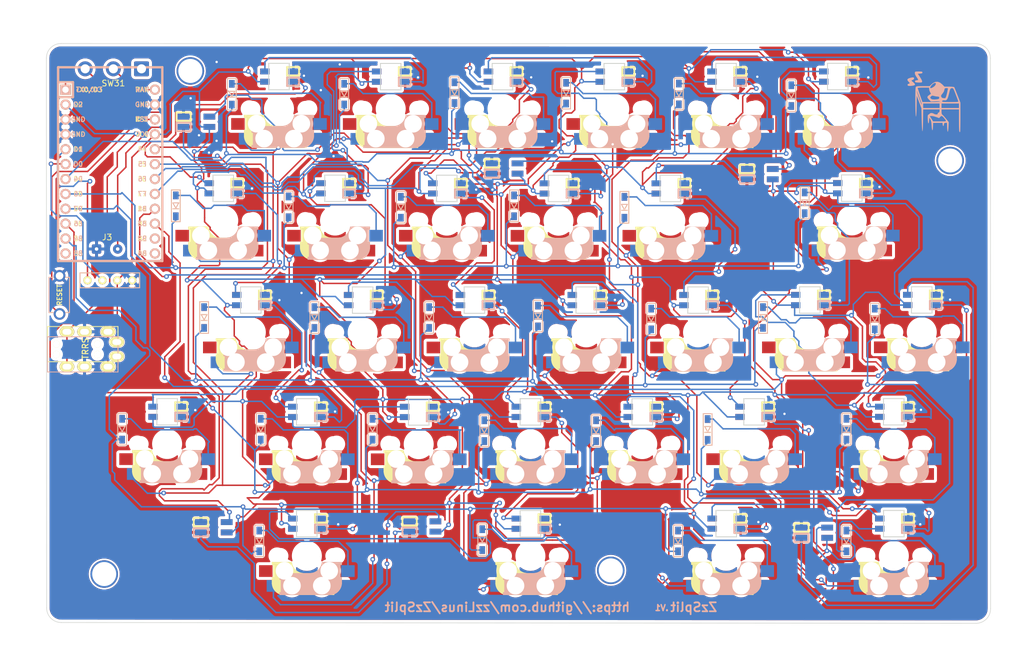
<source format=kicad_pcb>
(kicad_pcb (version 20211014) (generator pcbnew)
  (layers (0 "F.Cu" signal) (31 "B.Cu" signal) (34 "B.Paste" user) (35 "F.Paste" user) (36 "B.SilkS" user "B.Silkscreen") (37 "F.SilkS" user "F.Silkscreen") (38 "B.Mask" user) (39 "F.Mask" user) (44 "Edge.Cuts" user))
  (net 0 "")
  (net 1 "Net-(D1-Pad2)")
  (net 2 "Row1")
  (net 3 "Net-(D2-Pad2)")
  (net 4 "Row2")
  (net 5 "Net-(D3-Pad2)")
  (net 6 "Row3")
  (net 7 "Net-(D4-Pad2)")
  (net 8 "Row4")
  (net 9 "Net-(D5-Pad2)")
  (net 10 "Row5")
  (net 11 "Net-(D6-Pad2)")
  (net 12 "Net-(D7-Pad2)")
  (net 13 "Net-(D8-Pad2)")
  (net 14 "Net-(D9-Pad2)")
  (net 15 "Net-(D10-Pad2)")
  (net 16 "Net-(D11-Pad2)")
  (net 17 "Net-(D12-Pad2)")
  (net 18 "Net-(D13-Pad2)")
  (net 19 "Net-(D14-Pad2)")
  (net 20 "Net-(D15-Pad2)")
  (net 21 "Net-(D16-Pad2)")
  (net 22 "Net-(D17-Pad2)")
  (net 23 "Net-(D18-Pad2)")
  (net 24 "Net-(D19-Pad2)")
  (net 25 "Net-(D20-Pad2)")
  (net 26 "Net-(D21-Pad2)")
  (net 27 "Net-(D22-Pad2)")
  (net 28 "Net-(D23-Pad2)")
  (net 29 "Net-(D24-Pad2)")
  (net 30 "Net-(D25-Pad2)")
  (net 31 "Net-(D26-Pad2)")
  (net 32 "Net-(D27-Pad2)")
  (net 33 "Net-(D28-Pad2)")
  (net 34 "Net-(D29-Pad2)")
  (net 35 "Net-(D30-Pad2)")
  (net 36 "VDD")
  (net 37 "LED")
  (net 38 "Net-(D31-Pad1)")
  (net 39 "GND")
  (net 40 "Net-(D32-Pad1)")
  (net 41 "Net-(D33-Pad1)")
  (net 42 "Net-(D34-Pad1)")
  (net 43 "Net-(D35-Pad1)")
  (net 44 "backlight")
  (net 45 "SDA")
  (net 46 "SCL")
  (net 48 "data")
  (net 49 "Net-(J3-Pad2)")
  (net 50 "Net-(SW1-Pad1)")
  (net 51 "Net-(SW1-Pad3)")
  (net 52 "Col1")
  (net 53 "Net-(SW2-Pad3)")
  (net 54 "Col2")
  (net 55 "Net-(SW3-Pad1)")
  (net 56 "Net-(SW3-Pad3)")
  (net 57 "Col3")
  (net 58 "Net-(SW10-Pad1)")
  (net 59 "Col4")
  (net 60 "Net-(SW11-Pad3)")
  (net 61 "Net-(SW5-Pad3)")
  (net 62 "Col5")
  (net 63 "Net-(SW12-Pad1)")
  (net 64 "Col6")
  (net 65 "Net-(SW13-Pad3)")
  (net 66 "Net-(SW14-Pad1)")
  (net 67 "Net-(SW15-Pad3)")
  (net 68 "Net-(SW10-Pad3)")
  (net 69 "Net-(SW11-Pad1)")
  (net 70 "Net-(SW12-Pad3)")
  (net 71 "Net-(SW13-Pad1)")
  (net 72 "Net-(SW14-Pad3)")
  (net 73 "Net-(SW15-Pad1)")
  (net 74 "Net-(SW16-Pad3)")
  (net 75 "Net-(SW17-Pad1)")
  (net 76 "Net-(SW18-Pad3)")
  (net 77 "Net-(SW19-Pad1)")
  (net 78 "Net-(SW20-Pad3)")
  (net 79 "Net-(SW21-Pad1)")
  (net 80 "Net-(SW22-Pad3)")
  (net 81 "Net-(SW23-Pad1)")
  (net 82 "Net-(SW24-Pad3)")
  (net 84 "Net-(SW26-Pad3)")
  (net 85 "Net-(SW28-Pad3)")
  (net 87 "POW")
  (net 88 "Reset")
  (footprint "SofleRGB:SK6812MINI_and_cherry" (layer "F.Cu") (at 184.71 58.14 180)
    (fp_text reference "SW4" hide)
    (fp_text value "SW_PUSH-MX_W_LED" hide)
  )
  (footprint "SofleRGB:SK6812MINI_and_cherry" (layer "F.Cu") (at 165.66 58.14 180)
    (fp_text reference "SW3" hide)
    (fp_text value "SW_PUSH-MX_W_LED" hide)
  )
  (footprint "SofleRGB:SK6812MINI_and_cherry" (layer "F.Cu") (at 194.27 77.21 180)
    (fp_text reference "SW11" hide)
    (fp_text value "SW_PUSH-MX_W_LED" hide)
  )
  (footprint "SofleRGB:crkbd-diode" (layer "F.Cu") (at 176.5 55.46 90)
    (fp_text reference "D16" hide)
    (fp_text value "D-Lily58-cache" hide)
  )
  (footprint "SofleRGB:crkbd-diode" (layer "F.Cu") (at 217.17 74.168 90)
    (fp_text reference "D27" hide)
    (fp_text value "D-Lily58-cache" hide)
  )
  (footprint "SofleRGB:SK6812MINI_and_cherry" (layer "F.Cu") (at 118.07 77.19 180)
    (fp_text reference "SW7" hide)
    (fp_text value "SW_PUSH-MX_W_LED" hide)
  )
  (footprint "SofleRGB:crkbd-diode" (layer "F.Cu") (at 100.838 112.776 90)
    (fp_text reference "D5" hide)
    (fp_text value "D-Lily58-cache" hide)
  )
  (footprint "SofleRGB:SK6812MINI_underglow_dev" (layer "F.Cu") (at 166.03 68.31)
    (fp_text reference "D32" hide)
    (fp_text value "LED_sk2812_SM" hide)
  )
  (footprint "SofleRGB:crkbd-diode" (layer "F.Cu") (at 167.64 74.676 90)
    (fp_text reference "D17" hide)
    (fp_text value "D-Lily58-cache" hide)
  )
  (footprint "SofleRGB:crkbd-diode" (layer "F.Cu") (at 124.206 131.826 90)
    (fp_text reference "D10" hide)
    (fp_text value "D-Lily58-cache" hide)
  )
  (footprint "SofleRGB:crkbd-diode" (layer "F.Cu") (at 129.21 74.855 90)
    (fp_text reference "D7" hide)
    (fp_text value "D-Lily58-cache" hide)
  )
  (footprint "SofleRGB:SK6812MINI_and_cherry" (layer "F.Cu") (at 170.42 115.32 180)
    (fp_text reference "SW21" hide)
    (fp_text value "SW_PUSH-MX_W_LED" hide)
  )
  (footprint "SofleRGB:SK6812MINI_and_cherry" (layer "F.Cu") (at 237.12 96.23 180)
    (fp_text reference "SW30" hide)
    (fp_text value "SW_PUSH-MX_W_LED" hide)
  )
  (footprint "SofleRGB:SK6812MINI_and_cherry" (layer "F.Cu") (at 203.79 134.38 180)
    (fp_text reference "SW28" hide)
    (fp_text value "SW_PUSH-MX_W_LED" hide)
  )
  (footprint "SofleRGB:SK6812MINI_and_cherry" (layer "F.Cu") (at 137.12 77.19 180)
    (fp_text reference "SW8" hide)
    (fp_text value "SW_PUSH-MX_W_LED" hide)
  )
  (footprint "SofleRGB:SK6812MINI_underglow_dev" (layer "F.Cu") (at 113.5 60.34)
    (fp_text reference "D33" hide)
    (fp_text value "LED_sk2812_SM" hide)
  )
  (footprint "" (layer "F.Cu") (at 97.78 137.48)
    (fp_text reference "")
    (fp_text value "")
  )
  (footprint "SofleRGB:SK6812MINI_and_cherry" (layer "F.Cu") (at 218.05 96.24 180)
    (fp_text reference "SW18" hide)
    (fp_text value "SW_PUSH-MX_W_LED" hide)
  )
  (footprint "Connector_Wire:SolderWire-0.1sqmm_1x02_P3.6mm_D0.4mm_OD1mm" (layer "F.Cu") (at 96.476 82.042)
    (fp_text reference "J3")
    (fp_text value "OLED")
  )
  (footprint "SofleRGB:SK6812MINI_and_cherry" (layer "F.Cu") (at 160.88 96.26 180)
    (fp_text reference "SW15" hide)
    (fp_text value "SW_PUSH-MX_W_LED" hide)
  )
  (footprint "SofleRGB:crkbd-diode" (layer "F.Cu") (at 138.684 55.626 90)
    (fp_text reference "D6" hide)
    (fp_text value "D-Lily58-cache" hide)
  )
  (footprint "" (layer "F.Cu") (at 112.46 51.67)
    (fp_text reference "")
    (fp_text value "")
  )
  (footprint "SofleRGB:SK6812MINI_and_cherry" (layer "F.Cu") (at 127.57 58.13 180)
    (fp_text reference "SW1" hide)
    (fp_text value "SW_PUSH-MX_W_LED" hide)
  )
  (footprint "SofleRGB:crkbd-diode" (layer "F.Cu") (at 157.48 55.372 90)
    (fp_text reference "D11" hide)
    (fp_text value "D-Lily58-cache" hide)
  )
  (footprint "SofleRGB:SK6812MINI_and_cherry" (layer "F.Cu") (at 170.42 134.39 180)
    (fp_text reference "SW27" hide)
    (fp_text value "SW_PUSH-MX_W_LED" hide)
  )
  (footprint "SofleRGB:crkbd-diode" (layer "F.Cu") (at 114.808 93.726 90)
    (fp_text reference "D3" hide)
    (fp_text value "D-Lily58-cache" hide)
  )
  (footprint "SofleRGB:TACT_SWITCH_TVBP06" (layer "F.Cu") (at 90.17 89.87 90)
    (fp_text reference "SW32" hide)
    (fp_text value "SW_Push" hide)
  )
  (footprint "SofleRGB:crkbd-diode" (layer "F.Cu") (at 214.884 55.88 90)
    (fp_text reference "D26" hide)
    (fp_text value "D-Lily58-cache" hide)
  )
  (footprint "SofleRGB:SK6812MINI_and_cherry" (layer "F.Cu") (at 146.61 58.14 180)
    (fp_text reference "SW2" hide)
    (fp_text value "SW_PUSH-MX_W_LED" hide)
  )
  (footprint "SofleRGB:SK6812MINI_and_cherry" (layer "F.Cu") (at 122.77 96.25 180)
    (fp_text reference "SW13" hide)
    (fp_text value "SW_PUSH-MX_W_LED" hide)
  )
  (footprint "SofleRGB:SK6812MINI_and_cherry" (layer "F.Cu") (at 132.32 134.39 180)
    (fp_text reference "SW26" hide)
    (fp_text value "SW_PUSH-MX_W_LED" hide)
  )
  (footprint "SofleRGB:crkbd-diode" (layer "F.Cu") (at 224.282 131.826 90)
    (fp_text reference "D25" hide)
    (fp_text value "D-Lily58-cache" hide)
  )
  (footprint "SofleRGB:SK6812MINI_and_cherry" (layer "F.Cu") (at 232.36 134.38 180)
    (fp_text reference "SW29" hide)
    (fp_text value "SW_PUSH-MX_W_LED" hide)
  )
  (footprint "SofleRGB:SK6812MINI_and_cherry" (layer "F.Cu") (at 198.99 96.26 180)
    (fp_text reference "SW17" hide)
    (fp_text value "SW_PUSH-MX_W_LED" hide)
  )
  (footprint "SofleRGB:SK6812MINI_and_cherry" (layer "F.Cu") (at 108.5 115.3 180)
    (fp_text reference "SW25" hide)
    (fp_text value "SW_PUSH-MX_W_LED" hide)
  )
  (footprint "SofleRGB:crkbd-diode" (layer "F.Cu") (at 119.53 55.64 90)
    (fp_text reference "D1" hide)
    (fp_text value "D-Lily58-cache" hide)
  )
  (footprint "SofleRGB:crkbd-diode" (layer "F.Cu") (at 186.436 74.93 90)
    (fp_text reference "D22" hide)
    (fp_text value "D-Lily58-cache" hide)
  )
  (footprint "SofleRGB:MJ-4PP-9" (layer "F.Cu") (at 88.13 98.265 90)
    (fp_text reference "J2")
    (fp_text value "MJ-4PP-9-Lily58-cache" hide)
  )
  (footprint "SofleRGB:SK6812MINI_and_cherry" (layer "F.Cu") (at 132.31 115.32 180)
    (fp_text reference "SW19" hide)
    (fp_text value "SW_PUSH-MX_W_LED" hide)
  )
  (footprint "SofleRGB:crkbd-diode" (layer "F.Cu") (at 210.058 93.726 90)
    (fp_text reference "D28" hide)
    (fp_text value "D-Lily58-cache" hide)
  )
  (footprint "SofleRGB:SK6812MINI_and_cherry" (layer "F.Cu") (at 151.38 115.33 180)
    (fp_text reference "SW20" hide)
    (fp_text value "SW_PUSH-MX_W_LED" hide)
  )
  (footprint "SofleRGB:SK6812MINI_and_cherry" (layer "F.Cu") (at 208.54 115.31 180)
    (fp_text reference "SW23" hide)
    (fp_text value "SW_PUSH-MX_W_LED" hide)
  )
  (footprint "SofleRGB:SK6812MINI_and_cherry" (layer "F.Cu") (at 225.2 77.17 180)
    (fp_text reference "SW12" hide)
    (fp_text value "SW_PUSH-MX_W_LED" hide)
  )
  (footprint "SofleRGB:SK6812MINI_underglow_dev" (layer "F.Cu") (at 116.46 129.5)
    (fp_text reference "D34" hide)
    (fp_text value "LED_sk2812_SM" hide)
  )
  (footprint "SofleRGB:crkbd-diode" (layer "F.Cu") (at 153.162 93.726 90)
    (fp_text reference "D13" hide)
    (fp_text value "D-Lily58-cache" hide)
  )
  (footprint "SofleRGB:crkbd-diode" (layer "F.Cu") (at 109.982 74.676 90)
    (fp_text reference "D2" hide)
    (fp_text value "D-Lily58-cache" hide)
  )
  (footprint "SofleRGB:SK6812MINI_and_cherry" (layer "F.Cu") (at 222.81 58.13 180)
    (fp_text reference "SW6" hide)
    (fp_text value "SW_PUSH-MX_W_LED" hide)
  )
  (footprint "SofleRGB:crkbd-diode" (layer "F.Cu") (at 195.58 131.826 90)
    (fp_text reference "D20" hide)
    (fp_text value "D-Lily58-cache" hide)
  )
  (footprint "SofleRGB:OLED_4Pin" (layer "F.Cu") (at 94.93 87.39)
    (fp_text reference "J1" hide)
    (fp_text value "OLED" hide)
  )
  (footprint "SofleRGB:crkbd-diode" (layer "F.Cu") (at 229.108 93.98 90)
    (fp_text reference "D30" hide)
    (fp_text value "D-Lily58-cache" hide)
  )
  (footprint "SofleRGB:crkbd-diode" (layer "F.Cu") (at 181.61 113.03 90)
    (fp_text reference "D19" hide)
    (fp_text value "D-Lily58-cache" hide)
  )
  (footprint "SofleRGB:crkbd-diode" (layer "F.Cu") (at 191.008 93.98 90)
    (fp_text reference "D23" hide)
    (fp_text value "D-Lily58-cache" hide)
  )
  (footprint "" (layer "F.Cu") (at 184.12 136.85)
    (fp_text reference "")
    (fp_text value "")
  )
  (footprint "SofleRGB:SK6812MINI_and_cherry" (layer "F.Cu") (at 203.77 58.14 180)
    (fp_text reference "SW5" hide)
    (fp_text value "SW_PUSH-MX_W_LED" hide)
  )
  (footprint "SofleRGB:SK6812MINI_and_cherry" (layer "F.Cu") (at 175.21 77.21 180)
    (fp_text reference "SW10" hide)
    (fp_text value "SW_PUSH-MX_W_LED" hide)
  )
  (footprint "SofleRGB:SK6812MINI_underglow_dev" (layer "F.Cu") (at 152.02 129.37)
    (fp_text reference "D35" hide)
    (fp_text value "LED_sk2812_SM" hide)
  )
  (footprint "SofleRGB:crkbd-diode" (layer "F.Cu") (at 195.72 55.6 90)
    (fp_text reference "D21" hide)
    (fp_text value "D-Lily58-cache" hide)
  )
  (footprint "SofleRGB:crkbd-diode" (layer "F.Cu") (at 162.56 113.03 90)
    (fp_text reference "D14" hide)
    (fp_text value "D-Lily58-cache" hide)
  )
  (footprint "SofleRGB:crkbd-diode" (layer "F.Cu") (at 171.71 93.47 90)
    (fp_text reference "D18" hide)
    (fp_text value "D-Lily58-cache" hide)
  )
  (footprint "KeebioParts:ArduinoProMicro" (layer "F.Cu") (at 98.806 68.834 -90)
    (fp_text reference "U1" hide)
    (fp_text value "ProMicro" hide)
  )
  (footprint "SofleRGB:SK6812MINI_underglow_dev" (layer "F.Cu") (at 218.8021 130.43)
    (fp_text reference "D36" hide)
    (fp_text value "LED_sk2812_SM" hide)
  )
  (footprint "SofleRGB:SK6812MINI_and_cherry" (layer "F.Cu") (at 141.83 96.26 180)
    (fp_text reference "SW14" hide)
    (fp_text value "SW_PUSH-MX_W_LED" hide)
  )
  (footprint "SofleRGB:SK6812MINI_underglow_dev" (layer "F.Cu") (at 209.5221 69.27)
    (fp_text reference "D31" hide)
    (fp_text value "LED_sk2812_SM" hide)
  )
  (footprint "SofleRGB:crkbd-diode" (layer "F.Cu") (at 148.34 74.92 90)
    (fp_text reference "D12" hide)
    (fp_text value "D-Lily58-cache" hide)
  )
  (footprint "SofleRGB:SK6812MINI_and_cherry" (layer "F.Cu") (at 189.48 115.32 180)
    (fp_text reference "SW22" hide)
    (fp_text value "SW_PUSH-MX_W_LED" hide)
  )
  (footprint "SofleRGB:SK6812MINI_and_cherry" (layer "F.Cu") (at 232.35 115.3 180)
    (fp_text reference "SW24" hide)
    (fp_text value "SW_PUSH-MX_W_LED" hide)
  )
  (footprint "Connector_Wire:SolderWire-0.75sqmm_1x03_P4.8mm_D1.25mm_OD2.3mm" (layer "F.Cu") (at 104.14 51.308 180)
    (fp_text reference "SW31")
    (fp_text value "SW_SPDT")
  )
  (footprint "SofleRGB:crkbd-diode" (layer "F.Cu") (at 124.46 112.776 90)
    (fp_text reference "D4" hide)
    (fp_text value "D-Lily58-cache" hide)
  )
  (footprint "SofleRGB:crkbd-diode" (layer "F.Cu") (at 133.604 93.729 90)
    (fp_text reference "D8" hide)
    (fp_text value "D-Lily58-cache" hide)
  )
  (footprint "SofleRGB:crkbd-diode" (layer "F.Cu") (at 200.63 112.82 90)
    (fp_text reference "D24" hide)
    (fp_text value "D-Lily58-cache" hide)
  )
  (footprint "SofleRGB:SK6812MINI_and_cherry" (layer "F.Cu") (at 156.17 77.2 180)
    (fp_text reference "SW9" hide)
    (fp_text value "SW_PUSH-MX_W_LED" hide)
  )
  (footprint "SofleRGB:crkbd-diode" (layer "F.Cu") (at 143.51 112.776 90)
    (fp_text reference "D9" hide)
    (fp_text value "D-Lily58-cache" hide)
  )
  (footprint "SofleRGB:crkbd-diode" (layer "F.Cu") (at 224.282 112.776 90)
    (fp_text reference "D29" hide)
    (fp_text value "D-Lily58-cache" hide)
  )
  (footprint "SofleRGB:crkbd-diode" (layer "F.Cu") (at 162.21 131.61 90)
    (fp_text reference "D15" hide)
    (fp_text value "D-Lily58-cache" hide)
  )
  (footprint "SofleRGB:SK6812MINI_and_cherry" (layer "F.Cu") (at 179.94 96.26 180)
    (fp_text reference "SW16" hide)
    (fp_text value "SW_PUSH-MX_W_LED" hide)
  )
  (footprint "" (layer "F.Cu") (at 241.96 66.95)
    (fp_text reference "")
    (fp_text value "")
  )
  (footprint "logo:melogo" (layer "B.Cu") (at 239.73 56.97 180)
    (fp_text reference "ZzSplit      https://github.com/zzLinus/ZzSplit")
    (fp_text value "LOGO" hide)
  )
  (gr_line (start 130.56 126.63) (end 134.06 126.63) (layer "Edge.Cuts") (width 0.15))
  (gr_line (start 134.06 112.07) (end 130.56 112.07) (layer "Edge.Cuts") (width 0.15))
  (gr_line (start 168.67 126.64) (end 172.17 126.64) (layer "Edge.Cuts") (width 0.15))
  (gr_line (start 87.924 49.49) (end 87.964 143.25) (layer "Edge.Cuts") (width 0.1))
  (gr_line (start 129.32 50.37) (end 129.32 54.87) (layer "Edge.Cuts") (width 0.15))
  (gr_line (start 205.54 126.63) (end 205.54 131.13) (layer "Edge.Cuts") (width 0.15))
  (gr_line (start 246.33392 145.88998) (end 90.464 145.75) (layer "Edge.Cuts") (width 0.1))
  (gr_line (start 173.46 69.46) (end 176.96 69.46) (layer "Edge.Cuts") (width 0.15))
  (gr_line (start 119.82 73.94) (end 116.32 73.94) (layer "Edge.Cuts") (width 0.15))
  (gr_line (start 210.29 112.06) (end 206.79 112.06) (layer "Edge.Cuts") (width 0.15))
  (gr_line (start 167.41 54.89) (end 163.91 54.89) (layer "Edge.Cuts") (width 0.15))
  (gr_line (start 172.17 112.07) (end 168.67 112.07) (layer "Edge.Cuts") (width 0.15))
  (gr_line (start 192.52 73.96) (end 192.52 69.46) (layer "Edge.Cuts") (width 0.15))
  (gr_line (start 106.75 112.05) (end 106.75 107.55) (layer "Edge.Cuts") (width 0.15))
  (gr_line (start 172.17 131.14) (end 168.67 131.14) (layer "Edge.Cuts") (width 0.15))
  (gr_line (start 205.52 50.39) (end 205.52 54.89) (layer "Edge.Cuts") (width 0.15))
  (gr_line (start 168.67 107.57) (end 172.17 107.57) (layer "Edge.Cuts") (width 0.15))
  (gr_line (start 172.17 126.64) (end 172.17 131.14) (layer "Edge.Cuts") (width 0.15))
  (gr_line (start 196.02 73.96) (end 192.52 73.96) (layer "Edge.Cuts") (width 0.15))
  (gr_line (start 181.69 88.51) (end 181.69 93.01) (layer "Edge.Cuts") (width 0.15))
  (gr_line (start 153.13 107.58) (end 153.13 112.08) (layer "Edge.Cuts") (width 0.15))
  (gr_line (start 202.02 54.89) (end 202.02 50.39) (layer "Edge.Cuts") (width 0.15))
  (gr_line (start 124.52 93) (end 121.02 93) (layer "Edge.Cuts") (width 0.15))
  (gr_line (start 178.19 93.01) (end 178.19 88.51) (layer "Edge.Cuts") (width 0.15))
  (gr_arc (start 87.924 49.49) (mid 88.656233 47.722233) (end 90.424 46.99) (layer "Edge.Cuts") (width 0.1))
  (gr_line (start 219.8 92.99) (end 216.3 92.99) (layer "Edge.Cuts") (width 0.15))
  (gr_line (start 202.02 50.39) (end 205.52 50.39) (layer "Edge.Cuts") (width 0.15))
  (gr_line (start 134.06 107.57) (end 134.06 112.07) (layer "Edge.Cuts") (width 0.15))
  (gr_line (start 130.56 107.57) (end 134.06 107.57) (layer "Edge.Cuts") (width 0.15))
  (gr_line (start 149.63 107.58) (end 153.13 107.58) (layer "Edge.Cuts") (width 0.15))
  (gr_line (start 226.95 73.91) (end 223.45 73.91) (layer "Edge.Cuts") (width 0.15))
  (gr_arc (start 248.854 143.38) (mid 248.115271 145.158398) (end 246.33392 145.88998) (layer "Edge.Cuts") (width 0.1))
  (gr_line (start 202.04 131.13) (end 202.04 126.63) (layer "Edge.Cuts") (width 0.15))
  (gr_line (start 234.11 126.63) (end 234.11 131.13) (layer "Edge.Cuts") (width 0.15))
  (gr_line (start 221.06 50.37) (end 224.56 50.37) (layer "Edge.Cuts") (width 0.15))
  (gr_line (start 235.37 92.98) (end 235.37 88.48) (layer "Edge.Cuts") (width 0.15))
  (gr_line (start 143.58 93.01) (end 140.08 93.01) (layer "Edge.Cuts") (width 0.15))
  (gr_line (start 248.824019 49.52) (end 248.854 143.38) (layer "Edge.Cuts") (width 0.1))
  (gr_line (start 138.87 69.44) (end 138.87 73.94) (layer "Edge.Cuts") (width 0.15))
  (gr_line (start 238.87 88.48) (end 238.87 92.98) (layer "Edge.Cuts") (width 0.15))
  (gr_line (start 202.04 126.63) (end 205.54 126.63) (layer "Edge.Cuts") (width 0.15))
  (gr_line (start 138.87 73.94) (end 135.37 73.94) (layer "Edge.Cuts") (width 0.15))
  (gr_line (start 124.52 88.5) (end 124.52 93) (layer "Edge.Cuts") (width 0.15))
  (gr_line (start 230.61 126.63) (end 234.11 126.63) (layer "Edge.Cuts") (width 0.15))
  (gr_line (start 129.32 54.87) (end 125.82 54.87) (layer "Edge.Cuts") (width 0.15))
  (gr_line (start 197.24 88.51) (end 200.74 88.51) (layer "Edge.Cuts") (width 0.15))
  (gr_line (start 238.87 92.98) (end 235.37 92.98) (layer "Edge.Cuts") (width 0.15))
  (gr_line (start 230.6 107.55) (end 234.1 107.55) (layer "Edge.Cuts") (width 0.15))
  (gr_line (start 162.63 93.01) (end 159.13 93.01) (layer "Edge.Cuts") (width 0.15))
  (gr_line (start 182.96 54.89) (end 182.96 50.39) (layer "Edge.Cuts") (width 0.15))
  (gr_line (start 187.73 112.07) (end 187.73 107.57) (layer "Edge.Cuts") (width 0.15))
  (gr_line (start 192.52 69.46) (end 196.02 69.46) (layer "Edge.Cuts") (width 0.15))
  (gr_line (start 157.92 73.95) (end 154.42 73.95) (layer "Edge.Cuts") (width 0.15))
  (gr_line (start 140.08 88.51) (end 143.58 88.51) (layer "Edge.Cuts") (width 0.15))
  (gr_line (start 224.56 54.87) (end 221.06 54.87) (layer "Edge.Cuts") (width 0.15))
  (gr_line (start 186.46 54.89) (end 182.96 54.89) (layer "Edge.Cuts") (width 0.15))
  (gr_line (start 178.19 88.51) (end 181.69 88.51) (layer "Edge.Cuts") (width 0.15))
  (gr_line (start 216.3 92.99) (end 216.3 88.49) (layer "Edge.Cuts") (width 0.15))
  (gr_line (start 163.91 50.39) (end 167.41 50.39) (layer "Edge.Cuts") (width 0.15))
  (gr_line (start 230.61 131.13) (end 230.61 126.63) (layer "Edge.Cuts") (width 0.15))
  (gr_line (start 154.42 69.45) (end 157.92 69.45) (layer "Edge.Cuts") (width 0.15))
  (gr_line (start 168.67 131.14) (end 168.67 126.64) (layer "Edge.Cuts") (width 0.15))
  (gr_line (start 210.29 107.56) (end 210.29 112.06) (layer "Edge.Cuts") (width 0.15))
  (gr_line (start 140.08 93.01) (end 140.08 88.51) (layer "Edge.Cuts") (width 0.15))
  (gr_line (start 121.02 93) (end 121.02 88.5) (layer "Edge.Cuts") (width 0.15))
  (gr_line (start 172.17 107.57) (end 172.17 112.07) (layer "Edge.Cuts") (width 0.15))
  (gr_line (start 167.41 50.39) (end 167.41 54.89) (layer "Edge.Cuts") (width 0.15))
  (gr_line (start 168.67 112.07) (end 168.67 107.57) (layer "Edge.Cuts") (width 0.15))
  (gr_line (start 134.06 131.13) (end 130.56 131.13) (layer "Edge.Cuts") (width 0.15))
  (gr_line (start 121.02 88.5) (end 124.52 88.5) (layer "Edge.Cuts") (width 0.15))
  (gr_line (start 159.13 93.01) (end 159.13 88.51) (layer "Edge.Cuts") (width 0.15))
  (gr_line (start 119.82 69.44) (end 119.82 73.94) (layer "Edge.Cuts") (width 0.15))
  (gr_line (start 159.13 88.51) (end 162.63 88.51) (layer "Edge.Cuts") (width 0.15))
  (gr_line (start 234.11 131.13) (end 230.61 131.13) (layer "Edge.Cuts") (width 0.15))
  (gr_line (start 143.58 88.51) (end 143.58 93.01) (layer "Edge.Cuts") (width 0.15))
  (gr_line (start 219.8 88.49) (end 219.8 92.99) (layer "Edge.Cuts") (width 0.15))
  (gr_line (start 191.23 107.57) (end 191.23 112.07) (layer "Edge.Cuts") (width 0.15))
  (gr_line (start 116.32 73.94) (end 116.32 69.44) (layer "Edge.Cuts") (width 0.15))
  (gr_line (start 110.25 112.05) (end 106.75 112.05) (layer "Edge.Cuts") (width 0.15))
  (gr_line (start 144.86 50.39) (end 148.36 50.39) (layer "Edge.Cuts") (width 0.15))
  (gr_line (start 224.56 50.37) (end 224.56 54.87) (layer "Edge.Cuts") (width 0.15))
  (gr_line (start 176.96 73.96) (end 173.46 73.96) (layer "Edge.Cuts") (width 0.15))
  (gr_line (start 197.24 93.01) (end 197.24 88.51) (layer "Edge.Cuts") (width 0.15))
  (gr_arc (start 90.464 145.75) (mid 88.696233 145.017767) (end 87.964 143.25) (layer "Edge.Cuts") (width 0.1))
  (gr_line (start 148.36 50.39) (end 148.36 54.89) (layer "Edge.Cuts") (width 0.15))
  (gr_line (start 226.95 69.41) (end 226.95 73.91) (layer "Edge.Cuts") (width 0.15))
  (gr_line (start 130.56 112.07) (end 130.56 107.57) (layer "Edge.Cuts") (width 0.15))
  (gr_line (start 223.45 73.91) (end 223.45 69.41) (layer "Edge.Cuts") (width 0.15))
  (gr_line (start 106.75 107.55) (end 110.25 107.55) (layer "Edge.Cuts") (width 0.15))
  (gr_line (start 135.37 73.94) (end 135.37 69.44) (layer "Edge.Cuts") (width 0.15))
  (gr_line (start 176.96 69.46) (end 176.96 73.96) (layer "Edge.Cuts") (width 0.15))
  (gr_line (start 205.54 131.13) (end 202.04 131.13) (layer "Edge.Cuts") (width 0.15))
  (gr_line (start 116.32 69.44) (end 119.82 69.44) (layer "Edge.Cuts") (width 0.15))
  (gr_line (start 200.74 88.51) (end 200.74 93.01) (layer "Edge.Cuts") (width 0.15))
  (gr_line (start 196.02 69.46) (end 196.02 73.96) (layer "Edge.Cuts") (width 0.15))
  (gr_line (start 206.79 112.06) (end 206.79 107.56) (layer "Edge.Cuts") (width 0.15))
  (gr_line (start 234.1 112.05) (end 230.6 112.05) (layer "Edge.Cuts") (width 0.15))
  (gr_line (start 181.69 93.01) (end 178.19 93.01) (layer "Edge.Cuts") (width 0.15))
  (gr_line (start 191.23 112.07) (end 187.73 112.07) (layer "Edge.Cuts") (width 0.15))
  (gr_line (start 187.73 107.57) (end 191.23 107.57) (layer "Edge.Cuts") (width 0.15))
  (gr_line (start 200.74 93.01) (end 197.24 93.01) (layer "Edge.Cuts") (width 0.15))
  (gr_line (start 235.37 88.48) (end 238.87 88.48) (layer "Edge.Cuts") (width 0.15))
  (gr_line (start 148.36 54.89) (end 144.86 54.89) (layer "Edge.Cuts") (width 0.15))
  (gr_line (start 134.06 126.63) (end 134.06 131.13) (layer "Edge.Cuts") (width 0.15))
  (gr_line (start 153.13 112.08) (end 149.63 112.08) (layer "Edge.Cuts") (width 0.15))
  (gr_line (start 154.42 73.95) (end 154.42 69.45) (layer "Edge.Cuts") (width 0.15))
  (gr_line (start 162.63 88.51) (end 162.63 93.01) (layer "Edge.Cuts") (width 0.15))
  (gr_line (start 221.06 54.87) (end 221.06 50.37) (layer "Edge.Cuts") (width 0.15))
  (gr_line (start 186.46 50.39) (end 186.46 54.89) (layer "Edge.Cuts") (width 0.15))
  (gr_line (start 110.25 107.55) (end 110.25 112.05) (layer "Edge.Cuts") (width 0.15))
  (gr_line (start 206.79 107.56) (end 210.29 107.56) (layer "Edge.Cuts") (width 0.15))
  (gr_line (start 135.37 69.44) (end 138.87 69.44) (layer "Edge.Cuts") (width 0.15))
  (gr_line (start 163.91 54.89) (end 163.91 50.39) (layer "Edge.Cuts") (width 0.15))
  (gr_line (start 125.82 50.37) (end 129.32 50.37) (layer "Edge.Cuts") (width 0.15))
  (gr_line (start 149.63 112.08) (end 149.63 107.58) (layer "Edge.Cuts") (width 0.15))
  (gr_line (start 157.92 69.45) (end 157.92 73.95) (layer "Edge.Cuts") (width 0.15))
  (gr_arc (start 246.334 47.020001) (mid 248.095312 47.755759) (end 248.824019 49.52) (layer "Edge.Cuts") (width 0.1))
  (gr_line (start 234.1 107.55) (end 234.1 112.05) (layer "Edge.Cuts") (width 0.15))
  (gr_line (start 230.6 112.05) (end 230.6 107.55) (layer "Edge.Cuts") (width 0.15))
  (gr_line (start 173.46 73.96) (end 173.46 69.46) (layer "Edge.Cuts") (width 0.15))
  (gr_line (start 144.86 54.89) (end 144.86 50.39) (layer "Edge.Cuts") (width 0.15))
  (gr_line (start 130.56 131.13) (end 130.56 126.63) (layer "Edge.Cuts") (width 0.15))
  (gr_line (start 223.45 69.41) (end 226.95 69.41) (layer "Edge.Cuts") (width 0.15))
  (gr_line (start 182.96 50.39) (end 186.46 50.39) (layer "Edge.Cuts") (width 0.15))
  (gr_line (start 90.424 46.99) (end 246.334 47.020001) (layer "Edge.Cuts") (width 0.1))
  (gr_line (start 125.82 54.87) (end 125.82 50.37) (layer "Edge.Cuts") (width 0.15))
  (gr_line (start 205.52 54.89) (end 202.02 54.89) (layer "Edge.Cuts") (width 0.15))
  (gr_line (start 216.3 88.49) (end 219.8 88.49) (layer "Edge.Cuts") (width 0.15))
  (gr_text ".V1" (at 192.79 143.25) (layer "B.SilkS") (effects (font (size 1 1) (thickness 0.25)) (justify mirror)))
  (segment (start 134.7 57.08) (end 134.57 57.21) (width 0.25) (layer "B.Cu") (net 1))
  (segment (start 134.57 57.21) (end 134.57 60.71) (width 0.25) (layer "B.Cu") (net 1))
  (segment (start 122.61 55.47) (end 133.09 55.47) (width 0.25) (layer "B.Cu") (net 1))
  (segment (start 119.53 53.865) (end 121.005 53.865) (width 0.25) (layer "B.Cu") (net 1))
  (segment (start 133.09 55.47) (end 134.7 57.08) (width 0.25) (layer "B.Cu") (net 1))
  (segment (start 121.005 53.865) (end 122.61 55.47) (width 0.25) (layer "B.Cu") (net 1))
  (via (at 214.02 65.76) (size 0.8) (drill 0.4) (layers "F.Cu" "B.Cu") (net 2))
  (via (at 118.6 65.73) (size 0.8) (drill 0.4) (layers "F.Cu" "B.Cu") (net 2))
  (via (at 195.04 65.76) (size 0.8) (drill 0.4) (layers "F.Cu" "B.Cu") (net 2))
  (via (at 175.68 65.49) (size 0.8) (drill 0.4) (layers "F.Cu" "B.Cu") (net 2))
  (via (at 156.99 65.78) (size 0.8) (drill 0.4) (layers "F.Cu" "B.Cu") (net 2))
  (segment (start 175.63 65.44) (end 175.68 65.49) (width 0.25) (layer "B.Cu") (net 2))
  (segment (start 117.76 66.89) (end 118.6 66.05) (width 0.25) (layer "B.Cu") (net 2))
  (segment (start 157.1 58.48) (end 157.02 58.56) (width 0.25) (layer "B.Cu") (net 2))
  (segment (start 175.63 58.66) (end 175.63 65.44) (width 0.25) (layer "B.Cu") (net 2))
  (segment (start 118.63 59.22) (end 118.6 59.25) (width 0.25) (layer "B.Cu") (net 2))
  (segment (start 112.61 66.89) (end 117.76 66.89) (width 0.25) (layer "B.Cu") (net 2))
  (segment (start 139.33 67.13) (end 139.185 66.985) (width 0.25) (layer "B.Cu") (net 2))
  (segment (start 111.91 66.14) (end 109.47 63.7) (width 0.25) (layer "B.Cu") (net 2))
  (segment (start 119.53 58.32) (end 118.63 59.22) (width 0.25) (layer "B.Cu") (net 2))
  (segment (start 214.884 57.655) (end 214.675 57.655) (width 0.25) (layer "B.Cu") (net 2))
  (segment (start 118.6 66.05) (end 118.6 65.73) (width 0.25) (layer "B.Cu") (net 2))
  (segment (start 118.6 59.25) (end 118.6 65.73) (width 0.25) (layer "B.Cu") (net 2))
  (segment (start 214.02 65.76) (end 195.04 65.76) (width 0.25) (layer "B.Cu") (net 2))
  (segment (start 144.24 65.78) (end 142.82 67.2) (width 0.25) (layer "B.Cu") (net 2))
  (segment (start 176.5 57.235) (end 175.63 58.105) (width 0.25) (layer "B.Cu") (net 2))
  (segment (start 175.63 58.105) (end 175.63 58.66) (width 0.25) (layer "B.Cu") (net 2))
  (segment (start 156.99 65.78) (end 144.24 65.78) (width 0.25) (layer "B.Cu") (net 2))
  (segment (start 195.04 65.76) (end 175.95 65.76) (width 0.25) (layer "B.Cu") (net 2))
  (segment (start 195.01 58.085) (end 195.01 58.64) (width 0.25) (layer "B.Cu") (net 2))
  (segment (start 214.675 57.655) (end 213.91 58.42) (width 0.25) (layer "B.Cu") (net 2))
  (segment (start 137.877701 63.912396) (end 137.877701 59.142299) (width 0.25) (layer "B.Cu") (net 2))
  (segment (start 139.185 66.985) (end 139.185 64.895195) (width 0.25) (layer "B.Cu") (net 2))
  (segment (start 137.877701 59.142299) (end 138.684 58.336) (width 0.25) (layer "B.Cu") (net 2))
  (segment (start 119.53 57.415) (end 119.53 58.32) (width 0.25) (layer "B.Cu") (net 2))
  (segment (start 97.59 63.7) (end 91.186 70.104) (width 0.25) (layer "B.Cu") (net 2))
  (segment (start 111.91 66.19) (end 112.61 66.89) (width 0.25) (layer "B.Cu") (net 2))
  (segment (start 111.91 66.19) (end 111.91 66.14) (width 0.25) (layer "B.Cu") (net 2))
  (segment (start 175.68 65.49) (end 175.38 65.19) (width 0.25) (layer "B.Cu") (net 2))
  (segment (start 133.88 67.13) (end 132.67 65.92) (width 0.25) (layer "B.Cu") (net 2))
  (segment (start 175.95 65.76) (end 175.68 65.49) (width 0.25) (layer "B.Cu") (net 2))
  (segment (start 213.91 65.65) (end 214.02 65.76) (width 0.25) (layer "B.Cu") (net 2))
  (segment (start 175.38 65.19) (end 157.58 65.19) (width 0.25) (layer "B.Cu") (net 2))
  (segment (start 195.01 65.73) (end 195.04 65.76) (width 0.25) (layer "B.Cu") (net 2))
  (segment (start 141.866396 67.2) (end 141.796396 67.13) (width 0.25) (layer "B.Cu") (net 2))
  (segment (start 109.47 63.7) (end 97.59 63.7) (width 0.25) (layer "B.Cu") (net 2))
  (segment (start 141.796396 67.13) (end 139.33 67.13) (width 0.25) (layer "B.Cu") (net 2))
  (segment (start 138.202201 63.912396) (end 137.877701 63.912396) (width 0.25) (layer "B.Cu") (net 2))
  (segment (start 157.58 65.19) (end 156.99 65.78) (width 0.25) (layer "B.Cu") (net 2))
  (segment (start 138.684 58.336) (end 138.684 57.401) (width 0.25) (layer "B.Cu") (net 2))
  (segment (start 157.48 57.147) (end 157.48 58.1) (width 0.25) (layer "B.Cu") (net 2))
  (segment (start 157.02 58.56) (end 156.99 65.78) (width 0.25) (layer "B.Cu") (net 2))
  (segment (start 156.99 65.78) (end 157.02 65.78) (width 0.25) (layer "B.Cu") (net 2))
  (segment (start 195.01 58.64) (end 195.01 65.73) (width 0.25) (layer "B.Cu") (net 2))
  (segment (start 133.88 67.13) (end 139.33 67.13) (width 0.25) (layer "B.Cu") (net 2))
  (segment (start 132.67 65.92) (end 118.79 65.92) (width 0.25) (layer "B.Cu") (net 2))
  (segment (start 195.72 57.375) (end 195.01 58.085) (width 0.25) (layer "B.Cu") (net 2))
  (segment (start 142.82 67.2) (end 141.866396 67.2) (width 0.25) (layer "B.Cu") (net 2))
  (segment (start 213.91 58.42) (end 213.91 65.65) (width 0.25) (layer "B.Cu") (net 2))
  (segment (start 157.48 58.1) (end 157.1 58.48) (width 0.25) (layer "B.Cu") (net 2))
  (segment (start 118.79 65.92) (end 118.6 65.73) (width 0.25) (layer "B.Cu") (net 2))
  (segment (start 139.185 64.895195) (end 138.202201 63.912396) (width 0.25) (layer "B.Cu") (net 2))
  (segment (start 114.6 75.1) (end 115.98 75.1) (width 0.25) (layer "B.Cu") (net 3))
  (segment (start 109.982 72.901) (end 112.401 72.901) (width 0.25) (layer "B.Cu") (net 3))
  (segment (start 125.03 75.49) (end 125.07 75.53) (width 0.25) (layer "B.Cu") (net 3))
  (segment (start 125.07 75.53) (end 125.07 79.77) (width 0.25) (layer "B.Cu") (net 3))
  (segment (start 116.49 74.59) (end 121.26 74.59) (width 0.25) (layer "B.Cu") (net 3))
  (segment (start 115.98 75.1) (end 116.49 74.59) (width 0.25) (layer "B.Cu") (net 3))
  (segment (start 112.401 72.901) (end 114.6 75.1) (width 0.25) (layer "B.Cu") (net 3))
  (segment (start 122.16 75.49) (end 125.03 75.49) (width 0.25) (layer "B.Cu") (net 3))
  (segment (start 121.26 74.59) (end 122.16 75.49) (width 0.25) (layer "B.Cu") (net 3))
  (via (at 166.31 84.97) (size 0.8) (drill 0.4) (layers "F.Cu" "B.Cu") (net 4))
  (via (at 128.47 85.26) (size 0.8) (drill 0.4) (layers "F.Cu" "B.Cu") (net 4))
  (via (at 216.11 84.94) (size 0.8) (drill 0.4) (layers "F.Cu" "B.Cu") (net 4))
  (via (at 147.16 85.13) (size 0.8) (drill 0.4) (layers "F.Cu" "B.Cu") (net 4))
  (via (at 185.34 84.94) (size 0.8) (drill 0.4) (layers "F.Cu" "B.Cu") (net 4))
  (via (at 109.97 85.23) (size 0.8) (drill 0.4) (layers "F.Cu" "B.Cu") (net 4))
  (segment (start 105.44 85.23) (end 103.01 82.8) (width 0.25) (layer "B.Cu") (net 4))
  (segment (start 103.01 82.8) (end 103.01 74.64) (width 0.25) (layer "B.Cu") (net 4))
  (segment (start 109.36 77.77) (end 109.36 84.68) (width 0.25) (layer "B.Cu") (net 4))
  (segment (start 109.982 77.148) (end 109.36 77.77) (width 0.25) (layer "B.Cu") (net 4))
  (segment (start 217.17 75.943) (end 217.17 76.44) (width 0.25) (layer "B.Cu") (net 4))
  (segment (start 148.34 76.695) (end 148.235 76.695) (width 0.25) (layer "B.Cu") (net 4))
  (segment (start 216.11 77.5) (end 216.11 84.94) (width 0.25) (layer "B.Cu") (net 4))
  (segment (start 147.32 84.97) (end 147.16 85.13) (width 0.25) (layer "B.Cu") (net 4))
  (segment (start 167.599 76.451) (end 166.39 77.66) (width 0.25) (layer "B.Cu") (net 4))
  (segment (start 185.34 78.38) (end 185.34 84.94) (width 0.25) (layer "B.Cu") (net 4))
  (segment (start 167.64 76.451) (end 167.599 76.451) (width 0.25) (layer "B.Cu") (net 4))
  (segment (start 147.11 77.82) (end 147.11 85.08) (width 0.25) (layer "B.Cu") (net 4))
  (segment (start 103.01 74.64) (end 100.81 72.44) (width 0.25) (layer "B.Cu") (net 4))
  (segment (start 147.11 85.08) (end 147.16 85.13) (width 0.25) (layer "B.Cu") (net 4))
  (segment (start 128.45 85.24) (end 128.47 85.26) (width 0.25) (layer "B.Cu") (net 4))
  (segment (start 166.31 77.74) (end 166.31 84.97) (width 0.25) (layer "B.Cu") (net 4))
  (segment (start 128.45 77.98) (end 128.45 85.24) (width 0.25) (layer "B.Cu") (net 4))
  (segment (start 147.16 85.13) (end 128.6 85.13) (width 0.25) (layer "B.Cu") (net 4))
  (segment (start 109.36 84.68) (end 109.97 85.23) (width 0.25) (layer "B.Cu") (net 4))
  (segment (start 186.436 77.284) (end 185.5 78.22) (width 0.25) (layer "B.Cu") (net 4))
  (segment (start 148.235 76.695) (end 147.11 77.82) (width 0.25) (layer "B.Cu") (net 4))
  (segment (start 186.436 76.705) (end 186.436 77.284) (width 0.25) (layer "B.Cu") (net 4))
  (segment (start 109.97 85.23) (end 109.97 85.29) (width 0.25) (layer "B.Cu") (net 4))
  (segment (start 166.34 84.94) (end 166.31 84.97) (width 0.25) (layer "B.Cu") (net 4))
  (segment (start 128.47 85.26) (end 110 85.26) (width 0.25) (layer "B.Cu") (net 4))
  (segment (start 109.97 85.23) (end 105.44 85.23) (width 0.25) (layer "B.Cu") (net 4))
  (segment (start 110 85.26) (end 109.97 85.23) (width 0.25) (layer "B.Cu") (net 4))
  (segment (start 217.17 76.44) (end 216.11 77.5) (width 0.25) (layer "B.Cu") (net 4))
  (segment (start 100.606 72.644) (end 91.186 72.644) (width 0.25) (layer "B.Cu") (net 4))
  (segment (start 216.11 84.94) (end 185.34 84.94) (width 0.25) (layer "B.Cu") (net 4))
  (segment (start 185.34 84.94) (end 166.34 84.94) (width 0.25) (layer "B.Cu") (net 4))
  (segment (start 185.5 78.22) (end 185.34 78.38) (width 0.25) (layer "B.Cu") (net 4))
  (segment (start 166.31 84.97) (end 147.32 84.97) (width 0.25) (layer "B.Cu") (net 4))
  (segment (start 109.982 76.451) (end 109.982 77.148) (width 0.25) (layer "B.Cu") (net 4))
  (segment (start 100.81 72.44) (end 100.606 72.644) (width 0.25) (layer "B.Cu") (net 4))
  (segment (start 166.39 77.66) (end 166.31 77.74) (width 0.25) (layer "B.Cu") (net 4))
  (segment (start 128.6 85.13) (end 128.47 85.26) (width 0.25) (layer "B.Cu") (net 4))
  (segment (start 129.21 77.22) (end 128.45 77.98) (width 0.25) (layer "B.Cu") (net 4))
  (segment (start 129.21 76.63) (end 129.21 77.22) (width 0.25) (layer "B.Cu") (net 4))
  (segment (start 127.63 93.64) (end 129.77 95.78) (width 0.25) (layer "B.Cu") (net 5))
  (segment (start 129.77 95.78) (end 129.77 98.83) (width 0.25) (layer "B.Cu") (net 5))
  (segment (start 118.62 93.64) (end 127.63 93.64) (width 0.25) (layer "B.Cu") (net 5))
  (segment (start 114.808 91.951) (end 116.931 91.951) (width 0.25) (layer "B.Cu") (net 5))
  (segment (start 116.931 91.951) (end 118.62 93.64) (width 0.25) (layer "B.Cu") (net 5))
  (via (at 113.38 104.47) (size 0.8) (drill 0.4) (layers "F.Cu" "B.Cu") (net 6))
  (via (at 170.79 104.59) (size 0.8) (drill 0.4) (layers "F.Cu" "B.Cu") (net 6))
  (via (at 132.89 104.39) (size 0.8) (drill 0.4) (layers "F.Cu" "B.Cu") (net 6))
  (via (at 189.99 105.26) (size 0.8) (drill 0.4) (layers "F.Cu" "B.Cu") (net 6))
  (via (at 208.84 105.12) (size 0.8) (drill 0.4) (layers "F.Cu" "B.Cu") (net 6))
  (via (at 151.72 104.34) (size 0.8) (drill 0.4) (layers "F.Cu" "B.Cu") (net 6))
  (segment (start 153.162 95.501) (end 152.133 96.53) (width 0.25) (layer "B.Cu") (net 6))
  (segment (start 208.68 96.01) (end 208.68 104.96) (width 0.25) (layer "B.Cu") (net 6))
  (segment (start 114.808 95.532) (end 113.68 96.66) (width 0.25) (layer "B.Cu") (net 6))
  (segment (start 170.79 104.59) (end 151.97 104.59) (width 0.25) (layer "B.Cu") (net 6))
  (segment (start 105.59 98.67) (end 105.59 86.52) (width 0.25) (layer "B.Cu") (net 6))
  (segment (start 113.68 96.66) (end 113.38 96.96) (width 0.25) (layer "B.Cu") (net 6))
  (segment (start 151.72 96.86) (end 151.72 104.34) (width 0.25) (layer "B.Cu") (net 6))
  (segment (start 170.9 96.51) (end 170.79 96.62) (width 0.25) (layer "B.Cu") (net 6))
  (segment (start 133.02 104.26) (end 132.89 104.39) (width 0.25) (layer "B.Cu") (net 6))
  (segment (start 191.008 95.755) (end 191.008 96.182) (width 0.25) (layer "B.Cu") (net 6))
  (segment (start 208.84 105.12) (end 190.13 105.12) (width 0.25) (layer "B.Cu") (net 6))
  (segment (start 113.38 104.47) (end 111.39 104.47) (width 0.25) (layer "B.Cu") (net 6))
  (segment (start 113.46 104.39) (end 113.38 104.47) (width 0.25) (layer "B.Cu") (net 6))
  (segment (start 102.32 77.02) (end 99.93 74.63) (width 0.25) (layer "B.Cu") (net 6))
  (segment (start 132.94 104.34) (end 132.89 104.39) (width 0.25) (layer "B.Cu") (net 6))
  (segment (start 133.02 96.91) (end 133.02 104.26) (width 0.25) (layer "B.Cu") (net 6))
  (segment (start 102.32 83.25) (end 102.32 77.02) (width 0.25) (layer "B.Cu") (net 6))
  (segment (start 151.97 104.59) (end 151.72 104.34) (width 0.25) (layer "B.Cu") (net 6))
  (segment (start 209.189 95.501) (end 208.68 96.01) (width 0.25) (layer "B.Cu") (net 6))
  (segment (start 99.93 74.63) (end 99.376 75.184) (width 0.25) (layer "B.Cu") (net 6))
  (segment (start 152.133 96.53) (end 152.05 96.53) (width 0.25) (layer "B.Cu") (net 6))
  (segment (start 114.808 95.501) (end 114.808 95.532) (width 0.25) (layer "B.Cu") (net 6))
  (segment (start 189.99 105.26) (end 171.46 105.26) (width 0.25) (layer "B.Cu") (net 6))
  (segment (start 133.02 96.088) (end 133.02 96.91) (width 0.25) (layer "B.Cu") (net 6))
  (segment (start 210.058 95.501) (end 209.189 95.501) (width 0.25) (layer "B.Cu") (net 6))
  (segment (start 208.68 104.96) (end 208.84 105.12) (width 0.25) (layer "B.Cu") (net 6))
  (segment (start 133.604 95.504) (end 133.02 96.088) (width 0.25) (layer "B.Cu") (net 6))
  (segment (start 171.71 95.245) (end 171.71 95.7) (width 0.25) (layer "B.Cu") (net 6))
  (segment (start 170.79 96.62) (end 170.79 104.59) (width 0.25) (layer "B.Cu") (net 6))
  (segment (start 132.89 104.39) (end 113.46 104.39) (width 0.25) (layer "B.Cu") (net 6))
  (segment (start 113.38 96.96) (end 113.38 104.47) (width 0.25) (layer "B.Cu") (net 6))
  (segment (start 190.13 105.12) (end 189.99 105.26) (width 0.25) (layer "B.Cu") (net 6))
  (segment (start 171.46 105.26) (end 170.79 104.59) (width 0.25) (layer "B.Cu") (net 6))
  (segment (start 171.71 95.7) (end 170.9 96.51) (width 0.25) (layer "B.Cu") (net 6))
  (segment (start 151.72 104.34) (end 132.94 104.34) (width 0.25) (layer "B.Cu") (net 6))
  (segment (start 152.05 96.53) (end 151.72 96.86) (width 0.25) (layer "B.Cu") (net 6))
  (segment (start 189.99 97.2) (end 189.99 105.26) (width 0.25) (layer "B.Cu") (net 6))
  (segment (start 111.39 104.47) (end 105.59 98.67) (width 0.25) (layer "B.Cu") (net 6))
  (segment (start 190.04 97.15) (end 189.99 97.2) (width 0.25) (layer "B.Cu") (net 6))
  (segment (start 99.376 75.184) (end 91.186 75.184) (width 0.25) (layer "B.Cu") (net 6))
  (segment (start 105.59 86.52) (end 102.32 83.25) (width 0.25) (layer "B.Cu") (net 6))
  (segment (start 191.008 96.182) (end 190.04 97.15) (width 0.25) (layer "B.Cu") (net 6))
  (segment (start 128.31 112.89) (end 138.707668 112.89) (width 0.25) (layer "B.Cu") (net 7))
  (segment (start 138.707668 112.89) (end 139.31 113.492332) (width 0.25) (layer "B.Cu") (net 7))
  (segment (start 124.46 111.001) (end 126.421 111.001) (width 0.25) (layer "B.Cu") (net 7))
  (segment (start 126.421 111.001) (end 128.31 112.89) (width 0.25) (layer "B.Cu") (net 7))
  (segment (start 139.31 113.492332) (end 139.31 117.9) (width 0.25) (layer "B.Cu") (net 7))
  (segment (start 113.77 106.54) (end 116.27 109.19) (width 0.25) (layer "F.Cu") (net 8))
  (segment (start 88.56 96.89) (end 88.56 99.99) (width 0.25) (layer "F.Cu") (net 8))
  (segment (start 89.83 104.21) (end 92.16 106.54) (width 0.25) (layer "F.Cu") (net 8))
  (segment (start 92.13 94.75) (end 91.07 94.75) (width 0.25) (layer "F.Cu") (net 8))
  (segment (start 92.63 79.168) (end 92.63 93.18) (width 0.25) (layer "F.Cu") (net 8))
  (segment (start 90.7 94.75) (end 89.59 95.86) (width 0.25) (layer "F.Cu") (net 8))
  (segment (start 92.63 93.18) (end 92.63 94.25) (width 0.25) (layer "F.Cu") (net 8))
  (segment (start 88.56 99.99) (end 88.56 102.94) (width 0.25) (layer "F.Cu") (net 8))
  (segment (start 116.27 109.19) (end 116.26 109.03) (width 0.25) (layer "F.Cu") (net 8))
  (segment (start 111.64 106.54) (end 113.77 106.54) (width 0.25) (layer "F.Cu") (net 8))
  (segment (start 92.16 106.54) (end 111.64 106.54) (width 0.25) (layer "F.Cu") (net 8))
  (segment (start 91.07 94.75) (end 90.7 94.75) (width 0.25) (layer "F.Cu") (net 8))
  (segment (start 88.56 102.94) (end 89.83 104.21) (width 0.25) (layer "F.Cu") (net 8))
  (segment (start 89.59 95.86) (end 88.56 96.89) (width 0.25) (layer "F.Cu") (net 8))
  (segment (start 91.186 77.724) (end 92.63 79.168) (width 0.25) (layer "F.Cu") (net 8))
  (segment (start 92.63 94.25) (end 92.13 94.75) (width 0.25) (layer "F.Cu") (net 8))
  (via (at 180.61 123) (size 0.8) (drill 0.4) (layers "F.Cu" "B.Cu") (net 8))
  (via (at 161.59 123.54) (size 0.8) (drill 0.4) (layers "F.Cu" "B.Cu") (net 8))
  (via (at 142.59 123.08) (size 0.8) (drill 0.4) (layers "F.Cu" "B.Cu") (net 8))
  (via (at 223.13 123.49) (size 0.8) (drill 0.4) (layers "F.Cu" "B.Cu") (net 8))
  (via (at 199.54 123.84) (size 0.8) (drill 0.4) (layers "F.Cu" "B.Cu") (net 8))
  (via (at 123.45 123.49) (size 0.8) (drill 0.4) (layers "F.Cu" "B.Cu") (net 8))
  (via (at 116.27 109.19) (size 0.8) (drill 0.4) (layers "F.Cu" "B.Cu") (net 8))
  (segment (start 180.61 123) (end 198.7 123) (width 0.25) (layer "B.Cu") (net 8))
  (segment (start 124.46 114.551) (end 124.46 115.33) (width 0.25) (layer "B.Cu") (net 8))
  (segment (start 143.51 114.551) (end 143.51 114.91) (width 0.25) (layer "B.Cu") (net 8))
  (segment (start 199.54 123.84) (end 199.56 123.79) (width 0.25) (layer "B.Cu") (net 8))
  (segment (start 161.59 115.94) (end 161.59 123.54) (width 0.25) (layer "B.Cu") (net 8))
  (segment (start 222.78 123.84) (end 223.13 123.49) (width 0.25) (layer "B.Cu") (net 8))
  (segment (start 142.41 116.01) (end 142.41 122.9) (width 0.25) (layer "B.Cu") (net 8))
  (segment (start 142.18 123.49) (end 142.59 123.08) (width 0.25) (layer "B.Cu") (net 8))
  (segment (start 123.45 116.34) (end 123.45 123.49) (width 0.25) (layer "B.Cu") (net 8))
  (segment (start 224.282 115.068) (end 223.29 116.06) (width 0.25) (layer "B.Cu") (net 8))
  (segment (start 223.13 116.22) (end 223.13 123.49) (width 0.25) (layer "B.Cu") (net 8))
  (segment (start 181.61 114.805) (end 181.61 115) (width 0.25) (layer "B.Cu") (net 8))
  (segment (start 142.41 122.9) (end 142.59 123.08) (width 0.25) (layer "B.Cu") (net 8))
  (segment (start 161.76 115.77) (end 161.59 115.94) (width 0.25) (layer "B.Cu") (net 8))
  (segment (start 200.63 114.595) (end 200.63 115.07) (width 0.25) (layer "B.Cu") (net 8))
  (segment (start 181.61 115) (end 180.79 115.82) (width 0.25) (layer "B.Cu") (net 8))
  (segment (start 200.63 115.07) (end 199.86 115.84) (width 0.25) (layer "B.Cu") (net 8))
  (segment (start 180.61 116) (end 180.61 123) (width 0.25) (layer "B.Cu") (net 8))
  (segment (start 123.42 116.34) (end 116.27 109.19) (width 0.25) (layer "B.Cu") (net 8))
  (segment (start 123.45 123.49) (end 142.18 123.49) (width 0.25) (layer "B.Cu") (net 8))
  (segment (start 123.45 116.34) (end 123.42 116.34) (width 0.25) (layer "B.Cu") (net 8))
  (segment (start 161.59 123.54) (end 180.07 123.54) (width 0.25) (layer "B.Cu") (net 8))
  (segment (start 224.282 114.551) (end 224.282 115.068) (width 0.25) (layer "B.Cu") (net 8))
  (segment (start 161.13 123.08) (end 161.59 123.54) (width 0.25) (layer "B.Cu") (net 8))
  (segment (start 162.56 114.97) (end 161.76 115.77) (width 0.25) (layer "B.Cu") (net 8))
  (segment (start 198.7 123) (end 199.54 123.84) (width 0.25) (layer "B.Cu") (net 8))
  (segment (start 143.51 114.91) (end 142.41 116.01) (width 0.25) (layer "B.Cu") (net 8))
  (segment (start 142.59 123.08) (end 161.13 123.08) (width 0.25) (layer "B.Cu") (net 8))
  (segment (start 180.07 123.54) (end 180.61 123) (width 0.25) (layer "B.Cu") (net 8))
  (segment (start 199.56 116.14) (end 199.54 123.84) (width 0.25) (layer "B.Cu") (net 8))
  (segment (start 124.46 115.33) (end 123.85 115.94) (width 0.25) (layer "B.Cu") (net 8))
  (segment (start 199.54 123.84) (end 222.78 123.84) (width 0.25) (layer "B.Cu") (net 8))
  (segment (start 223.29 116.06) (end 223.13 116.22) (width 0.25) (layer "B.Cu") (net 8))
  (segment (start 123.85 115.94) (end 123.45 116.34) (width 0.25) (layer "B.Cu") (net 8))
  (segment (start 199.86 115.84) (end 199.56 116.14) (width 0.25) (layer "B.Cu") (net 8))
  (segment (start 180.79 115.82) (end 180.61 116) (width 0.25) (layer "B.Cu") (net 8))
  (segment (start 162.56 114.805) (end 162.56 114.97) (width 0.25) (layer "B.Cu") (net 8))
  (segment (start 102.311 111.001) (end 104.184999 112.874999) (width 0.25) (layer "B.Cu") (net 9))
  (segment (start 115.7 114.92) (end 115.5 115.12) (width 0.25) (layer "B.Cu") (net 9))
  (segment (start 113.49 112.71) (end 115.7 114.92) (width 0.25) (layer "B.Cu") (net 9))
  (segment (start 104.184999 112.874999) (end 112.945001 112.874999) (width 0.25) (layer "B.Cu") (net 9))
  (segment (start 115.5 115.12) (end 115.5 117.88) (width 0.25) (layer "B.Cu") (net 9))
  (segment (start 112.945001 112.874999) (end 113.11 112.71) (width 0.25) (layer "B.Cu") (net 9))
  (segment (start 113.11 112.71) (end 113.49 112.71) (width 0.25) (layer "B.Cu") (net 9))
  (segment (start 100.838 111.001) (end 102.311 111.001) (width 0.25) (layer "B.Cu") (net 9))
  (via (at 160.18 126.41) (size 0.8) (drill 0.4) (layers "F.Cu" "B.Cu") (net 10))
  (via (at 227.876729 105.150581) (size 0.8) (drill 0.4) (layers "F.Cu" "B.Cu") (net 10))
  (via (at 193.47 126.31) (size 0.8) (drill 0.4) (layers "F.Cu" "B.Cu") (net 10))
  (via (at 121.43 126) (size 0.8) (drill 0.4) (layers "F.Cu" "B.Cu") (net 10))
  (segment (start 227.876729 105.150581) (end 235.770581 105.150581) (width 0.25) (layer "B.Cu") (net 10))
  (segment (start 104.13 126) (end 121.43 126) (width 0.25) (layer "B.Cu") (net 10))
  (segment (start 193.47 126.31) (end 160.28 126.31) (width 0.25) (layer "B.Cu") (net 10))
  (segment (start 122.89 134.07) (end 121.48 132.66) (width 0.25) (layer "B.Cu") (net 10))
  (segment (start 105.07 98.9) (end 104.45 98.9) (width 0.25) (layer "B.Cu") (net 10))
  (segment (start 160.405 133.385) (end 160.11 133.09) (width 0.25) (layer "B.Cu") (net 10))
  (segment (start 99.16 119.94) (end 99.57 120.35) (width 0.25) (layer "B.Cu") (net 10))
  (segment (start 100.838 114.551) (end 100.381 114.551) (width 0.25) (layer "B.Cu") (net 10))
  (segment (start 98.65 107.09) (end 105.55 100.19) (width 0.25) (layer "B.Cu") (net 10))
  (segment (start 100.381 114.551) (end 98.65 112.82) (width 0.25) (layer "B.Cu") (net 10))
  (segment (start 92.98 81.48) (end 92.402 81.48) (width 0.25) (layer "B.Cu") (net 10))
  (segment (start 105.55 99.38) (end 105.07 98.9) (width 0.25) (layer "B.Cu") (net 10))
  (segment (start 224.282 133.601) (end 222.921 133.601) (width 0.25) (layer "B.Cu") (net 10))
  (segment (start 103.19 95.34) (end 100.36 92.51) (width 0.25) (layer "B.Cu") (net 10))
  (segment (start 124.206 133.601) (end 123.379 133.601) (width 0.25) (layer "B.Cu") (net 10))
  (segment (start 99.16 115.33) (end 99.16 119.94) (width 0.25) (layer "B.Cu") (net 10))
  (segment (start 95.14 92.51) (end 92.98 90.35) (width 0.25) (layer "B.Cu") (net 10))
  (segment (start 121.48 132.66) (end 121.43 132.61) (width 0.25) (layer "B.Cu") (net 10))
  (segment (start 122.91 134.07) (end 122.89 134.07) (width 0.25) (layer "B.Cu") (net 10))
  (segment (start 98.65 112.82) (end 98.65 107.09) (width 0.25) (layer "B.Cu") (net 10))
  (segment (start 227.876729 105.150581) (end 227.9 105.12) (width 0.25) (layer "B.Cu") (net 10))
  (segment (start 123.379 133.601) (end 122.91 134.07) (width 0.25) (layer "B.Cu") (net 10))
  (segment (start 99.939 114.551) (end 99.16 115.33) (width 0.25) (layer "B.Cu") (net 10))
  (segment (start 103.19 97.64) (end 103.19 95.34) (width 0.25) (layer "B.Cu") (net 10))
  (segment (start 198.095305 126.31) (end 193.47 126.31) (width 0.25) (layer "B.Cu") (net 10))
  (segment (start 195.58 133.601) (end 194.131 133.601) (width 0.25) (layer "B.Cu") (net 10))
  (segment (start 239.04 124.83) (end 224.27 124.83) (width 0.25) (layer "B.Cu") (net 10))
  (segment (start 227.9 98.06) (end 227.876729 105.150581) (width 0.25) (layer "B.Cu") (net 10))
  (segment (start 99.57 120.35) (end 99.57 121.44) (width 0.25) (layer "B.Cu") (net 10))
  (segment (start 229.108 96.852) (end 228.06 97.9) (width 0.25) (layer "B.Cu") (net 10))
  (segment (start 160.11 126.48) (end 160.18 126.41) (width 0.25) (layer "B.Cu") (net 10))
  (segment (start 105.55 100.19) (end 105.55 99.38) (width 0.25) (layer "B.Cu") (net 10))
  (segment (start 241.85 111.23) (end 241.85 122.02) (width 0.25) (layer "B.Cu") (net 10))
  (segment (start 160.18 126.41) (end 121.84 126.41) (width 0.25) (layer "B.Cu") (net 10))
  (segment (start 100.36 92.51) (end 95.14 92.51) (width 0.25) (layer "B.Cu") (net 10))
  (segment (start 121.43 132.61) (end 121.43 126) (width 0.25) (layer "B.Cu") (net 10))
  (segment (start 92.402 81.48) (end 91.186 80.264) (width 0.25) (layer "B.Cu") (net 10))
  (segment (start 222.921 133.601) (end 222.61 133.29) (width 0.25) (layer "B.Cu") (net 10))
  (segment (start 193.45 132.92) (end 193.45 126.33) (width 0.25) (layer "B.Cu") (net 10))
  (segment (start 100.838 114.551) (end 99.939 114.551) (width 0.25) (layer "B.Cu") (net 10))
  (segment (start 160.11 133.09) (end 160.11 126.48) (width 0.25) (layer "B.Cu") (net 10))
  (segment (start 104.45 98.9) (end 103.19 97.64) (width 0.25) (layer "B.Cu") (net 10))
  (segment (start 194.131 133.601) (end 193.45 132.92) (width 0.25) (layer "B.Cu") (net 10))
  (segment (start 92.98 90.35) (end 92.98 81.48) (width 0.25) (layer "B.Cu") (net 10))
  (segment (start 121.84 126.41) (end 121.43 126) (width 0.25) (layer "B.Cu") (net 10))
  (segment (start 193.45 126.33) (end 193.47 126.31) (width 0.25) (layer "B.Cu") (net 10))
  (segment (start 235.770581 105.150581) (end 241.85 111.23) (width 0.25) (layer "B.Cu") (net 10))
  (segment (start 199.855305 124.55) (end 198.095305 126.31) (width 0.25) (layer "B.Cu") (net 10))
  (segment (start 162.21 133.385) (end 160.405 133.385) (width 0.25) (layer "B.Cu") (net 10))
  (segment (start 224.27 124.83) (end 222.8 126.3) (width 0.25) (layer "B.Cu") (net 10))
  (segment (start 228.06 97.9) (end 227.9 98.06) (width 0.25) (layer "B.Cu") (net 10))
  (segment (start 222.61 126.49) (end 222.8 126.3) (width 0.25) (layer "B.Cu") (net 10))
  (segment (start 222.61 133.29) (end 222.61 126.49) (width 0.25) (layer "B.Cu") (net 10))
  (segment (start 222.8 126.3) (end 221.05 124.55) (width 0.25) (layer "B.Cu") (net 10))
  (segment (start 99.57 121.44) (end 104.13 126) (width 0.25) (layer "B.Cu") (net 10))
  (segment (start 221.05 124.55) (end 199.855305 124.55) (width 0.25) (layer "B.Cu") (net 10))
  (segment (start 160.28 126.31) (end 160.18 126.41) (width 0.25) (layer "B.Cu") (net 10))
  (segment (start 241.85 122.02) (end 239.04 124.83) (width 0.25) (layer "B.Cu") (net 10))
  (segment (start 229.108 95.755) (end 229.108 96.852) (width 0.25) (layer "B.Cu") (net 10))
  (segment (start 140.231 53.851) (end 141.91 55.53) (width 0.25) (layer "B.Cu") (net 11))
  (segment (start 153.61 57.1) (end 153.61 60.72) (width 0.25) (layer "B.Cu") (net 11))
  (segment (start 152.04 55.53) (end 153.61 57.1) (width 0.25) (layer "B.Cu") (net 11))
  (segment (start 141.91 55.53) (end 152.04 55.53) (width 0.25) (layer "B.Cu") (net 11))
  (segment (start 138.684 53.851) (end 140.231 53.851) (width 0.25) (layer "B.Cu") (net 11))
  (segment (start 132.45 74.75) (end 136.13 74.75) (width 0.25) (layer "B.Cu") (net 12))
  (segment (start 136.39 74.49) (end 142.72 74.49) (width 0.25) (layer "B.Cu") (net 12))
  (segment (start 144.12 75.89) (end 144.12 79.77) (width 0.25) (layer "B.Cu") (net 12))
  (segment (start 130.78 73.08) (end 132.45 74.75) (width 0.25) (layer "B.Cu") (net 12))
  (segment (start 136.13 74.75) (end 136.39 74.49) (width 0.25) (layer "B.Cu") (net 12))
  (segment (start 142.72 74.49) (end 144.12 75.89) (width 0.25) (layer "B.Cu") (net 12))
  (segment (start 129.208 73.08) (end 130.78 73.08) (width 0.25) (layer "B.Cu") (net 12))
  (segment (start 129.032 72.904) (end 129.208 73.08) (width 0.25) (layer "B.Cu") (net 12))
  (segment (start 136.134 91.954) (end 137.87 93.69) (width 0.25) (layer "B.Cu") (net 13))
  (segment (start 137.87 93.69) (end 147.47 93.69) (width 0.25) (layer "B.Cu") (net 13))
  (segment (start 147.47 93.69) (end 148.83 95.05) (width 0.25) (layer "B.Cu") (net 13))
  (segment (start 148.83 95.05) (end 148.83 98.84) (width 0.25) (layer "B.Cu") (net 13))
  (segment (start 133.604 91.954) (end 136.134 91.954) (width 0.25) (layer "B.Cu") (net 13))
  (segment (start 143.51 111.001) (end 144.861 111.001) (width 0.25) (layer "B.Cu") (net 14))
  (segment (start 158.54 112.9) (end 158.38 113.06) (width 0.25) (layer "B.Cu") (net 14))
  (segment (start 158.38 113.06) (end 158.38 117.91) (width 0.25) (layer "B.Cu") (net 14))
  (segment (start 146.76 112.9) (end 158.54 112.9) (width 0.25) (layer "B.Cu") (net 14))
  (segment (start 144.861 111.001) (end 146.76 112.9) (width 0.25) (layer "B.Cu") (net 14))
  (segment (start 125.551 130.051) (end 127.4 131.9) (width 0.25) (layer "B.Cu") (net 15))
  (segment (start 124.206 130.051) (end 125.551 130.051) (width 0.25) (layer "B.Cu") (net 15))
  (segment (start 127.4 131.9) (end 137.67 131.9) (width 0.25) (layer "B.Cu") (net 15))
  (segment (start 139.32 133.55) (end 139.32 136.97) (width 0.25) (layer "B.Cu") (net 15))
  (segment (start 137.67 131.9) (end 139.32 133.55) (width 0.25) (layer "B.Cu") (net 15))
  (segment (start 170.77 56.13) (end 172.6 56.13) (width 0.25) (layer "B.Cu") (net 16))
  (segment (start 172.66 56.19) (end 172.66 60.72) (width 0.25) (layer "B.Cu") (net 16))
  (segment (start 158.417 53.597) (end 160.33 55.51) (width 0.25) (layer "B.Cu") (net 16))
  (segment (start 157.48 53.597) (end 158.417 53.597) (width 0.25) (layer "B.Cu") (net 16))
  (segment (start 160.33 55.51) (end 170.15 55.51) (width 0.25) (layer "B.Cu") (net 16))
  (segment (start 170.15 55.51) (end 170.77 56.13) (width 0.25) (layer "B.Cu") (net 16))
  (segment (start 172.6 56.13) (end 172.66 56.19) (width 0.25) (layer "B.Cu") (net 16))
  (segment (start 148.34 73.145) (end 149.605 73.145) (width 0.25) (layer "B.Cu") (net 17))
  (segment (start 163.17 76.2) (end 163.17 79.78) (width 0.25) (layer "B.Cu") (net 17))
  (segment (start 151.04 74.58) (end 161.55 74.58) (width 0.25) (layer "B.Cu") (net 17))
  (segment (start 149.605 73.145) (end 151.04 74.58) (width 0.25) (layer "B.Cu") (net 17))
  (segment (start 161.55 74.58) (end 163.17 76.2) (width 0.25) (layer "B.Cu") (net 17))
  (segment (start 166.2 93.64) (end 167.88 95.32) (width 0.25) (layer "B.Cu") (net 18))
  (segment (start 153.162 91.951) (end 155.481 91.951) (width 0.25) (layer "B.Cu") (net 18))
  (segment (start 167.88 95.32) (end 167.88 98.84) (width 0.25) (layer "B.Cu") (net 18))
  (segment (start 155.481 91.951) (end 157.17 93.64) (width 0.25) (layer "B.Cu") (net 18))
  (segment (start 157.17 93.64) (end 166.2 93.64) (width 0.25) (layer "B.Cu") (net 18))
  (segment (start 162.56 111.255) (end 164.445 111.255) (width 0.25) (layer "B.Cu") (net 19))
  (segment (start 176.587668 112.66) (end 177.42 113.492332) (width 0.25) (layer "B.Cu") (net 19))
  (segment (start 177.42 113.492332) (end 177.42 117.9) (width 0.25) (layer "B.Cu") (net 19))
  (segment (start 165.85 112.66) (end 176.587668 112.66) (width 0.25) (layer "B.Cu") (net 19))
  (segment (start 164.445 111.255) (end 165.85 112.66) (width 0.25) (layer "B.Cu") (net 19))
  (segment (start 163.865 129.835) (end 165.88 131.85) (width 0.25) (layer "B.Cu") (net 20))
  (segment (start 162.21 129.835) (end 163.865 129.835) (width 0.25) (layer "B.Cu") (net 20))
  (segment (start 177.42 133.76) (end 177.42 136.97) (width 0.25) (layer "B.Cu") (net 20))
  (segment (start 174.89 131.23) (end 177.42 133.76) (width 0.25) (layer "B.Cu") (net 20))
  (segment (start 172.686396 131.85) (end 173.306396 131.23) (width 0.25) (layer "B.Cu") (net 20))
  (segment (start 165.88 131.85) (end 172.686396 131.85) (width 0.25) (layer "B.Cu") (net 20))
  (segment (start 173.306396 131.23) (end 174.89 131.23) (width 0.25) (layer "B.Cu") (net 20))
  (segment (start 176.5 53.685) (end 177.565 53.685) (width 0.25) (layer "B.Cu") (net 21))
  (segment (start 179.4 55.52) (end 190.71 55.52) (width 0.25) (layer "B.Cu") (net 21))
  (segment (start 191.74 56.55) (end 191.71 56.58) (width 0.25) (layer "B.Cu") (net 21))
  (segment (start 191.71 56.58) (end 191.71 60.72) (width 0.25) (layer "B.Cu") (net 21))
  (segment (start 190.71 55.52) (end 191.74 56.55) (width 0.25) (layer "B.Cu") (net 21))
  (segment (start 177.565 53.685) (end 179.4 55.52) (width 0.25) (layer "B.Cu") (net 21))
  (segment (start 171.18 74.63) (end 181.51 74.63) (width 0.25) (layer "B.Cu") (net 22))
  (segment (start 167.64 72.901) (end 169.451 72.901) (width 0.25) (layer "B.Cu") (net 22))
  (segment (start 182.21 76.49) (end 182.21 79.79) (width 0.25) (layer "B.Cu") (net 22))
  (segment (start 169.451 72.901) (end 171.18 74.63) (width 0.25) (layer "B.Cu") (net 22))
  (segment (start 181.51 74.63) (end 182.79 75.91) (width 0.25) (layer "B.Cu") (net 22))
  (segment (start 182.79 75.91) (end 182.21 76.49) (width 0.25) (layer "B.Cu") (net 22))
  (segment (start 175.68 93.6) (end 185.25 93.6) (width 0.25) (layer "B.Cu") (net 23))
  (segment (start 173.775 91.695) (end 175.68 93.6) (width 0.25) (layer "B.Cu") (net 23))
  (segment (start 171.71 91.695) (end 173.775 91.695) (width 0.25) (layer "B.Cu") (net 23))
  (segment (start 186.94 95.29) (end 186.94 98.84) (width 0.25) (layer "B.Cu") (net 23))
  (segment (start 185.25 93.6) (end 186.94 95.29) (width 0.25) (layer "B.Cu") (net 23))
  (segment (start 184.96 112.68) (end 194.35 112.68) (width 0.25) (layer "B.Cu") (net 24))
  (segment (start 181.61 111.255) (end 183.055 111.255) (width 0.25) (layer "B.Cu") (net 24))
  (segment (start 183.055 111.255) (end 184.72 112.92) (width 0.25) (layer "B.Cu") (net 24))
  (segment (start 184.72 112.92) (end 184.96 112.68) (width 0.25) (layer "B.Cu") (net 24))
  (segment (start 194.35 112.68) (end 196.48 114.81) (width 0.25) (layer "B.Cu") (net 24))
  (segment (start 196.48 114.81) (end 196.48 117.9) (width 0.25) (layer "B.Cu") (net 24))
  (segment (start 210.79 132.552332) (end 210.79 136.96) (width 0.25) (layer "B.Cu") (net 25))
  (segment (start 199.4 131.73) (end 209.967668 131.73) (width 0.25) (layer "B.Cu") (net 25))
  (segment (start 197.721 130.051) (end 199.4 131.73) (width 0.25) (layer "B.Cu") (net 25))
  (segment (start 195.58 130.051) (end 197.721 130.051) (width 0.25) (layer "B.Cu") (net 25))
  (segment (start 209.967668 131.73) (end 210.79 132.552332) (width 0.25) (layer "B.Cu") (net 25))
  (segment (start 195.72 53.825) (end 197.785 53.825) (width 0.25) (layer "B.Cu") (net 26))
  (segment (start 197.785 53.825) (end 199.48 55.52) (width 0.25) (layer "B.Cu") (net 26))
  (segment (start 209.5 55.52) (end 210.77 56.79) (width 0.25) (layer "B.Cu") (net 26))
  (segment (start 210.77 56.79) (end 210.77 60.72) (width 0.25) (layer "B.Cu") (net 26))
  (segment (start 199.48 55.52) (end 209.5 55.52) (width 0.25) (layer "B.Cu") (net 26))
  (segment (start 199.8 74.62) (end 201.27 76.09) (width 0.25) (layer "B.Cu") (net 27))
  (segment (start 186.436 73.155) (end 188.525 73.155) (width 0.25) (layer "B.Cu") (net 27))
  (segment (start 189.99 74.62) (end 199.8 74.62) (width 0.25) (layer "B.Cu") (net 27))
  (segment (start 201.27 76.09) (end 201.27 79.79) (width 0.25) (layer "B.Cu") (net 27))
  (segment (start 188.525 73.155) (end 189.99 74.62) (width 0.25) (layer "B.Cu") (net 27))
  (segment (start 191.008 92.205) (end 192.745 92.205) (width 0.25) (layer "B.Cu") (net 28))
  (segment (start 192.745 92.205) (end 194.16 93.62) (width 0.25) (layer "B.Cu") (net 28))
  (segment (start 203.9 93.62) (end 205.99 95.71) (width 0.25) (layer "B.Cu") (net 28))
  (segment (start 194.16 93.62) (end 203.9 93.62) (width 0.25) (layer "B.Cu") (net 28))
  (segment (start 205.99 95.71) (end 205.99 98.84) (width 0.25) (layer "B.Cu") (net 28))
  (segment (start 214.64 112.71) (end 215.54 113.61) (width 0.25) (layer "B.Cu") (net 29))
  (segment (start 203.25 112.71) (end 214.64 112.71) (width 0.25) (layer "B.Cu") (net 29))
  (segment (start 200.63 111.045) (end 201.585 111.045) (width 0.25) (layer "B.Cu") (net 29))
  (segment (start 201.585 111.045) (end 203.25 112.71) (width 0.25) (layer "B.Cu") (net 29))
  (segment (start 215.54 113.61) (end 215.54 117.89) (width 0.25) (layer "B.Cu") (net 29))
  (segment (start 239.36 134.29) (end 239.36 136.96) (width 0.25) (layer "B.Cu") (net 30))
  (segment (start 224.282 130.051) (end 225.601 130.051) (width 0.25) (layer "B.Cu") (net 30))
  (segment (start 227.33 131.78) (end 236.85 131.78) (width 0.25) (layer "B.Cu") (net 30))
  (segment (start 236.85 131.78) (end 239.36 134.29) (width 0.25) (layer "B.Cu") (net 30))
  (segment (start 225.601 130.051) (end 227.33 131.78) (width 0.25) (layer "B.Cu") (net 30))
  (segment (start 214.884 54.105) (end 217.205 54.105) (width 0.25) (layer "B.Cu") (net 31))
  (segment (start 229.81 57.43) (end 229.81 60.71) (width 0.25) (layer "B.Cu") (net 31))
  (segment (start 227.85 55.47) (end 229.81 57.43) (width 0.25) (layer "B.Cu") (net 31))
  (segment (start 217.205 54.105) (end 218.57 55.47) (width 0.25) (layer "B.Cu") (net 31))
  (segment (start 218.57 55.47) (end 227.85 55.47) (width 0.25) (layer "B.Cu") (net 31))
  (segment (start 221.27 75.42) (end 221.945001 74.744999) (width 0.25) (layer "B.Cu") (net 32))
  (segment (start 230.704999 74.744999) (end 232.2 76.24) (width 0.25) (layer "B.Cu") (net 32))
  (segment (start 217.17 72.393) (end 218.243 72.393) (width 0.25) (layer "B.Cu") (net 32))
  (segment (start 221.945001 74.744999) (end 230.704999 74.744999) (width 0.25) (layer "B.Cu") (net 32))
  (segment (start 218.243 72.393) (end 221.27 75.42) (width 0.25) (layer "B.Cu") (net 32))
  (segment (start 232.2 76.24) (end 232.2 79.75) (width 0.25) (layer "B.Cu") (net 32))
  (segment (start 213.17 94.11) (end 214.026396 94.11) (width 0.25) (layer "B.Cu") (net 33))
  (segment (start 225.05 95.02) (end 225.05 98.82) (width 0.25) (layer "B.Cu") (net 33))
  (segment (start 214.546396 94.63) (end 215.624999 94.63) (width 0.25) (layer "B.Cu") (net 33))
  (segment (start 214.026396 94.11) (end 214.546396 94.63) (width 0.25) (layer "B.Cu") (net 33))
  (segment (start 210.058 91.951) (end 211.011 91.951) (width 0.25) (layer "B.Cu") (net 33))
  (segment (start 211.011 91.951) (end 213.17 94.11) (width 0.25) (layer "B.Cu") (net 33))
  (segment (start 215.624999 94.63) (end 216.454999 93.8) (width 0.25) (layer "B.Cu") (net 33))
  (segment (start 216.454999 93.8) (end 223.83 93.8) (width 0.25) (layer "B.Cu") (net 33))
  (segment (start 223.83 93.8) (end 225.05 95.02) (width 0.25) (layer "B.Cu") (net 33))
  (segment (start 227.76 112.76) (end 237.86 112.76) (width 0.25) (layer "B.Cu") (net 34))
  (segment (start 226.001 111.001) (end 227.76 112.76) (width 0.25) (layer "B.Cu") (net 34))
  (segment (start 239.35 114.25) (end 239.35 117.88) (width 0.25) (layer "B.Cu") (net 34))
  (segment (start 224.282 111.001) (end 226.001 111.001) (width 0.25) (layer "B.Cu") (net 34))
  (segment (start 237.86 112.76) (end 239.35 114.25) (width 0.25) (layer "B.Cu") (net 34))
  (segment (start 242.61 93.47) (end 244.12 94.98) (width 0.25) (layer "B.Cu") (net 35))
  (segment (start 240.63 93.47) (end 242.61 93.47) (width 0.25) (layer "B.Cu") (net 35))
  (segment (start 244.12 94.98) (end 244.12 98.81) (width 0.25) (layer "B.Cu") (net 35))
  (segment (start 240.5 93.6) (end 240.63 93.47) (width 0.25) (layer "B.Cu") (net 35))
  (segment (start 229.108 92.205) (end 230.825 92.205) (width 0.25) (layer "B.Cu") (net 35))
  (segment (start 230.825 92.205) (end 232.22 93.6) (width 0.25) (layer "B.Cu") (net 35))
  (segment (start 232.22 93.6) (end 240.5 93.6) (width 0.25) (layer "B.Cu") (net 35))
  (segment (start 174.27 67.44) (end 175.32 66.39) (width 0.25) (layer "F.Cu") (net 36))
  (segment (start 164.705 73.050305) (end 164.77 73.115305) (width 0.25) (layer "F.Cu") (net 36))
  (segment (start 220.83 136.74) (end 219.59 135.5) (width 0.25) (layer "F.Cu") (net 36))
  (segment (start 158.55 122.69) (end 158.82 122.42) (width 0.25) (layer "F.Cu") (net 36))
  (segment (start 145.27 109.74) (end 146.32 110.81) (width 0.25) (layer "F.Cu") (net 36))
  (segment (start 123.78 125.54) (end 127.86 125.54) (width 0.25) (layer "F.Cu") (net 36))
  (segment (start 176.62 93.43) (end 186.49 93.43) (width 0.25) (layer "F.Cu") (net 36))
  (segment (start 170.89 72.08) (end 170.89 71.18) (width 0.25) (layer "F.Cu") (net 36))
  (segment (start 218.72 131.99) (end 218.72 123.15) (width 0.25) (layer "F.Cu") (net 36))
  (segment (start 198.27 126.66) (end 196.68 125.07) (width 0.25) (layer "F.Cu") (net 36))
  (segment (start 131.76 68.96) (end 134.445 66.275) (width 0.25) (layer "F.Cu") (net 36))
  (segment (start 158.22 65.01) (end 158.65 65.44) (width 0.25) (layer "F.Cu") (net 36))
  (segment (start 222.58 64.9) (end 222.58 61.84) (width 0.25) (layer "F.Cu") (net 36))
  (segment (start 182.51 75.12) (end 181.47 74.08) (width 0.25) (layer "F.Cu") (net 36))
  (segment (start 220.25 133.52) (end 218.9 132.17) (width 0.25) (layer "F.Cu") (net 36))
  (segment (start 186.535 83.875) (end 185.815 83.875) (width 0.25) (layer "F.Cu") (net 36))
  (segment (start 187.64 86.85) (end 187.64 84.98) (width 0.25) (layer "F.Cu") (net 36))
  (segment (start 230.93 103.65) (end 230.93 102.92) (width 0.25) (layer "F.Cu") (net 36))
  (segment (start 229.3 101.29) (end 227.58 101.29) (width 0.25) (layer "F.Cu") (net 36))
  (segment (start 211.83 72.17) (end 215.51 72.17) (width 0.25) (layer "F.Cu") (net 36))
  (segment (start 220.64 66.84) (end 222.58 64.9) (width 0.25) (layer "F.Cu") (net 36))
  (segment (start 158.65 66.61) (end 159.82 67.78) (width 0.25) (layer "F.Cu") (net 36))
  (segment (start 120.87 98.27) (end 120.835001 98.235001) (width 0.25) (layer "F.Cu") (net 36))
  (segment (start 154.1 66.99) (end 156.08 65.01) (width 0.25) (layer "F.Cu") (net 36))
  (segment (start 207.72 92.15) (end 207 91.43) (width 0.25) (layer "F.Cu") (net 36))
  (segment (start 111.92 87.36) (end 111.94 87.54) (width 0.25) (layer "F.Cu") (net 36))
  (segment (start 182.51 80.57) (end 182.51 75.12) (width 0.25) (layer "F.Cu") (net 36))
  (segment (start 156.08 65.01) (end 158.22 65.01) (width 0.25) (layer "F.Cu") (net 36))
  (segment (start 198.27 127.19) (end 198.27 129.84) (width 0.25) (layer "F.Cu") (net 36))
  (segment (start 183.44 69.16) (end 183.44 68.07) (width 0.25) (layer "F.Cu") (net 36))
  (segment (start 113.65 71.64) (end 113.64 71.64) (width 0.25) (layer "F.Cu") (net 36))
  (segment (start 113.65 71.64) (end 113.65 73.76) (width 0.25) (layer "F.Cu") (net 36))
  (segment (start 114.89 77.4) (end 115.46 77.97) (width 0.25) (layer "F.Cu") (net 36))
  (segment (start 230.725305 103.65) (end 230.93 103.65) (width 0.25) (layer "F.Cu") (net 36))
  (segment (start 115.46 77.97) (end 115.83 78.34) (width 0.25) (layer "F.Cu") (net 36))
  (segment (start 175.945 92.755) (end 176.44 93.25) (width 0.25) (layer "F.Cu") (net 36))
  (segment (start 159.49 49.55) (end 160.1 50.16) (width 0.25) (layer "F.Cu") (net 36))
  (segment (start 196.68 125.07) (end 196.68 121.48) (width 0.25) (layer "F.Cu") (net 36))
  (segment (start 178.13 63.26) (end 177.6 62.73) (width 0.25) (layer "F.Cu") (net 36))
  (segment (start 191.3 69.32) (end 191.58 69.04) (width 0.25) (layer "F.Cu") (net 36))
  (segment (start 164.53 129.47) (end 166.55 131.49) (width 0.25) (layer "F.Cu") (net 36))
  (segment (start 158.16 68.75) (end 158.43 69.02) (width 0.25) (layer "F.Cu") (net 36))
  (segment (start 139.05 94.54) (end 134.52 90.01) (width 0.25) (layer "F.Cu") (net 36))
  (segment (start 169.54 102.08) (end 169.54 95.206396) (width 0.25) (layer "F.Cu") (net 36))
  (segment (start 139.86 49.55) (end 141.08 50.77) (width 0.25) (layer "F.Cu") (net 36))
  (segment (start 177.44 58.84) (end 177.98 58.3) (width 0.25) (layer "F.Cu") (net 36))
  (segment (start 157.3 62.39) (end 156.1 61.19) (width 0.25) (layer "F.Cu") (net 36))
  (segment (start 164.84 70.96) (end 164.705 71.095) (width 0.25) (layer "F.Cu") (net 36))
  (segment (start 212.09 106.15) (end 207.72 101.78) (width 0.25) (layer "F.Cu") (net 36))
  (segment (start 220.83 139.23) (end 220.83 136.74) (width 0.25) (layer "F.Cu") (net 36))
  (segment (start 139.86 49.55) (end 159.49 49.55) (width 0.25) (layer "F.Cu") (net 36))
  (segment (start 134.445 66.275) (end 134.947792 66.275) (width 0.25) (layer "F.Cu") (net 36))
  (segment (start 175.31 61.39) (end 175.31 59.99) (width 0.25) (layer "F.Cu") (net 36))
  (segment (start 166.75 131.69) (end 174.16 131.69) (width 0.25) (layer "F.Cu") (net 36))
  (segment (start 170.89 71.18) (end 174.27 67.8) (width 0.25) (layer "F.Cu") (net 36))
  (segment (start 161.244999 63.484999) (end 160.15 62.39) (width 0.25) (layer "F.Cu") (net 36))
  (segment (start 214.36 48.48) (end 215.47 48.48) (width 0.25) (layer "F.Cu") (net 36))
  (segment (start 207.72 101.78) (end 207.72 92.15) (width 0.25) (layer "F.Cu") (net 36))
  (segment (start 164.53 126.01) (end 164.53 127.39) (width 0.25) (layer "F.Cu") (net 36))
  (segment (start 117.46 84.67) (end 117.26 84.87) (width 0.25) (layer "F.Cu") (net 36))
  (segment (start 175.945 90.845) (end 175.945 92.755) (width 0.25) (layer "F.Cu") (net 36))
  (segment (start 100.01 94.585) (end 98.43 96.165) (width 0.25) (layer "F.Cu") (net 36))
  (segment (start 98.405 102.09) (end 98.405 96.19) (width 0.25) (layer "F.Cu") (net 36))
  (segment (start 127.86 125.54) (end 127.985 125.665) (width 0.25) (layer "F.Cu") (net 36))
  (segment (start 197.4 51.22) (end 197.43 51.25) (width 0.25) (layer "F.Cu") (net 36))
  (segment (start 174.16 131.69) (end 185.4 131.69) (width 0.25) (layer "F.Cu") (net 36))
  (segment (start 177.98 58.3) (end 177.98 54.56) (width 0.25) (layer "F.Cu") (net 36))
  (segment (start 205.51 92.66) (end 204.63 93.54) (width 0.25) (layer "F.Cu") (net 36))
  (segment (start 219.54 58.23) (end 219.54 54.74) (width 0.25) (layer "F.Cu") (net 36))
  (segment (start 114.89 75) (end 114.89 76.69) (width 0.25) (layer "F.Cu") (net 36))
  (segment (start 201.29 69.04) (end 204.42 72.17) (width 0.25) (layer "F.Cu") (net 36))
  (segment (start 197.25 120.91) (end 197.25 106.987285) (width 0.25) (layer "F.Cu") (net 36))
  (segment (start 187.64 102.5) (end 187.64 94.58) (width 0.25) (layer "F.Cu") (net 36))
  (segment (start 197.25 106.987285) (end 197.267163 106.970122) (width 0.25) (layer "F.Cu") (net 36))
  (segment (start 136.812792 64.41) (end 137.35 64.41) (width 0.25) (layer "F.Cu") (net 36))
  (segment (start 208.29 88.65) (end 205.51 91.43) (width 0.25) (layer "F.Cu") (net 36))
  (segment (start 196.79 62.68) (end 194.95 62.68) (width 0.25) (layer "F.Cu") (net 36))
  (segment (start 220.95 133.52) (end 220.98 133.49) (width 0.25) (layer "F.Cu") (net 36))
  (segment (start 135.29 87.91) (end 135.2 87.91) (width 0.25) (layer "F.Cu") (net 36))
  (segment (start 153.45 66.99) (end 154.1 66.99) (width 0.25) (layer "F.Cu") (net 36))
  (segment (start 160.23 67.78) (end 161.244999 66.765001) (width 0.25) (layer "F.Cu") (net 36))
  (segment (start 114.735 69.155) (end 114.735 70.080305) (width 0.25) (layer "F.Cu") (net 36))
  (segment (start 140.85 87.91) (end 135.29 87.91) (width 0.25) (layer "F.Cu") (net 36))
  (segment (start 98.43 102.115) (end 98.405 102.09) (width 0.25) (layer "F.Cu") (net 36))
  (segment (start 207 91.43) (end 205.51 91.43) (width 0.25) (layer "F.Cu") (net 36))
  (segment (start 211.83 86.39) (end 211.83 72.17) (width 0.25) (layer "F.Cu") (net 36))
  (segment (start 98.405 96.19) (end 98.43 96.165) (width 0.25) (layer "F.Cu") (net 36))
  (segment (start 209.57 88.65) (end 211.83 86.39) (width 0.25) (layer "F.Cu") (net 36))
  (segment (start 125.955 122.039695) (end 121.37 117.454695) (width 0.25) (layer "F.Cu") (net 36))
  (segment (start 200.47 131.73) (end 211.32 131.73) (width 0.25) (layer "F.Cu") (net 36))
  (segment (start 187.64 84.98) (end 186.535 83.875) (width 0.25) (layer "F.Cu") (net 36))
  (segment (start 123.78 125.54) (end 123.23 125.54) (width 0.25) (layer "F.Cu") (net 36))
  (segment (start 144.68 84.08) (end 140.85 87.91) (width 0.25) (layer "F.Cu") (net 36))
  (segment (start 200.16 131.73) (end 200.47 131.73) (width 0.25) (layer "F.Cu") (net 36))
  (segment (start 194.11 49.21) (end 195.39 49.21) (width 0.25) (layer "F.Cu") (net 36))
  (segment (start 216.83 111.62) (end 212.09 106.88) (width 0.25) (layer "F.Cu") (net 36))
  (segment (start 116 78.84) (end 117.46 80.3) (width 0.25) (layer "F.Cu") (net 36))
  (segment (start 151.43 69.01) (end 153.45 66.99) (width 0.25) (layer "F.Cu") (net 36))
  (segment (start 117.46 80.3) (end 117.46 84.67) (width 0.25) (layer "F.Cu") (net 36))
  (segment (start 179.14 51.23) (end 179.14 53.4) (width 0.25) (layer "F.Cu") (net 36))
  (segment (start 113.13 67) (end 114.39 68.26) (width 0.25) (layer "F.Cu") (net 36))
  (segment (start 164.53 127.39) (end 164.53 129.47) (width 0.25) (layer "F.Cu") (net 36))
  (segment (start 114.23 70.505) (end 113.64 71.095) (width 0.25) (layer "F.Cu") (net 36))
  (segment (start 123.58 125.74) (end 123.78 125.54) (width 0.25) (layer "F.Cu") (net 36))
  (segment (start 123.57 103.94) (end 123.7 103.81) (width 0.25) (layer "F.Cu") (net 36))
  (segment (start 217.82 53.02) (end 217.8 53.07) (width 0.25) (layer "F.Cu") (net 36))
  (segment (start 100.01 87.39) (end 100.01 94.585) (width 0.25) (layer "F.Cu") (net 36))
  (segment (start 121.37 106.14) (end 123.57 103.94) (width 0.25) (layer "F.Cu") (net 36))
  (segment (start 134.947792 66.275) (end 136.812792 64.41) (width 0.25) (layer "F.Cu") (net 36))
  (segment (start 128 125.68) (end 128 128.79) (width 0.25) (layer "F.Cu") (net 36))
  (segment (start 123.7 103.11) (end 123.7 102.64) (width 0.25) (layer "F.Cu") (net 36))
  (segment (start 192.84 139.13) (end 192.96 139.13) (width 0.25) (layer "F.Cu") (net 36))
  (segment (start 219.54 54.74) (end 217.82 53.02) (width 0.25) (layer "F.Cu") (net 36))
  (segment (start 159.82 67.78) (end 160.23 67.78) (width 0.25) (layer "F.Cu") (net 36))
  (segment (start 215.51 72.17) (end 215.79 72.45) (width 0.25) (layer "F.Cu") (net 36))
  (segment (start 122.33 51.05) (end 123.83 49.55) (width 0.25) (layer "F.Cu") (net 36))
  (segment (start 123.23 125.54) (end 122.17 124.48) (width 0.25) (layer "F.Cu") (net 36))
  (segment (start 169.54 95.206396) (end 166.83 92.496396) (width 0.25) (layer "F.Cu") (net 36))
  (segment (start 196.68 121.48) (end 197.25 120.91) (width 0.25) (layer "F.Cu") (net 36))
  (segment (start 187.86 91.95) (end 187.86 87.07) (width 0.25) (layer "F.Cu") (net 36))
  (segment (start 141.08 50.77) (end 141.08 53.21) (width 0.25) (layer "F.Cu") (net 36))
  (segment (start 227.825305 106.55) (end 230.725305 103.65) (width 0.25) (layer "F.Cu") (net 36))
  (segment (start 227.01 95.53) (end 227.01 95.23) (width 0.25) (layer "F.Cu") (net 36))
  (segment (start 156.63 125.38) (end 156.63 128.93) (width 0.25) (layer "F.Cu") (net 36))
  (segment (start 190.22 68.21) (end 190.546396 68.21) (width 0.25) (layer "F.Cu") (net 36))
  (segment (start 120.62 127.72) (end 121.6 127.72) (width 0.25) (layer "F.Cu") (net 36))
  (segment (start 156.1 51.35) (end 156.28 51.17) (width 0.25) (layer "F.Cu") (net 36))
  (segment (start 187.86 87.07) (end 187.64 86.85) (width 0.25) (layer "F.Cu") (net 36))
  (segment (start 118.28 92.11) (end 118.77 91.62) (width 0.25) (layer "F.Cu") (net 36))
  (segment (start 220.64 72.23) (end 220.64 66.84) (width 0.25) (layer "F.Cu") (net 36))
  (segment (start 190.546396 68.21) (end 192.271396 66.485) (width 0.25) (layer "F.Cu") (net 36))
  (segment (start 204.63 93.54) (end 195.99 93.54) (width 0.25) (layer "F.Cu") (net 36))
  (segment (start 181.45 106.96) (end 181.92 106.96) (width 0.25) (layer "F.Cu") (net 36))
  (segment (start 178.13 65.24) (end 178.13 63.26) (width 0.25) (layer "F.Cu") (net 36))
  (segment (start 218.9 132.17) (end 218.72 131.99) (width 0.25) (layer "F.Cu") (net 36))
  (segment (start 194.89 127.19) (end 198.27 127.19) (width 0.25) (layer "F.Cu") (net 36))
  (segment (start 124.115305 124.48) (end 125.955 122.640305) (width 0.25) (layer "F.Cu") (net 36))
  (segment (start 212.09 106.89) (end 212.09 106.15) (width 0.25) (layer "F.Cu") (net 36))
  (segment (start 156.1 61.19) (end 156.1 51.35) (width 0.25) (layer "F.Cu") (net 36))
  (segment (start 169.4 106.38) (end 169.94 105.84) (width 0.25) (layer "F.Cu") (net 36))
  (segment (start 177.5 65.87) (end 181.27 65.87) (width 0.25) (layer "F.Cu") (net 36))
  (segment (start 169.94 102.48) (end 169.54 102.08) (width 0.25) (layer "F.Cu") (net 36))
  (segment (start 123.7 102.64) (end 122.93 101.87) (width 0.25) (layer "F.Cu") (net 36))
  (segment (start 114.13 84.87) (end 111.94 87.06) (width 0.25) (layer "F.Cu") (net 36))
  (segment (start 111.94 87.06) (end 111.92 87.36) (width 0.25) (layer "F.Cu") (net 36))
  (segment (start 141.08 53.21) (end 141.71 53.83) (width 0.25) (layer "F.Cu") (net 36))
  (segment (start 215.47 48.48) (end 217.8 50.81) (width 0.25) (layer "F.Cu") (net 36))
  (segment (start 156.63 124.61) (end 158.55 122.69) (width 0.25) (layer "F.Cu") (net 36))
  (segment (start 215.79 72.45) (end 215.8 72.46) (width 0.25) (layer "F.Cu") (net 36))
  (segment (start 211.88 90.96) (end 209.57 88.65) (width 0.25) (layer "F.Cu") (net 36))
  (segment (start 121.37 108.01) (end 121.37 106.14) (width 0.25) (layer "F.Cu") (net 36))
  (segment (start 225.62 108.68) (end 227.29 107.01) (width 0.25) (layer "F.Cu") (net 36))
  (segment (start 176.98 66.39) (end 177.5 65.87) (width 0.25) (layer "F.Cu") (net 36))
  (segment (start 194.06 61.79) (end 194.06 51.22) (width 0.25) (layer "F.Cu") (net 36))
  (segment (start 199.62 131.19) (end 200.16 131.73) (width 0.25) (layer "F.Cu") (net 36))
  (segment (start 197.44 65.51) (end 197.44 63.33) (width 0.25) (layer "F.Cu") (net 36))
  (segment (start 187.16 102.98) (end 187.64 102.5) (width 0.25) (layer "F.Cu") (net 36))
  (segment (start 117.26 84.87) (end 114.13 84.87) (width 0.25) (layer "F.Cu") (net 36))
  (segment (start 160.1 50.16) (end 160.1 51.17) (width 0.25) (layer "F.Cu") (net 36))
  (segment (start 181.405 71.195) (end 183.44 69.16) (width 0.25) (layer "F.Cu") (net 36))
  (segment (start 164.705 71.095) (end 164.705 73.050305) (width 0.25) (layer "F.Cu") (net 36))
  (segment (start 195.99 93.54) (end 194.86 92.41) (width 0.25) (layer "F.Cu") (net 36))
  (segment (start 125.955 122.640305) (end 125.955 122.039695) (width 0.25) (layer "F.Cu") (net 36))
  (segment (start 211.98 132.39) (end 218.82 139.23) (width 0.25) (layer "F.Cu") (net 36))
  (segment (start 196.465 66.485) (end 197.44 65.51) (width 0.25) (layer "F.Cu") (net 36))
  (segment (start 216.83 112.01) (end 216.83 111.62) (width 0.25) (layer "F.Cu") (net 36))
  (segment (start 164.77 87.23) (end 164.77 87.24) (width 0.25) (layer "F.Cu") (net 36))
  (segment (start 230.55 102.54) (end 229.3 101.29) (width 0.25) (layer "F.Cu") (net 36))
  (segment (start 192.96 139.13) (end 194.01 138.08) (width 0.25) (layer "F.Cu") (net 36))
  (segment (start 131.76 72.69) (end 131.76 68.96) (width 0.25) (layer "F.Cu") (net 36))
  (segment (start 114.310305 70.505) (end 114.23 70.505) (width 0.25) (layer "F.Cu") (net 36))
  (segment (start 181.47 74.08) (end 181.26 74.08) (width 0.25) (layer "F.Cu") (net 36))
  (segment (start 114.735 70.080305) (end 114.310305 70.505) (width 0.25) (layer "F.Cu") (net 36))
  (segment (start 160.773604 70.96) (end 164.84 70.96) (width 0.25) (layer "F.Cu") (net 36))
  (segment (start 121.6 127.72) (end 123.58 125.74) (width 0.25) (layer "F.Cu") (net 36))
  (segment (start 113.13 65.41) (end 113.13 67) (width 0.25) (layer "F.Cu") (net 36))
  (segment (start 123.7 103.81) (end 123.7 103.11) (width 0.25) (layer "F.Cu") (net 36))
  (segment (start 120.835001 97.77) (end 120.835001 97.735001) (width 0.25) (layer "F.Cu") (net 36))
  (segment (start 121.22 98.62) (end 120.87 98.27) (width 0.25) (layer "F.Cu") (net 36))
  (segment (start 141.63 102.37) (end 141.63 100.16) (width 0.25) (layer "F.Cu") (net 36))
  (segment (start 227.01 100.72) (end 227.01 95.53) (width 0.25) (layer "F.Cu") (net 36))
  (segment (start 121.24 98.62) (end 121.22 98.62) (width 0.25) (layer "F.Cu") (net 36))
  (segment (start 120.835001 98.235001) (end 120.835001 97.77) (width 0.25) (layer "F.Cu") (net 36))
  (segment (start 219.59 135.5) (end 219.59 134.88) (width 0.25) (layer "F.Cu") (net 36))
  (segment (start 119.94 96.84) (end 119.94 95.31) (width 0.25) (layer "F.Cu") (net 36))
  (segment (start 187.64 94.58) (end 186.49 93.43) (width 0.25) (layer "F.Cu") (net 36))
  (segment (start 102.51 66.4) (end 106.426 62.484) (width 0.25) (layer "F.Cu") (net 36))
  (segment (start 166.83 92.496396) (end 166.83 89.29) (width 0.25) (layer "F.Cu") (net 36))
  (segment (start 160.15 62.39) (end 157.3 62.39) (width 0.25) (layer "F.Cu") (net 36))
  (segment (start 122.57 101.51) (end 122.57 99.55) (width 0.25) (layer "F.Cu") (net 36))
  (segment (start 185.9 102.98) (end 187.16 102.98) (width 0.25) (layer "F.Cu") (net 36))
  (segment (start 218.82 139.23) (end 220.83 139.23) (width 0.25) (layer "F.Cu") (net 36))
  (segment (start 179.35 51.23) (end 180.89 49.69) (width 0.25) (layer "F.Cu") (net 36))
  (segment (start 181.26 74.08) (end 181.405 73.935) (width 0.25) (layer "F.Cu") (net 36))
  (segment (start 145.27 106.01) (end 141.63 102.37) (width 0.25) (layer "F.Cu") (net 36))
  (segment (start 169.94 105.84) (end 169.94 102.48) (width 0.25) (layer "F.Cu") (net 36))
  (segment (start 177.6 62.73) (end 176.65 62.73) (width 0.25) (layer "F.Cu") (net 36))
  (segment (start 114.39 68.26) (end 114.39 68.81) (width 0.25) (layer "F.Cu") (net 36))
  (segment (start 177.98 54.56) (end 179.14 53.4) (width 0.25) (layer "F.Cu") (net 36))
  (segment (start 123.83 49.55) (end 139.86 49.55) (width 0.25) (layer "F.Cu") (net 36))
  (segment (start 176.44 93.25) (end 176.62 93.43) (width 0.25) (layer "F.Cu") (net 36))
  (segment (start 175.32 66.39) (end 176.98 66.39) (width 0.25) (layer "F.Cu") (net 36))
  (segment (start 177.5 65.87) (end 178.13 65.24) (width 0.25) (layer "F.Cu") (net 36))
  (segment (start 219.59 134.88) (end 220.95 133.52) (width 0.25) (layer "F.Cu") (net 36))
  (segment (start 161.244999 66.765001) (end 161.244999 63.484999) (width 0.25) (layer "F.Cu") (net 36))
  (segment (start 191.58 69.04) (end 201.29 69.04) (width 0.25) (layer "F.Cu") (net 36))
  (segment (start 218.72 123.15) (end 216.83 121.26) (width 0.25) (layer "F.Cu") (net 36))
  (segment (start 139.895001 98.425001) (end 139.895001 97.895001) (width 0.25) (layer "F.Cu") (net 36))
  (segment (start 145.27 107.68) (end 145.27 106.01) (width 0.25) (layer "F.Cu") (net 36))
  (segment (start 194.86 92.41) (end 194.86 91.65) (width 0.25) (layer "F.Cu") (net 36))
  (segment (start 220.95 133.52) (end 220.25 133.52) (width 0.25) (layer "F.Cu") (net 36))
  (segment (start 122.57 99.55) (end 121.64 98.62) (width 0.25) (layer "F.Cu") (net 36))
  (segment (start 227.01 95.23) (end 225.13 93.35) (width 0.25) (layer "F.Cu") (net 36))
  (segment (start 115.83 78.69) (end 115.98 78.84) (width 0.25) (layer "F.Cu") (net 36))
  (segment (start 139.895001 97.895001) (end 139.05 97.05) (width 0.25) (layer "F.Cu") (net 36))
  (segment (start 156.28 51.17) (end 160.1 51.17) (width 0.25) (layer "F.Cu") (net 36))
  (segment (start 222.58 61.84) (end 220.78 60.04) (width 0.25) (layer "F.Cu") (net 36))
  (segment (start 120.835001 97.735001) (end 120.41 97.31) (width 0.25) (layer "F.Cu") (net 36))
  (segment (start 121.64 98.62) (end 121.24 98.62) (width 0.25) (layer "F.Cu") (net 36))
  (segment (start 158.43 69.02) (end 158.833604 69.02) (width 0.25) (layer "F.Cu") (net 36))
  (segment (start 113.91 74.02) (end 114.89 75) (width 0.25) (layer "F.Cu") (net 36))
  (segment (start 194.01 128.27) (end 193.91 128.17) (width 0.25) (layer "F.Cu") (net 36))
  (segment (start 113.64 71.095) (end 113.65 71.64) (width 0.25) (layer "F.Cu") (net 36))
  (segment (start 198.27 129.84) (end 199.62 131.19) (width 0.25) (layer "F.Cu") (net 36))
  (segment (start 118.28 92.53) (end 118.28 92.11) (width 0.25) (layer "F.Cu") (net 36))
  (segment (start 156.63 128.93) (end 156.48 129.08) (width 0.25) (layer "F.Cu") (net 36))
  (segment (start 113.65 73.76) (end 113.91 74.02) (width 0.25) (layer "F.Cu") (net 36))
  (segment (start 181.27 65.87) (end 183.44 68.07) (width 0.25) (layer "F.Cu") (net 36))
  (segment (start 195.39 49.21) (end 197.43 51.25) (width 0.25) (layer "F.Cu") (net 36))
  (segment (start 176.65 62.73) (end 175.31 61.39) (width 0.25) (layer "F.Cu") (net 36))
  (segment (start 120.41 97.31) (end 119.94 96.84) (width 0.25) (layer "F.Cu") (net 36))
  (segment (start 177.46 49.55) (end 179.14 51.23) (width 0.25) (layer "F.Cu") (net 36))
  (segment (start 185.4 131.69) (end 192.84 139.13) (width 0.25) (layer "F.Cu") (net 36))
  (segment (start 121.37 117.454695) (end 121.37 108.01) (width 0.25) (layer "F.Cu") (net 36))
  (segment (start 179.14 51.23) (end 179.35 51.23) (width 0.25) (layer "F.Cu") (net 36))
  (segment (start 100.01 87.39) (end 102.51 84.89) (width 0.25) (layer "F.Cu") (net 36))
  (segment (start 102.51 84.89) (end 102.51 66.4) (width 0.25) (layer "F.Cu") (net 36))
  (segment (start 174.27 67.8) (end 174.27 67.44) (width 0.25) (layer "F.Cu") (net 36))
  (segment (start 135.2 87.91) (end 134.52 87.23) (width 0.25) (layer "F.Cu") (net 36))
  (segment (start 141.63 100.16) (end 139.895001 98.425001) (width 0.25) (layer "F.Cu") (net 36))
  (segment (start 189.53 68.9) (end 190.22 68.21) (width 0.25) (layer "F.Cu") (net 36))
  (segment (start 114.89 76.69) (end 114.89 77.4) (width 0.25) (layer "F.Cu") (net 36))
  (segment (start 181.92 106.96) (end 185.9 102.98) (width 0.25) (layer "F.Cu") (net 36))
  (segment (start 119.94 95.31) (end 119.94 94.19) (width 0.25) (layer "F.Cu") (net 36))
  (segment (start 134.52 90.01) (end 134.52 87.23) (width 0.25) (layer "F.Cu") (net 36))
  (segment (start 158.82 122.42) (end 158.82 116.42) (width 0.25) (layer "F.Cu") (net 36))
  (segment (start 187.86 92.06) (end 187.86 91.95) (width 0.25) (layer "F.Cu") (net 36))
  (segment (start 220.78 59.47) (end 219.54 58.23) (width 0.25) (layer "F.Cu") (net 36))
  (segment (start 180.89 49.69) (end 181.37 49.21) (width 0.25) (layer "F.Cu") (net 36))
  (segment (start 164.77 73.115305) (end 164.77 87.23) (width 0.25) (layer "F.Cu") (net 36))
  (segment (start 189.53 71.59) (end 189.53 71.09) (width 0.25) (layer "F.Cu") (net 36))
  (segment (start 181.405 73.935) (end 181.405 71.195) (width 0.25) (layer "F.Cu") (net 36))
  (segment (start 227.29 106.55) (end 227.825305 106.55) (width 0.25) (layer "F.Cu") (net 36))
  (segment (start 158.82 116.42) (end 158.82 107.71) (width 0.25) (layer "F.Cu") (net 36))
  (segment (start 146.32 110.81) (end 146.34 110.81) (width 0.25) (layer "F.Cu") (net 36))
  (segment (start 175.31 59.99) (end 176.46 58.84) (width 0.25) (layer "F.Cu") (net 36))
  (segment (start 193.91 128.17) (end 194.89 127.19) (width 0.25) (layer "F.Cu") (net 36))
  (segment (start 189.53 71.09) (end 191.3 69.32) (width 0.25) (layer "F.Cu") (net 36))
  (segment (start 160.1 51.17) (end 160.1 51.21) (width 0.25) (layer "F.Cu") (net 36))
  (segment (start 119.94 94.19) (end 118.28 92.53) (width 0.25) (layer "F.Cu") (net 36))
  (segment (start 114.39 68.81) (end 114.735 69.155) (width 0.25) (layer "F.Cu") (net 36))
  (segment (start 166.55 131.49) (end 166.75 131.69) (width 0.25) (layer "F.Cu") (net 36))
  (segment (start 181.37 49.21) (end 194.11 49.21) (width 0.25) (layer "F.Cu") (net 36))
  (segment (start 194.01 138.08) (end 194.01 128.27) (width 0.25) (layer "F.Cu") (net 36))
  (segment (start 122.17 124.48) (end 124.115305 124.48) (width 0.25) (layer "F.Cu") (net 36))
  (segment (start 192.271396 66.485) (end 196.465 66.485) (width 0.25) (layer "F.Cu") (net 36))
  (segment (start 209.57 88.65) (end 208.29 88.65) (width 0.25) (layer "F.Cu") (net 36))
  (segment (start 198.27 127.19) (end 198.27 126.66) (width 0.25) (layer "F.Cu") (net 36))
  (segment (start 189.53 71.59) (end 189.53 68.9) (width 0.25) (layer "F.Cu") (net 36))
  (segment (start 158.65 65.44) (end 158.65 66.61) (width 0.25) (layer "F.Cu") (net 36))
  (segment (start 165.18 125.36) (end 164.53 126.01) (width 0.25) (layer "F.Cu") (net 36))
  (segment (start 220.78 60.04) (end 220.78 59.47) (width 0.25) (layer "F.Cu") (net 36))
  (segment (start 115.83 78.34) (end 115.83 78.69) (width 0.25) (layer "F.Cu") (net 36))
  (segment (start 227.29 107.01) (end 227.29 106.55) (width 0.25) (layer "F.Cu") (net 36))
  (segment (start 158.82 107.71) (end 158.86 107.67) (width 0.25) (layer "F.Cu") (net 36))
  (segment (start 145.27 107.68) (end 145.27 109.74) (width 0.25) (layer "F.Cu") (net 36))
  (segment (start 139.05 97.05) (end 139.05 94.54) (width 0.25) (layer "F.Cu") (net 36))
  (segment (start 217.8 50.81) (end 217.82 53.02) (width 0.25) (layer "F.Cu") (net 36))
  (segment (start 151.43 72.21) (end 151.43 69.01) (width 0.25) (layer "F.Cu") (net 36))
  (segment (start 122.33 51.73) (end 122.33 51.05) (width 0.25) (layer "F.Cu") (net 36))
  (segment (start 216.83 121.26) (end 216.83 112.01) (width 0.25) (layer "F.Cu") (net 36))
  (segment (start 197.44 63.33) (end 196.79 62.68) (width 0.25) (layer "F.Cu") (net 36))
  (segment (start 127.985 125.665) (end 128 125.68) (width 0.25) (layer "F.Cu") (net 36))
  (segment (start 166.83 89.29) (end 164.77 87.23) (width 0.25) (layer "F.Cu") (net 36))
  (segment (start 141.71 53.83) (end 141.71 53.84) (width 0.25) (layer "F.Cu") (net 36))
  (segment (start 205.51 91.43) (end 205.51 92.66) (width 0.25) (layer "F.Cu") (net 36))
  (segment (start 159.49 49.55) (end 177.46 49.55) (width 0.25) (layer "F.Cu") (net 36))
  (segment (start 194.06 51.22) (end 197.4 51.22) (width 0.25) (layer "F.Cu") (net 36))
  (segment (start 176.46 58.84) (end 177.44 58.84) (width 0.25) (layer "F.Cu") (net 36))
  (segment (start 156.63 125.38) (end 156.63 124.61) (width 0.25) (layer "F.Cu") (net 36))
  (segment (start 194.95 62.68) (end 194.06 61.79) (width 0.25) (layer "F.Cu") (net 36))
  (segment (start 183.44 68.07) (end 183.45 68.05) (width 0.25) (layer "F.Cu") (net 36))
  (segment (start 204.42 72.17) (end 211.83 72.17) (width 0.25) (layer "F.Cu") (net 36))
  (segment (start 230.93 102.92) (end 230.55 102.54) (width 0.25) (layer "F.Cu") (net 36))
  (segment (start 115.98 78.84) (end 116 78.84) (width 0.25) (layer "F.Cu") (net 36))
  (segment (start 158.833604 69.02) (end 160.773604 70.96) (width 0.25) (layer "F.Cu") (net 36))
  (segment (start 227.58 101.29) (end 227.01 100.72) (width 0.25) (layer "F.Cu") (net 36))
  (segment (start 122.93 101.87) (end 122.57 101.51) (width 0.25) (layer "F.Cu") (net 36))
  (segment (start 211.32 131.73) (end 211.98 132.39) (width 0.25) (layer "F.Cu") (net 36))
  (segment (start 185.815 83.875) (end 182.51 80.57) (width 0.25) (layer "F.Cu") (net 36))
  (segment (start 186.49 93.43) (end 187.86 92.06) (width 0.25) (layer "F.Cu") (net 36))
  (via (at 183.44 68.07) (size 0.8) (drill 0.4) (layers "F.Cu" "B.Cu") (net 36))
  (via (at 220.64 72.23) (size 0.8) (drill 0.4) (layers "F.Cu" "B.Cu") (net 36))
  (via (at 151.43 72.21) (size 0.8) (drill 0.4) (layers "F.Cu" "B.Cu") (net 36))
  (via (at 197.43 51.25) (size 0.8) (drill 0.4) (layers "F.Cu" "B.Cu") (net 36))
  (via (at 225.62 108.68) (size 0.8) (drill 0.4) (layers "F.Cu" "B.Cu") (net 36))
  (via (at 118.77 91.62) (size 0.8) (drill 0.4) (layers "F.Cu" "B.Cu") (net 36))
  (via (at 134.52 87.23) (size 0.8) (drill 0.4) (layers "F.Cu" "B.Cu") (net 36))
  (via (at 194.86 91.65) (size 0.8) (drill 0.4) (layers "F.Cu" "B.Cu") (net 36))
  (via (at 111.92 87.36) (size 0.8) (drill 0.4) (layers "F.Cu" "B.Cu") (net 36))
  (via (at 197.267163 106.970122) (size 0.8) (drill 0.4) (layers "F.Cu" "B.Cu") (net 36))
  (via (at 113.65 71.64) (size 0.8) (drill 0.4) (layers "F.Cu" "B.Cu") (net 36))
  (via (at 225.13 93.35) (size 0.8) (drill 0.4) (layers "F.Cu" "B.Cu") (net 36))
  (via (at 113.13 65.41) (size 0.8) (drill 0.4) (layers "F.Cu" "B.Cu") (net 36))
  (via (at 220.95 133.52) (size 0.8) (drill 0.4) (layers "F.Cu" "B.Cu") (net 36))
  (via (at 120.62 127.72) (size 0.8) (drill 0.4) (layers "F.Cu" "B.Cu") (net 36))
  (via (at 165.18 125.36) (size 0.8) (drill 0.4) (layers "F.Cu" "B.Cu") (net 36))
  (via (at 127.985 125.665) (size 0.8) (drill 0.4) (layers "F.Cu" "B.Cu") (net 36))
  (via (at 164.84 70.96) (size 0.8) (drill 0.4) (layers "F.Cu" "B.Cu") (net 36))
  (via (at 164.53 127.39) (size 0.8) (drill 0.4) (layers "F.Cu" "B.Cu") (net 36))
  (via (at 211.83 72.18) (size 0.8) (drill 0.4) (layers "F.Cu" "B.Cu") (net 36))
  (via (at 198.27 127.19) (size 0.8) (drill 0.4) (layers "F.Cu" "B.Cu") (net 36))
  (via (at 141.71 53.83) (size 0.8) (drill 0.4) (layers "F.Cu" "B.Cu") (net 36))
  (via (at 170.89 72.08) (size 0.8) (drill 0.4) (layers "F.Cu" "B.Cu") (net 36))
  (via (at 160.1 51.17) (size 0.8) (drill 0.4) (layers "F.Cu" "B.Cu") (net 36))
  (via (at 214.36 48.48) (size 0.8) (drill 0.4) (layers "F.Cu" "B.Cu") (net 36))
  (via (at 189.53 71.59) (size 0.8) (drill 0.4) (layers "F.Cu" "B.Cu") (net 36))
  (via (at 156.63 125.38) (size 0.8) (drill 0.4) (layers "F.Cu" "B.Cu") (net 36))
  (via (at 128 128.79) (size 0.8) (drill 0.4) (layers "F.Cu" "B.Cu") (net 36))
  (via (at 156.48 129.08) (size 0.8) (drill 0.4) (layers "F.Cu" "B.Cu") (net 36))
  (via (at 212.09 106.89) (size 0.8) (drill 0.4) (layers "F.Cu" "B.Cu") (net 36))
  (via (at 146.32 110.81) (size 0.8) (drill 0.4) (layers "F.Cu" "B.Cu") (net 36))
  (via (at 158.16 68.75) (size 0.8) (drill 0.4) (layers "F.Cu" "B.Cu") (net 36))
  (via (at 175.945 90.845) (size 0.8) (drill 0.4) (layers "F.Cu" "B.Cu") (net 36))
  (via (at 211.88 90.96) (size 0.8) (drill 0.4) (layers "F.Cu" "B.Cu") (net 36))
  (via (at 122.33 51.73) (size 0.8) (drill 0.4) (layers "F.Cu" "B.Cu") (net 36))
  (via (at 164.77 87.23) (size 0.8) (drill 0.4) (layers "F.Cu" "B.Cu") (net 36))
  (via (at 215.79 72.45) (size 0.8) (drill 0.4) (layers "F.Cu" "B.Cu") (net 36))
  (via (at 144.68 84.08) (size 0.8) (drill 0.4) (layers "F.Cu" "B.Cu") (net 36))
  (via (at 179.14 53.4) (size 0.8) (drill 0.4) (layers "F.Cu" "B.Cu") (net 36))
  (via (at 158.86 107.67) (size 0.8) (drill 0.4) (layers "F.Cu" "B.Cu") (net 36))
  (via (at 217.82 53.02) (size 0.8) (drill 0.4) (layers "F.Cu" "B.Cu") (net 36))
  (via (at 181.45 106.96) (size 0.8) (drill 0.4) (layers "F.Cu" "B.Cu") (net 36))
  (via (at 137.35 64.41) (size 0.8) (drill 0.4) (layers "F.Cu" "B.Cu") (net 36))
  (via (at 131.76 72.69) (size 0.8) (drill 0.4) (layers "F.Cu" "B.Cu") (net 36))
  (via (at 187.64 86.85) (size 0.8) (drill 0.4) (layers "F.Cu" "B.Cu") (net 36))
  (via (at 145.27 107.68) (size 0.8) (drill 0.4) (layers "F.Cu" "B.Cu") (net 36))
  (via (at 121.37 108.01) (size 0.8) (drill 0.4) (layers "F.Cu" "B.Cu") (net 36))
  (via (at 169.4 106.38) (size 0.8) (drill 0.4) (layers "F.Cu" "B.Cu") (net 36))
  (segment (start 164.53 127.39) (end 164.53 128.32) (width 0.25) (layer "B.Cu") (net 36))
  (segment (start 124.9 72.5) (end 121.815 69.415) (width 0.25) (layer "B.Cu") (net 36))
  (segment (start 215.65 91.615) (end 212.535 91.615) (width 0.25) (layer "B.Cu") (net 36))
  (segment (start 197.43 52.46) (end 198.485 53.515) (width 0.25) (layer "B.Cu") (net 36))
  (segment (start 234.42 91.605) (end 232.49 89.675) (width 0.25) (layer "B.Cu") (net 36))
  (segment (start 111.92 87.36) (end 114.5 87.36) (width 0.25) (layer "B.Cu") (net 36))
  (segment (start 220.955 72.545) (end 220.64 72.23) (width 0.25) (layer "B.Cu") (net 36))
  (segment (start 194.23 90.93) (end 194.935 91.635) (width 0.25) (layer "B.Cu") (net 36))
  (segment (start 156.63 125.38) (end 165.16 125.38) (width 0.25) (layer "B.Cu") (net 36))
  (segment (start 121.815 69.415) (end 121.025 69.415) (width 0.25) (layer "B.Cu") (net 36))
  (segment (start 155.89 90.14) (end 157.385 91.635) (width 0.25) (layer "B.Cu") (net 36))
  (segment (start 122.33 51.73) (end 123.875 53.505) (width 0.25) (layer "B.Cu") (net 36))
  (segment (start 220.95 131.3571) (end 221.0021 131.305) (width 0.25) (layer "B.Cu") (net 36))
  (segment (start 113.77 65.41) (end 115.7 63.48) (width 0.25) (layer "B.Cu") (net 36))
  (segment (start 191.87 72.585) (end 190.525 72.585) (width 0.25) (layer "B.Cu") (net 36))
  (segment (start 141.71 53.83) (end 142.025 53.515) (width 0.25) (layer "B.Cu") (net 36))
  (segment (start 222.89 134.99) (end 225.09 134.99) (width 0.25) (layer "B.Cu") (net 36))
  (segment (start 185.065 110.695) (end 187.08 110.695) (width 0.25) (layer "B.Cu") (net 36))
  (segment (start 160.1 52.16) (end 160.1 51.17) (width 0.25) (layer "B.Cu") (net 36))
  (segment (start 164.185 107.725) (end 165.53 106.38) (width 0.25) (layer "B.Cu") (net 36))
  (segment (start 145.72 83.04) (end 144.68 84.08) (width 0.25) (layer "B.Cu") (net 36))
  (segment (start 130.17 112.44) (end 138.894064 112.44) (width 0.25) (layer "B.Cu") (net 36))
  (segment (start 162.145 107.725) (end 164.185 107.725) (width 0.25) (layer "B.Cu") (net 36))
  (segment (start 222.8 72.545) (end 220.955 72.545) (width 0.25) (layer "B.Cu") (net 36))
  (segment (start 124.61 108.02) (end 127.285 110.695) (width 0.25) (layer "B.Cu") (net 36))
  (segment (start 131.76 72.69) (end 131.59 72.69) (width 0.25) (layer "B.Cu") (net 36))
  (segment (start 181.45 106.96) (end 186.933604 106.96) (width 0.25) (layer "B.Cu") (net 36))
  (segment (start 225.7 132.78) (end 224.52 131.6) (width 0.25) (layer "B.Cu") (net 36))
  (segment (start 128.29 72.5) (end 124.9 72.5) (width 0.25) (layer "B.Cu") (net 36))
  (segment (start 165.16 125.38) (end 165.18 125.36) (width 0.25) (layer "B.Cu") (net 36))
  (segment (start 194.23 88.52) (end 194.23 90.93) (width 0.25) (layer "B.Cu") (net 36))
  (segment (start 134.5 68.72) (end 140.36 68.72) (width 0.25) (layer "B.Cu") (net 36))
  (segment (start 229.78 89.42) (end 227.52 89.42) (width 0.25) (layer "B.Cu") (net 36))
  (segment (start 114.5 87.36) (end 114.685 87.175) (width 0.25) (layer "B.Cu") (net 36))
  (segment (start 187.133604 106.76) (end 196.086396 106.76) (width 0.25) (layer "B.Cu") (net 36))
  (segment (start 223.59 128.49) (end 225.17 128.49) (width 0.25) (layer "B.Cu") (net 36))
  (segment (start 145.27 107.68) (end 145.3 107.66) (width 0.25) (layer "B.Cu") (net 36))
  (segment (start 131.76 72.244695) (end 132.614695 71.39) (width 0.25) (layer "B.Cu") (net 36))
  (segment (start 108.276 62.484) (end 109.04 61.72) (width 0.25) (layer "B.Cu") (net 36))
  (segment (start 145.27 107.68) (end 162.1 107.68) (width 0.25) (layer "B.Cu") (net 36))
  (segment (start 120.62 129.35) (end 120.62 127.72) (width 0.25) (layer "B.Cu") (net 36))
  (segment (start 114.01 60.88) (end 114.01 55.16) (width 0.25) (layer "B.Cu") (net 36))
  (segment (start 223.52 131.6) (end 223.11 131.19) (width 0.25) (layer "B.Cu") (net 36))
  (segment (start 196.086396 106.76) (end 196.286396 106.96) (width 0.25) (layer "B.Cu") (net 36))
  (segment (start 169.46 70.415) (end 168.23 69.185) (width 0.25) (layer "B.Cu") (net 36))
  (segment (start 142.7 71.68) (end 145.72 71.68) (width 0.25) (layer "B.Cu") (net 36))
  (segment (start 132.13 73.01) (end 131.81 72.69) (width 0.25) (layer "B.Cu") (net 36))
  (segment (start 218.305 53.505) (end 217.82 53.02) (width 0.25) (layer "B.Cu") (net 36))
  (segment (start 151.59 68.26) (end 157.67 68.26) (width 0.25) (layer "B.Cu") (net 36))
  (segment (start 224.52 131.6) (end 223.52 131.6) (width 0.25) (layer "B.Cu") (net 36))
  (segment (start 151.795 72.575) (end 151.43 72.21) (width 0.25) (layer "B.Cu") (net 36))
  (segment (start 140.095 52.215) (end 141.71 53.83) (width 0.25) (layer "B.Cu") (net 36))
  (segment (start 197.99 51.25) (end 201.19 48.05) (width 0.25) (layer "B.Cu") (net 36))
  (segment (start 232.49 89.675) (end 232.49 86.07) (width 0.25) (layer "B.Cu") (net 36))
  (segment (start 231.965 91.605) (end 229.78 89.42) (width 0.25) (layer "B.Cu") (net 36))
  (segment (start 120.27 129.7) (end 120.62 129.35) (width 0.25) (layer "B.Cu") (net 36))
  (segment (start 215.79 71.62) (end 216.165 71.245) (width 0.25) (layer "B.Cu") (net 36))
  (segment (start 106.426 62.484) (end 108.276 62.484) (width 0.25) (layer "B.Cu") (net 36))
  (segment (start 118.66 130.375) (end 119.595 130.375) (width 0.25) (layer "B.Cu") (net 36))
  (segment (start 220.95 133.52) (end 221.42 133.52) (width 0.25) (layer "B.Cu") (net 36))
  (segment (start 190.525 72.585) (end 189.53 71.59) (width 0.25) (layer "B.Cu") (net 36))
  (segment (start 132.614695 71.39) (end 132.72 71.39) (width 0.25) (layer "B.Cu") (net 36))
  (segment (start 151.43 72.21) (end 151.59 72.05) (width 0.25) (layer "B.Cu") (net 36))
  (segment (start 112.98 69.29) (end 112.98 70.97) (width 0.25) (layer "B.Cu") (net 36))
  (segment (start 198.485 53.515) (end 201.37 53.515) (width 0.25) (layer "B.Cu") (net 36))
  (segment (start 155.315 130.245) (end 156.48 129.08) (width 0.25) (layer "B.Cu") (net 36))
  (segment (start 223.11 131.19) (end 223.11 128.97) (width 0.25) (layer "B.Cu") (net 36))
  (segment (start 114.5 87.36) (end 118.765 91.625) (width 0.25) (layer "B.Cu") (net 36))
  (segment (start 234.72 91.605) (end 234.42 91.605) (width 0.25) (layer "B.Cu") (net 36))
  (segment (start 150.82 87.28) (end 172.38 87.28) (width 0.25) (layer "B.Cu") (net 36))
  (segment (start 133.58 70.53) (end 133.58 69.64) (width 0.25) (layer "B.Cu") (net 36))
  (segment (start 169.4 106.38) (end 171.22 106.38) (width 0.25) (layer "B.Cu") (net 36))
  (segment (start 225.09 134.99) (end 225.7 134.38) (width 0.25) (layer "B.Cu") (net 36))
  (segment (start 222.6 108.68) (end 225.62 108.68) (width 0.25) (layer "B.Cu") (net 36))
  (segment (start 220.41 53.505) (end 218.305 53.505) (width 0.25) (layer "B.Cu") (net 36))
  (segment (start 145.72 71.68) (end 145.72 83.04) (width 0.25) (layer "B.Cu") (net 36))
  (segment (start 172.81 72.585) (end 171.395 72.585) (width 0.25) (layer "B.Cu") (net 36))
  (segment (start 113.1 112.064999) (end 113.1 110.88) (width 0.25) (layer "B.Cu") (net 36))
  (segment (start 132.72 71.39) (end 133.58 70.53) (width 0.25) (layer "B.Cu") (net 36))
  (segment (start 137.35 64.41) (end 137.35 52.82) (width 0.25) (layer "B.Cu") (net 36))
  (segment (start 134.43 90.14) (end 137.18 90.14) (width 0.25) (layer "B.Cu") (net 36))
  (segment (start 215.45 93.35) (end 215.45 91.815) (width 0.25) (layer "B.Cu") (net 36))
  (segment (start 196.286396 106.96) (end 197.267163 106.970122) (width 0.25) (layer "B.Cu") (net 36))
  (segment (start 150.9 71.68) (end 151.43 72.21) (width 0.25) (layer "B.Cu") (net 36))
  (segment (start 222.964999 74.294999) (end 222.8 74.13) (width 0.25) (layer "B.Cu") (net 36))
  (segment (start 157.67 68.26) (end 158.16 68.75) (width 0.25) (layer "B.Cu") (net 36))
  (segment (start 137.18 90.14) (end 138.6 91.56) (width 0.25) (layer "B.Cu") (net 36))
  (segment (start 225.45 93.04) (end 225.14 93.35) (width 0.25) (layer "B.Cu") (net 36))
  (segment (start 146.425 110.705) (end 148.98 110.705) (width 0.25) (layer "B.Cu") (net 36))
  (segment (start 197.43 51.25) (end 197.99 51.25) (width 0.25) (layer "B.Cu") (net 36))
  (segment (start 109.04 61.72) (end 109.04 57.45) (width 0.25) (layer "B.Cu") (net 36))
  (segment (start 118.765 91.625) (end 120.37 91.625) (width 0.25) (layer "B.Cu") (net 36))
  (segment (start 121.025 69.415) (end 120.34 68.73) (width 0.25) (layer "B.Cu") (net 36))
  (segment (start 172.38 87.28) (end 175.945 90.845) (width 0.25) (layer "B.Cu") (net 36))
  (segment (start 106.1 110.675) (end 106.1 112.224999) (width 0.25) (layer "B.Cu") (net 36))
  (segment (start 201.19 48.05) (end 213.93 48.05) (width 0.25) (layer "B.Cu") (net 36))
  (segment (start 165.115 110.695) (end 168.02 110.695) (width 0.25) (layer "B.Cu") (net 36))
  (segment (start 181.33 106.96) (end 185.065 110.695) (width 0.25) (layer "B.Cu") (net 36))
  (segment (start 153.68 90.14) (end 155.89 90.14) (width 0.25) (layer "B.Cu") (net 36))
  (segment (start 113.13 65.41) (end 113.77 65.41) (width 0.25) (layer "B.Cu") (net 36))
  (segment (start 118.884 68.914) (end 113.356 68.914) (width 0.25) (layer "B.Cu") (net 36))
  (segment (start 225.62 108.68) (end 227.63 110.69) (width 0.25) (layer "B.Cu") (net 36))
  (segment (start 162.145 107.725) (end 165.115 110.695) (width 0.25) (layer "B.Cu") (net 36))
  (segment (start 115.96 108.02) (end 124.61 108.02) (width 0.25) (layer "B.Cu") (net 36))
  (segment (start 211.7221 72.0721) (end 211.83 72.18) (width 0.25) (layer "B.Cu") (net 36))
  (segment (start 137.655 52.215) (end 140.095 52.215) (width 0.25) (layer "B.Cu") (net 36))
  (segment (start 131.59 72.69) (end 130.28 71.38) (width 0.25) (layer "B.Cu") (net 36))
  (segment (start 128.29 72.148097) (end 128.29 72.5) (width 0.25) (layer "B.Cu") (net 36))
  (segment (start 114.01 55.16) (end 117.31 51.86) (width 0.25) (layer "B.Cu") (net 36))
  (segment (start 187.64 86.85) (end 192.56 86.85) (width 0.25) (layer "B.Cu") (net 36))
  (segment (start 199.765 106.435) (end 202.96 109.63) (width 0.25) (layer "B.Cu") (net 36))
  (segment (start 141.44 70.58) (end 141.6 70.58) (width 0.25) (layer "B.Cu") (net 36))
  (segment (start 197.43 51.25) (end 197.43 52.46) (width 0.25) (layer "B.Cu") (net 36))
  (segment (start 123.875 53.505) (end 125.17 53.505) (width 0.25) (layer "B.Cu") (net 36))
  (segment (start 113.356 68.914) (end 112.98 69.29) (width 0.25) (layer "B.Cu") (net 36))
  (segment (start 146.32 110.81) (end 146.425 110.705) (width 0.25) (layer "B.Cu") (net 36))
  (segment (start 141.6 70.58) (end 142.7 71.68) (width 0.25) (layer "B.Cu") (net 36))
  (segment (start 133.58 69.64) (end 134.5 68.72) (width 0.25) (layer "B.Cu") (net 36))
  (segment (start 227.52 89.42) (end 225.45 91.49) (width 0.25) (layer "B.Cu") (net 36))
  (segment (start 128 128.79) (end 128.945 128.79) (width 0.25) (layer "B.Cu") (net 36))
  (segment (start 129.058097 71.38) (end 128.29 72.148097) (width 0.25) (layer "B.Cu") (net 36))
  (segment (start 154.22 130.245) (end 155.315 130.245) (width 0.25) (layer "B.Cu") (net 36))
  (segment (start 142.025 53.515) (end 144.21 53.515) (width 0.25) (layer "B.Cu") (net 36))
  (segment (start 225.45 91.49) (end 225.45 93.04) (width 0.25) (layer "B.Cu") (net 36))
  (segment (start 213.93 48.05) (end 214.36 48.48) (width 0.25) (layer "B.Cu") (net 36))
  (segment (start 138.894064 112.44) (end 138.992032 112.537968) (width 0.25) (layer "B.Cu") (net 36))
  (segment (start 106.3 112.424999) (end 112.74 112.424999) (width 0.25) (layer "B.Cu") (net 36))
  (segment (start 131.76 72.69) (end 131.76 72.244695) (width 0.25) (layer "B.Cu") (net 36))
  (segment (start 156.095 125.665) (end 156.38 125.38) (width 0.25) (layer "B.Cu") (net 36))
  (segment (start 216.165 71.245) (end 219.655 71.245) (width 0.25) (layer "B.Cu") (net 36))
  (segment (start 232.49 86.07) (end 236.65 81.91) (width 0.25) (layer "B.Cu") (net 36))
  (segment (start 171.395 72.585) (end 170.89 72.08) (width 0.25) (layer "B.Cu") (net 36))
  (segment (start 119.595 130.375) (end 120.27 129.7) (width 0.25) (layer "B.Cu") (net 36))
  (segment (start 133.25 73.28) (end 132.4 73.28) (width 0.25) (layer "B.Cu") (net 36))
  (segment (start 138.992032 112.537968) (end 140.5 111.03) (width 0.25) (layer "B.Cu") (net 36))
  (segment (start 137.35 52.82) (end 137.2 52.67) (width 0.25) (layer "B.Cu") (net 36))
  (segment (start 156.38 125.38) (end 156.63 125.38) (width 0.25) (layer "B.Cu") (net 36))
  (segment (start 114.745 71.64) (end 115.67 72.565) (width 0.25) (layer "B.Cu") (net 36))
  (segment (start 215.79 72.45) (end 215.79 71.62) (width 0.25) (layer "B.Cu") (net 36))
  (segment (start 171.8 106.96) (end 181.33 106.96) (width 0.25) (layer "B.Cu") (net 36))
  (segment (start 112.74 112.424999) (end 113.1 112.064999) (width 0.25) (layer "B.Cu") (net 36))
  (segment (start 140.81 107.66) (end 145.27 107.68) (width 0.25) (layer "B.Cu") (net 36))
  (segment (start 169.46 70.96) (end 169.46 70.415) (width 0.25) (layer "B.Cu") (net 36))
  (segment (start 112.98 70.97) (end 113.65 71.64) (width 0.25) (layer "B.Cu") (net 36))
  (segment (start 212.535 91.615) (end 211.88 90.96) (width 0.25) (layer "B.Cu") (net 36))
  (segment (start 179.255 53.515) (end 182.31 53.515) (width 0.25) (layer "B.Cu") (net 36))
  (segment (start 211.635 106.435) (end 212.09 106.89) (width 0.25) (layer "B.Cu") (net 36))
  (segment (start 179.14 53.4) (end 179.255 53.515) (width 0.25) (layer "B.Cu") (net 36))
  (segment (start 202.96 109.63) (end 202.96 109.66) (width 0.25) (layer "B.Cu") (net 36))
  (segment (start 192.56 86.85) (end 194.23 88.52) (width 0.25) (layer "B.Cu") (net 36))
  (segment (start 183.44 68.07) (end 186.01 68.07) (width 0.25) (layer "B.Cu") (net 36))
  (segment (start 199.765 106.435) (end 211.635 106.435) (width 0.25) (layer "B.Cu") (net 36))
  (segment (start 113.1 110.88) (end 115.96 108.02) (width 0.25) (layer "B.Cu") (net 36))
  (segment (start 164.53 128.32) (end 165.975 129.765) (width 0.25) (layer "B.Cu") (net 36))
  (segment (start 131.81 72.69) (end 131.76 72.69) (width 0.25) (layer "B.Cu") (net 36))
  (segment (start 140.5 111.03) (end 140.5 108.27) (width 0.25) (layer "B.Cu") (net 36))
  (segment (start 163.26 53.515) (end 161.455 53.515) (width 0.25) (layer "B.Cu") (net 36))
  (segment (start 202.96 109.66) (end 203.985 110.685) (width 0.25) (layer "B.Cu") (net 36))
  (segment (start 118.95 68.98) (end 118.884 68.914) (width 0.25) (layer "B.Cu") (net 36))
  (segment (start 113.65 71.64) (end 114.745 71.64) (width 0.25) (layer "B.Cu") (net 36))
  (segment (start 223.11 128.97) (end 223.59 128.49) (width 0.25) (layer "B.Cu") (net 36))
  (segment (start 203.985 110.685) (end 206.14 110.685) (width 0.25) (layer "B.Cu") (net 36))
  (segment (start 145.72 71.68) (end 150.9 71.68) (width 0.25) (layer "B.Cu") (net 36))
  (segment (start 234.344999 74.294999) (end 222.964999 74.294999) (width 0.25) (layer "B.Cu") (net 36))
  (segment (start 140.5 108.27) (end 140.35 108.12) (width 0.25) (layer "B.Cu") (net 36))
  (segment (start 114.685 87.175) (end 131.465 87.175) (width 0.25) (layer "B.Cu") (net 36))
  (segment (start 165.53 106.38) (end 169.4 106.38) (width 0.25) (layer "B.Cu") (net 36))
  (segment (start 199.24 106.96) (end 199.765 106.435) (width 0.25) (layer "B.Cu") (net 36))
  (segment (start 194.935 91.635) (end 196.59 91.635) (width 0.25) (layer "B.Cu") (net 36))
  (segment (start 131.465 87.175) (end 150.715 87.175) (width 0.25) (layer "B.Cu") (net 36))
  (segment (start 127.285 110.695) (end 129.91 110.695) (width 0.25) (layer "B.Cu") (net 36))
  (segment (start 122.23 51.86) (end 122.33 51.73) (width 0.25) (layer "B.Cu") (net 36))
  (segment (start 150.715 87.175) (end 150.82 87.28) (width 0.25) (layer "B.Cu") (net 36))
  (segment (start 140.36 68.72) (end 141.1 69.46) (width 0.25) (layer "B.Cu") (net 36))
  (segment (start 197.267163 106.970122) (end 199.24 106.96) (width 0.25) (layer "B.Cu") (net 36))
  (segment (start 129.91 110.695) (end 129.91 112.18) (width 0.25) (layer "B.Cu") (net 36))
  (segment (start 129.91 112.18) (end 130.17 112.44) (width 0.25) (layer "B.Cu") (net 36))
  (segment (start 131.465 87.175) (end 134.43 90.14) (width 0.25) (layer "B.Cu") (net 36))
  (segment (start 130.28 71.38) (end 129.058097 71.38) (width 0.25) (layer "B.Cu") (net 36))
  (segment (start 115.7 61.215) (end 114.345 61.215) (width 0.25) (layer "B.Cu") (net 36))
  (segment (start 227.63 110.69) (end 227.645 110.675) (width 0.25) (layer "B.Cu") (net 36))
  (segment (start 141.1 70.24) (end 141.44 70.58) (width 0.25) (layer "B.Cu") (net 36))
  (segment (start 111.17 55.16) (end 114.01 55.16) (width 0.25) (layer "B.Cu") (net 36))
  (segment (start 134.72 72.565) (end 133.965 72.565) (width 0.25) (layer "B.Cu") (net 36))
  (segment (start 176.735 91.635) (end 177.54 91.635) (width 0.25) (layer "B.Cu") (net 36))
  (segment (start 186.933604 106.96) (end 187.133604 106.76) (width 0.25) (layer "B.Cu") (net 36))
  (segment (start 220.95 133.52) (end 220.95 131.3571) (width 0.25) (layer "B.Cu") (net 36))
  (segment (start 200.835 129.755) (end 201.39 129.755) (width 0.25) (layer "B.Cu") (net 36))
  (segment (start 198.27 127.19) (end 200.835 129.755) (width 0.25) (layer "B.Cu") (net 36))
  (segment (start 186.01 68.07) (end 189.53 71.59) (width 0.25) (layer "B.Cu") (net 36))
  (segment (start 175.945 90.845) (end 176.735 91.635) (width 0.25) (layer "B.Cu") (net 36))
  (segment (start 169.46 70.96) (end 169.77 70.96) (width 0.25) (layer "B.Cu") (net 36))
  (segment (start 114.345 61.215) (end 114.01 60.88) (width 0.25) (layer "B.Cu") (net 36))
  (segment (start 140.35 108.12) (end 140.81 107.66) (width 0.25) (layer "B.Cu") (net 36))
  (segment (start 164.84 70.96) (end 169.46 70.96) (width 0.25) (layer "B.Cu") (net 36))
  (segment (start 117.31 51.86) (end 122.23 51.86) (width 0.25) (layer "B.Cu") (net 36))
  (segment (start 221.42 133.52) (end 222.89 134.99) (width 0.25) (layer "B.Cu") (net 36))
  (segment (start 181.33 106.96) (end 181.45 106.96) (width 0.25) (layer "B.Cu") (net 36))
  (segment (start 128.945 128.79) (end 129.92 129.765) (width 0.25) (layer "B.Cu") (net 36))
  (segment (start 137.2 52.67) (end 137.655 52.215) (width 0.25) (layer "B.Cu") (net 36))
  (segment (start 226.435 129.755) (end 229.96 129.755) (width 0.25) (layer "B.Cu") (net 36))
  (segment (start 225.17 128.49) (end 226.435 129.755) (width 0.25) (layer "B.Cu") (net 36))
  (segment (start 236.65 81.91) (end 236.65 76.6) (width 0.25) (layer "B.Cu") (net 36))
  (segment (start 220.81 106.89) (end 222.6 108.68) (width 0.25) (layer "B.Cu") (net 36))
  (segment (start 132.4 73.28) (end 132.13 73.01) (width 0.25) (layer "B.Cu") (net 36))
  (segment (start 161.455 53.515) (end 160.1 52.16) (width 0.25) (layer "B.Cu") (net 36))
  (segment (start 171.22 106.38) (end 171.8 106.96) (width 0.25) (layer "B.Cu") (net 36))
  (segment (start 227.645 110.675) (end 229.95 110.675) (width 0.25) (layer "B.Cu") (net 36))
  (segment (start 234.72 91.605) (end 231.965 91.605) (width 0.25) (layer "B.Cu") (net 36))
  (segment (start 141.1 69.46) (end 141.1 70.24) (width 0.25) (layer "B.Cu") (net 36))
  (segment (start 133.965 72.565) (end 133.25 73.28) (width 0.25) (layer "B.Cu") (net 36))
  (segment (start 225.14 93.35) (end 215.45 93.35) (width 0.25) (layer "B.Cu") (net 36))
  (segment (start 169.77 70.96) (end 170.89 72.08) (width 0.25) (layer "B.Cu") (net 36))
  (segment (start 219.655 71.245) (end 220.64 72.23) (width 0.25) (layer "B.Cu") (net 36))
  (segment (start 109.04 57.45) (end 108.96 57.37) (width 0.25) (layer "B.Cu") (net 36))
  (segment (start 162.1 107.68) (end 162.145 107.725) (width 0.25) (layer "B.Cu") (net 36))
  (segment (start 127.985 125.665) (end 156.095 125.665) (width 0.25) (layer "B.Cu") (net 36))
  (segment (start 212.09 106.89) (end 220.81 106.89) (width 0.25) (layer "B.Cu") (net 36))
  (segment (start 150.82 87.28) (end 153.68 90.14) (width 0.25) (layer "B.Cu") (net 36))
  (segment (start 211.7221 70.145) (end 211.7221 72.0721) (width 0.25) (layer "B.Cu") (net 36))
  (segment (start 222.8 74.13) (end 222.8 72.545) (width 0.25) (layer "B.Cu") (net 36))
  (segment (start 106.1 112.224999) (end 106.3 112.424999) (width 0.25) (layer "B.Cu") (net 36))
  (segment (start 225.7 134.38) (end 225.7 132.78) (width 0.25) (layer "B.Cu") (net 36))
  (segment (start 157.385 91.635) (end 158.48 91.635) (width 0.25) (layer "B.Cu") (net 36))
  (segment (start 153.77 72.575) (end 151.795 72.575) (width 0.25) (layer "B.Cu") (net 36))
  (segment (start 119.2 68.73) (end 118.95 68.98) (width 0.25) (layer "B.Cu") (net 36))
  (segment (start 151.59 72.05) (end 151.59 68.26) (width 0.25) (layer "B.Cu") (net 36))
  (segment (start 215.45 91.815) (end 215.65 91.615) (width 0.25) (layer "B.Cu") (net 36))
  (segment (start 115.7 63.48) (end 115.7 61.215) (width 0.25) (layer "B.Cu") (net 36))
  (segment (start 120.34 68.73) (end 119.2 68.73) (width 0.25) (layer "B.Cu") (net 36))
  (segment (start 108.96 57.37) (end 111.17 55.16) (width 0.25) (layer "B.Cu") (net 36))
  (segment (start 236.65 76.6) (end 234.344999 74.294999) (width 0.25) (layer "B.Cu") (net 36))
  (segment (start 165.975 129.765) (end 168.02 129.765) (width 0.25) (layer "B.Cu") (net 36))
  (segment (start 209.42 48.4) (end 212.28 51.26) (width 0.25) (layer "F.Cu") (net 37))
  (segment (start 212.28 66.45) (end 213.25 66.45) (width 0.25) (layer "F.Cu") (net 37))
  (segment (start 91.186 49.474) (end 92.26 48.4) (width 0.25) (layer "F.Cu") (net 37))
  (segment (start 91.186 54.864) (end 91.186 49.474) (width 0.25) (layer "F.Cu") (net 37))
  (segment (start 212.28 51.26) (end 212.28 66.45) (width 0.25) (layer "F.Cu") (net 37))
  (segment (start 92.26 48.4) (end 209.42 48.4) (width 0.25) (layer "F.Cu") (net 37))
  (segment (start 213.25 66.45) (end 214.56 67.76) (width 0.25) (layer "F.Cu") (net 37))
  (via (at 214.56 67.76) (size 0.8) (drill 0.4) (layers "F.Cu" "B.Cu") (net 37))
  (segment (start 211.7221 68.395) (end 213.925 68.395) (width 0.25) (layer "B.Cu") (net 37))
  (segment (start 213.925 68.395) (end 214.56 67.76) (width 0.25) (layer "B.Cu") (net 37))
  (segment (start 168.23 67.435) (end 168.61 67.055) (width 0.25) (layer "B.Cu") (net 38))
  (segment (start 203.435 67.055) (end 206.525 70.145) (width 0.25) (layer "B.Cu") (net 38))
  (segment (start 168.61 67.055) (end 203.435 67.055) (width 0.25) (layer "B.Cu") (net 38))
  (segment (start 206.525 70.145) (end 207.3221 70.145) (width 0.25) (layer "B.Cu") (net 38))
  (segment (start 235.775 110.675) (end 236.98 109.47) (width 0.25) (layer "F.Cu") (net 39))
  (segment (start 213.195 110.685) (end 213.72 110.16) (width 0.25) (layer "F.Cu") (net 39))
  (segment (start 175.771484 109.695272) (end 175.77 109.7) (width 0.25) (layer "F.Cu") (net 39))
  (segment (start 134.72 129.765) (end 136.885 129.765) (width 0.25) (layer "F.Cu") (net 39))
  (segment (start 182.34 91.635) (end 183.905 91.635) (width 0.25) (layer "F.Cu") (net 39))
  (segment (start 210.94 110.685) (end 213.195 110.685) (width 0.25) (layer "F.Cu") (net 39))
  (segment (start 125.17 91.625) (end 126.775 91.625) (width 0.25) (layer "F.Cu") (net 39))
  (segment (start 227.275 53.505) (end 228.01 52.77) (width 0.25) (layer "F.Cu") (net 39))
  (segment (start 130.805 53.505) (end 131.82 52.49) (width 0.25) (layer "F.Cu") (net 39))
  (segment (start 198.735 72.585) (end 199.36 71.96) (width 0.25) (layer "F.Cu") (net 39))
  (segment (start 179.945 72.585) (end 180.68 71.85) (width 0.25) (layer "F.Cu") (net 39))
  (segment (start 155.593633 110.705) (end 156.404326 109.894307) (width 0.25) (layer "F.Cu") (net 39))
  (segment (start 145.965 91.635) (end 146.49 91.11) (width 0.25) (layer "F.Cu") (net 39))
  (segment (start 234.76 129.755) (end 236.095 129.755) (width 0.25) (layer "F.Cu") (net 39))
  (segment (start 188.515 53.515) (end 189.54 52.49) (width 0.25) (layer "F.Cu") (net 39))
  (segment (start 140.315 72.565) (end 141.41 71.47) (width 0.25) (layer "F.Cu") (net 39))
  (segment (start 239.52 91.605) (end 241.015 91.605) (width 0.25) (layer "F.Cu") (net 39))
  (segment (start 160.485 72.575) (end 161.17 71.91) (width 0.25) (layer "F.Cu") (net 39))
  (segment (start 136.885 129.765) (end 137.66 128.99) (width 0.25) (layer "F.Cu") (net 39))
  (segment (start 241.015 91.605) (end 241.95 90.67) (width 0.25) (layer "F.Cu") (net 39))
  (segment (start 206.19 129.755) (end 208.125 129.755) (width 0.25) (layer "F.Cu") (net 39))
  (segment (start 191.88 110.695) (end 193.225 110.695) (width 0.25) (layer "F.Cu") (net 39))
  (segment (start 203.89 90.88) (end 203.87 90.93) (width 0.25) (layer "F.Cu") (net 39))
  (segment (start 227.6 72.545) (end 228.815 72.545) (width 0.25) (layer "F.Cu") (net 39))
  (segment (start 208.125 129.755) (end 209.27 128.61) (width 0.25) (layer "F.Cu") (net 39))
  (segment (start 161.17 71.91) (end 161.17 71.89) (width 0.25) (layer "F.Cu") (net 39))
  (segment (start 164.745 91.635) (end 165.45 90.92) (width 0.25) (layer "F.Cu") (net 39))
  (segment (start 174.725 129.765) (end 175.43 129.06) (width 0.25) (layer "F.Cu") (net 39))
  (segment (start 126.775 91.625) (end 127.64 90.76) (width 0.25) (layer "F.Cu") (net 39))
  (segment (start 122.115 72.565) (end 122.96 71.72) (width 0.25) (layer "F.Cu") (net 39))
  (segment (start 208.235 53.515) (end 206.17 53.515) (width 0.25) (layer "F.Cu") (net 39))
  (segment (start 172.82 129.765) (end 174.725 129.765) (width 0.25) (layer "F.Cu") (net 39))
  (segment (start 225.21 53.505) (end 227.275 53.505) (width 0.25) (layer "F.Cu") (net 39))
  (segment (start 165.45 90.92) (end 165.45 90.93) (width 0.25) (layer "F.Cu") (net 39))
  (segment (start 150.515 53.515) (end 151.26 52.77) (width 0.25) (layer "F.Cu") (net 39))
  (segment (start 153.78 110.705) (end 155.593633 110.705) (width 0.25) (layer "F.Cu") (net 39))
  (segment (start 172.82 110.695) (end 174.775 110.695) (width 0.25) (layer "F.Cu") (net 39))
  (segment (start 196.67 72.585) (end 198.735 72.585) (width 0.25) (layer "F.Cu") (net 39))
  (segment (start 201.39 91.635) (end 203.165 91.635) (width 0.25) (layer "F.Cu") (net 39))
  (segment (start 168.06 53.515) (end 169.798677 53.515) (width 0.25) (layer "F.Cu") (net 39))
  (segment (start 203.165 91.635) (end 203.89 90.88) (width 0.25) (layer "F.Cu") (net 39))
  (segment (start 209.09 52.66) (end 208.235 53.515) (width 0.25) (layer "F.Cu") (net 39))
  (segment (start 129.97 53.505) (end 130.805 53.505) (width 0.25) (layer "F.Cu") (net 39))
  (segment (start 158.57 72.575) (end 160.485 72.575) (width 0.25) (layer "F.Cu") (net 39))
  (segment (start 134.71 110.695) (end 136.195 110.695) (width 0.25) (layer "F.Cu") (net 39))
  (segment (start 220.45 91.615) (end 222.345 91.615) (width 0.25) (layer "F.Cu") (net 39))
  (segment (start 222.345 91.615) (end 223.14 90.82) (width 0.25) (layer "F.Cu") (net 39))
  (segment (start 236.095 129.755) (end 236.86 128.99) (width 0.25) (layer "F.Cu") (net 39))
  (segment (start 174.775 110.695) (end 175.771484 109.695272) (width 0.25) (layer "F.Cu") (net 39))
  (segment (start 177.61 72.585) (end 179.945 72.585) (width 0.25) (layer "F.Cu") (net 39))
  (segment (start 183.905 91.635) (end 184.82 90.72) (width 0.25) (layer "F.Cu") (net 39))
  (segment (start 169.798677 53.515) (end 170.55374 52.759937) (width 0.25) (layer "F.Cu") (net 39))
  (segment (start 163.28 91.635) (end 164.745 91.635) (width 0.25) (layer "F.Cu") (net 39))
  (segment (start 120.47 72.565) (end 122.115 72.565) (width 0.25) (layer "F.Cu") (net 39))
  (segment (start 228.815 72.545) (end 229.91 71.45) (width 0.25) (layer "F.Cu") (net 39))
  (segment (start 136.195 110.695) (end 137.12 109.77) (width 0.25) (layer "F.Cu") (net 39))
  (segment (start 112.145 110.675) (end 113.3 109.52) (width 0.25) (layer "F.Cu") (net 39))
  (segment (start 139.52 72.565) (end 140.315 72.565) (width 0.25) (layer "F.Cu") (net 39))
  (segment (start 110.9 110.675) (end 112.145 110.675) (width 0.25) (layer "F.Cu") (net 39))
  (segment (start 144.23 91.635) (end 145.965 91.635) (width 0.25) (layer "F.Cu") (net 39))
  (segment (start 94.43 102.115) (end 94.43 96.165) (width 0.25) (layer "F.Cu") (net 39))
  (segment (start 234.75 110.675) (end 235.775 110.675) (width 0.25) (layer "F.Cu") (net 39))
  (segment (start 193.225 110.695) (end 194.24 109.68) (width 0.25) (layer "F.Cu") (net 39))
  (segment (start 187.11 53.515) (end 188.515 53.515) (width 0.25) (layer "F.Cu") (net 39))
  (segment (start 149.01 53.515) (end 150.515 53.515) (width 0.25) (layer "F.Cu") (net 39))
  (via (at 203.89 90.88) (size 0.8) (drill 0.4) (layers "F.Cu" "B.Cu") (net 39))
  (via (at 236.86 128.99) (size 0.8) (drill 0.4) (layers "F.Cu" "B.Cu") (net 39))
  (via (at 112.51 56.33) (size 0.8) (drill 0.4) (layers "F.Cu" "B.Cu") (net 39))
  (via (at 131.41 89.54) (size 0.8) (drill 0.4) (layers "F.Cu" "B.Cu") (net 39))
  (via (at 115.64 65.6) (size 0.8) (drill 0.4) (layers "F.Cu" "B.Cu") (net 39))
  (via (at 228.01 52.77) (size 0.8) (drill 0.4) (layers "F.Cu" "B.Cu") (net 39))
  (via (at 116.932606 63.588988) (size 0.8) (drill 0.4) (layers "F.Cu" "B.Cu") (net 39))
  (via (at 113.3 109.52) (size 0.8) (drill 0.4) (layers "F.Cu" "B.Cu") (net 39))
  (via (at 146.49 91.11) (size 0.8) (drill 0.4) (layers "F.Cu" "B.Cu") (net 39))
  (via (at 151.26 52.77) (size 0.8) (drill 0.4) (layers "F.Cu" "B.Cu") (net 39))
  (via (at 175.43 129.06) (size 0.8) (drill 0.4) (layers "F.Cu" "B.Cu") (net 39))
  (via (at 137.66 128.99) (size 0.8) (drill 0.4) (layers "F.Cu" "B.Cu") (net 39))
  (via (at 122.96 71.72) (size 0.8) (drill 0.4) (layers "F.Cu" "B.Cu") (net 39))
  (via (at 184.82 90.72) (size 0.8) (drill 0.4) (layers "F.Cu" "B.Cu") (net 39))
  (via (at 161.17 71.91) (size 0.8) (drill 0.4) (layers "F.Cu" "B.Cu") (net 39))
  (via (at 229.91 71.45) (size 0.8) (drill 0.4) (layers "F.Cu" "B.Cu") (net 39))
  (via (at 170.55374 52.759937) (size 0.8) (drill 0.4) (layers "F.Cu" "B.Cu") (net 39))
  (via (at 236.98 109.47) (size 0.8) (drill 0.4) (layers "F.Cu" "B.Cu") (net 39))
  (via (at 174.12 63.68) (size 0.8) (drill 0.4) (layers "F.Cu" "B.Cu") (net 39))
  (via (at 141.41 71.47) (size 0.8) (drill 0.4) (layers "F.Cu" "B.Cu") (net 39))
  (via (at 199.36 71.96) (size 0.8) (drill 0.4) (layers "F.Cu" "B.Cu") (net 39))
  (via (at 137.12 109.77) (size 0.8) (drill 0.4) (layers "F.Cu" "B.Cu") (net 39))
  (via (at 163.945 71.915) (size 0.8) (drill 0.4) (layers "F.Cu" "B.Cu") (net 39))
  (via (at 165.45 90.92) (size 0.8) (drill 0.4) (layers "F.Cu" "B.Cu") (net 39))
  (via (at 223.14 90.82) (size 0.8) (drill 0.4) (layers "F.Cu" "B.Cu") (net 39))
  (via (at 134.7 54.95) (size 0.8) (drill 0.4) (layers "F.Cu" "B.Cu") (net 39))
  (via (at 194.24 109.68) (size 0.8) (drill 0.4) (layers "F.Cu" "B.Cu") (net 39))
  (via (at 156.404326 109.894307) (size 0.8) (drill 0.4) (layers "F.Cu" "B.Cu") (net 39))
  (via (at 209.27 128.61) (size 0.8) (drill 0.4) (layers "F.Cu" "B.Cu") (net 39))
  (via (at 131.82 52.49) (size 0.8) (drill 0.4) (layers "F.Cu" "B.Cu") (net 39))
  (via (at 166.04 70.14) (size 0.8) (drill 0.4) (layers "F.Cu" "B.Cu") (net 39))
  (via (at 127.64 90.76) (size 0.8) (drill 0.4) (layers "F.Cu" "B.Cu") (net 39))
  (via (at 175.771484 109.695272) (size 0.8) (drill 0.4) (layers "F.Cu" "B.Cu") (net 39))
  (via (at 180.68 71.85) (size 0.8) (drill 0.4) (layers "F.Cu" "B.Cu") (net 39))
  (via (at 137.93 50.56) (size 0.8) (drill 0.4) (layers "F.Cu" "B.Cu") (net 39))
  (via (at 116.94 50.14) (size 0.8) (drill 0.4) (layers "F.Cu" "B.Cu") (net 39))
  (via (at 241.95 90.67) (size 0.8) (drill 0.4) (layers "F.Cu" "B.Cu") (net 39))
  (via (at 213.72 110.16) (size 0.8) (drill 0.4) (layers "F.Cu" "B.Cu") (net 39))
  (via (at 189.54 52.49) (size 0.8) (drill 0.4) (layers "F.Cu" "B.Cu") (net 39))
  (via (at 113.93 62.64) (size 0.8) (drill 0.4) (layers "F.Cu" "B.Cu") (net 39))
  (via (at 136.87 66.2) (size 0.8) (drill 0.4) (layers "F.Cu" "B.Cu") (net 39))
  (via (at 209.09 52.66) (size 0.8) (drill 0.4) (layers "F.Cu" "B.Cu") (net 39))
  (segment (start 172.82 108.945) (end 175.021212 108.945) (width 0.25) (layer "B.Cu") (net 39))
  (segment (start 122.045 70.815) (end 122.96 71.72) (width 0.25) (layer "B.Cu") (net 39))
  (segment (start 136.62 66.2) (end 136.87 66.2) (width 0.25) (layer "B.Cu") (net 39))
  (segment (start 136.685 128.015) (end 137.66 128.99) (width 0.25) (layer "B.Cu") (net 39))
  (segment (start 153.78 108.955) (end 155.475 108.955) (width 0.25) (layer "B.Cu") (net 39))
  (segment (start 163.28 89.885) (end 164.415 89.885) (width 0.25) (layer "B.Cu") (net 39))
  (segment (start 208.665 128.005) (end 209.27 128.61) (width 0.25) (layer "B.Cu") (net 39))
  (segment (start 166.04 70.14) (end 164.06 70.14) (width 0.25) (layer "B.Cu") (net 39))
  (segment (start 170.55374 52.759937) (end 170.55 52.73) (width 0.25) (layer "B.Cu") (net 39))
  (segment (start 136.13 63.52) (end 136.13 65.71) (width 0.25) (layer "B.Cu") (net 39))
  (segment (start 115.64 65.6) (end 115.64 64.87) (width 0.25) (layer "B.Cu") (net 39))
  (segment (start 241.135 89.855) (end 241.95 90.67) (width 0.25) (layer "B.Cu") (net 39))
  (segment (start 163.98 70.22) (end 163.98 71.88) (width 0.25) (layer "B.Cu") (net 39))
  (segment (start 136.45 63.2) (end 136.13 63.52) (width 0.25) (layer "B.Cu") (net 39))
  (segment (start 239.52 89.855) (end 241.135 89.855) (width 0.25) (layer "B.Cu") (net 39))
  (segment (start 155.475 108.955) (end 156.404326 109.894307) (width 0.25) (layer "B.Cu") (net 39))
  (segment (start 150.255 51.765) (end 151.26 52.77) (width 0.25) (layer "B.Cu") (net 39))
  (segment (start 174.385 128.015) (end 175.43 129.06) (width 0.25) (layer "B.Cu") (net 39))
  (segment (start 131.82 52.49) (end 131.82 52.5) (width 0.25) (layer "B.Cu") (net 39))
  (segment (start 225.21 51.755) (end 226.995 51.755) (width 0.25) (layer "B.Cu") (net 39))
  (segment (start 222.185 89.865) (end 223.14 90.82) (width 0.25) (layer "B.Cu") (net 39))
  (segment (start 193.505 108.945) (end 194.24 109.68) (width 0.25) (layer "B.Cu") (net 39))
  (segment (start 175.021212 108.945) (end 175.771484 109.695272) (width 0.25) (layer "B.Cu") (net 39))
  (segment (start 196.67 70.835) (end 198.235 70.835) (width 0.25) (layer "B.Cu") (net 39))
  (segment (start 198.235 70.835) (end 199.36 71.96) (width 0.25) (layer "B.Cu") (net 39))
  (segment (start 126.755 89.875) (end 127.64 90.76) (width 0.25) (layer "B.Cu") (net 39))
  (segment (start 182.34 89.885) (end 183.985 89.885) (width 0.25) (layer "B.Cu") (net 39))
  (segment (start 136.45 55.8) (end 136.45 62.95) (width 0.25) (layer "B.Cu") (net 39))
  (segment (start 136.45 62.95) (end 136.45 63.2) (width 0.25) (layer "B.Cu") (net 39))
  (segment (start 206.17 51.765) (end 208.185 51.765) (width 0.25) (layer "B.Cu") (net 39))
  (segment (start 145.315 89.885) (end 146.49 91.11) (width 0.25) (layer "B.Cu") (net 39))
  (segment (start 125.17 89.875) (end 126.755 89.875) (width 0.25) (layer "B.Cu") (net 39))
  (segment (start 234.75 108.925) (end 236.435 108.925) (width 0.25) (layer "B.Cu") (net 39))
  (segment (start 227.6 70.795) (end 229.255 70.795) (width 0.25) (layer "B.Cu") (net 39))
  (segment (start 226.995 51.755) (end 228.01 52.77) (width 0.25) (layer "B.Cu") (net 39))
  (segment (start 131.8 52.08) (end 131.82 52.1) (width 0.25) (layer "B.Cu") (net 39))
  (segment (start 136.29 65.87) (end 136.62 66.2) (width 0.25) (layer "B.Cu") (net 39))
  (segment (start 163.98 71.88) (end 163.945 71.915) (width 0.25) (layer "B.Cu") (net 39))
  (segment (start 136.295 108.945) (end 137.12 109.77) (width 0.25) (layer "B.Cu") (net 39))
  (segment (start 179.665 70.835) (end 180.68 71.85) (width 0.25) (layer "B.Cu") (net 39))
  (segment (start 134.7 54.95) (end 135.6 54.95) (width 0.25) (layer "B.Cu") (net 39))
  (segment (start 134.72 128.015) (end 136.685 128.015) (width 0.25) (layer "B.Cu") (net 39))
  (segment (start 210.94 108.935) (end 212.495 108.935) (width 0.25) (layer "B.Cu") (net 39))
  (segment (start 234.76 128.005) (end 235.875 128.005) (width 0.25) (layer "B.Cu") (net 39))
  (segment (start 136.13 65.71) (end 136.29 65.87) (width 0.25) (layer "B.Cu") (net 39))
  (segment (start 134.71 108.945) (end 136.295 108.945) (width 0.25) (layer "B.Cu") (net 39))
  (segment (start 122.96 71.72) (end 122.96 71.73) (width 0.25) (layer "B.Cu") (net 39))
  (segment (start 139.52 70.815) (end 140.755 70.815) (width 0.25) (layer "B.Cu") (net 39))
  (segment (start 112.705 108.925) (end 113.3 109.52) (width 0.25) (layer "B.Cu") (net 39))
  (segment (start 201.39 89.885) (end 202.895 89.885) (width 0.25) (layer "B.Cu") (net 39))
  (segment (start 144.23 89.885) (end 145.315 89.885) (width 0.25) (layer "B.Cu") (net 39))
  (segment (start 136.25 55.6) (end 136.45 55.8) (width 0.25) (layer "B.Cu") (net 39))
  (segment (start 177.61 70.835) (end 179.665 70.835) (width 0.25) (layer "B.Cu") (net 39))
  (segment (start 191.88 108.945) (end 193.505 108.945) (width 0.25) (layer "B.Cu") (net 39))
  (segment (start 116.932606 63.588988) (end 116.9 63.61) (width 0.25) (layer "B.Cu") (net 39))
  (segment (start 158.57 70.825) (end 160.085 70.825) (width 0.25) (layer "B.Cu") (net 39))
  (segment (start 140.755 70.815) (end 141.41 71.47) (width 0.25) (layer "B.Cu") (net 39))
  (segment (start 206.19 128.005) (end 208.665 128.005) (width 0.25) (layer "B.Cu") (net 39))
  (segment (start 131.475 51.755) (end 131.8 52.08) (width 0.25) (layer "B.Cu") (net 39))
  (segment (start 168.06 51.765) (end 169.585 51.765) (width 0.25) (layer "B.Cu") (net 39))
  (segment (start 156.404326 109.894307) (end 156.4 109.88) (width 0.25) (layer "B.Cu") (net 39))
  (segment (start 129.97 51.755) (end 131.475 51.755) (width 0.25) (layer "B.Cu") (net 39))
  (segment (start 235.875 128.005) (end 236.86 128.99) (width 0.25) (layer "B.Cu") (net 39))
  (segment (start 149.01 51.765) (end 150.255 51.765) (width 0.25) (layer "B.Cu") (net 39))
  (segment (start 120.47 70.815) (end 122.045 70.815) (width 0.25) (layer "B.Cu") (net 39))
  (segment (start 160.085 70.825) (end 161.17 71.91) (width 0.25) (layer "B.Cu") (net 39))
  (segment (start 183.985 89.885) (end 184.82 90.72) (width 0.25) (layer "B.Cu") (net 39))
  (segment (start 229.255 70.795) (end 229.91 71.45) (width 0.25) (layer "B.Cu") (net 39))
  (segment (start 115.64 64.87) (end 116.932606 63.588988) (width 0.25) (layer "B.Cu") (net 39))
  (segment (start 169.585 51.765) (end 170.55374 52.759937) (width 0.25) (layer "B.Cu") (net 39))
  (segment (start 212.495 108.935) (end 213.72 110.16) (width 0.25) (layer "B.Cu") (net 39))
  (segment (start 187.11 51.765) (end 188.815 51.765) (width 0.25) (layer "B.Cu") (net 39))
  (segment (start 202.895 89.885) (end 203.89 90.88) (width 0.25) (layer "B.Cu") (net 39))
  (segment (start 135.6 54.95) (end 136.25 55.6) (width 0.25) (layer "B.Cu") (net 39))
  (segment (start 110.9 108.925) (end 112.705 108.925) (width 0.25) (layer "B.Cu") (net 39))
  (segment (start 164.415 89.885) (end 165.45 90.92) (width 0.25) (layer "B.Cu") (net 39))
  (segment (start 163.92 71.94) (end 163.81 71.94) (width 0.25) (layer "B.Cu") (net 39))
  (segment (start 209.09 52.66) (end 209.08 52.66) (width 0.25) (layer "B.Cu") (net 39))
  (segment (start 172.82 128.015) (end 174.385 128.015) (width 0.25) (layer "B.Cu") (net 39))
  (segment (start 188.815 51.765) (end 189.54 52.49) (width 0.25) (layer "B.Cu") (net 39))
  (segment (start 163.945 71.915) (end 163.92 71.94) (width 0.25) (layer "B.Cu") (net 39))
  (segment (start 236.435 108.925) (end 236.98 109.47) (width 0.25) (layer "B.Cu") (net 39))
  (segment (start 220.45 89.865) (end 222.185 89.865) (width 0.25) (layer "B.Cu") (net 39))
  (segment (start 164.06 70.14) (end 163.98 70.22) (width 0.25) (layer "B.Cu") (net 39))
  (segment (start 208.185 51.765) (end 209.09 52.66) (width 0.25) (layer "B.Cu") (net 39))
  (segment (start 131.82 52.1) (end 131.82 52.49) (width 0.25) (layer "B.Cu") (net 39))
  (segment (start 146.49 91.11) (end 146.4 90.97) (width 0.25) (layer "B.Cu") (net 39))
  (segment (start 159.27 63.11) (end 159.96 63.8) (width 0.25) (layer "F.Cu") (net 40))
  (segment (start 141.9 65.52) (end 153.06 65.52) (width 0.25) (layer "F.Cu") (net 40))
  (segment (start 136.97 62.27) (end 138.65 62.27) (width 0.25) (layer "F.Cu") (net 40))
  (segment (start 153.06 65.52) (end 155.47 63.11) (width 0.25) (layer "F.Cu") (net 40))
  (segment (start 138.65 62.27) (end 141.9 65.52) (width 0.25) (layer "F.Cu") (net 40))
  (segment (start 134.14 65.1) (end 136.97 62.27) (width 0.25) (layer "F.Cu") (net 40))
  (segment (start 159.96 63.8) (end 159.96 66.06) (width 0.25) (layer "F.Cu") (net 40))
  (segment (start 155.47 63.11) (end 159.27 63.11) (width 0.25) (layer "F.Cu") (net 40))
  (via (at 134.14 65.1) (size 0.8) (drill 0.4) (layers "F.Cu" "B.Cu") (net 40))
  (via (at 159.96 66.06) (size 0.8) (drill 0.4) (layers "F.Cu" "B.Cu") (net 40))
  (segment (start 124.43 56.47) (end 124.65 56.69) (width 0.25) (layer "B.Cu") (net 40))
  (segment (start 128.234999 63.834999) (end 128.234999 65.01) (width 0.25) (layer "B.Cu") (net 40))
  (segment (start 134.14 65.1) (end 134.22 65.24) (width 0.25) (layer "B.Cu") (net 40))
  (segment (start 126.99 61.21) (end 126.99 62.59) (width 0.25) (layer "B.Cu") (net 40))
  (segment (start 115.7 59.465) (end 116.2 59.465) (width 0.25) (layer "B.Cu") (net 40))
  (segment (start 118.41 57.255) (end 118.41 56.05) (width 0.25) (layer "B.Cu") (net 40))
  (segment (start 122.95 56.47) (end 124.43 56.47) (width 0.25) (layer "B.Cu") (net 40))
  (segment (start 122.28 55.8) (end 122.95 56.47) (width 0.25) (layer "B.Cu") (net 40))
  (segment (start 124.65 58.87) (end 126.99 61.21) (width 0.25) (layer "B.Cu") (net 40))
  (segment (start 124.65 56.69) (end 124.65 58.87) (width 0.25) (layer "B.Cu") (net 40))
  (segment (start 116.2 59.465) (end 118.41 57.255) (width 0.25) (layer "B.Cu") (net 40))
  (segment (start 162.375 69.185) (end 163.83 69.185) (width 0.25) (layer "B.Cu") (net 40))
  (segment (start 126.99 62.59) (end 128.234999 63.834999) (width 0.25) (layer "B.Cu") (net 40))
  (segment (start 118.41 56.05) (end 118.66 55.8) (width 0.25) (layer "B.Cu") (net 40))
  (segment (start 128.464999 65.24) (end 134 65.24) (width 0.25) (layer "B.Cu") (net 40))
  (segment (start 134 65.24) (end 134.14 65.1) (width 0.25) (layer "B.Cu") (net 40))
  (segment (start 159.96 66.77) (end 162.375 69.185) (width 0.25) (layer "B.Cu") (net 40))
  (segment (start 159.96 66.06) (end 159.96 66.77) (width 0.25) (layer "B.Cu") (net 40))
  (segment (start 128.234999 65.01) (end 128.464999 65.24) (width 0.25) (layer "B.Cu") (net 40))
  (segment (start 118.66 55.8) (end 122.28 55.8) (width 0.25) (layer "B.Cu") (net 40))
  (segment (start 112.62 103.33) (end 113.51 103.33) (width 0.25) (layer "F.Cu") (net 41))
  (segment (start 117.2 124.99) (end 119.13 126.92) (width 0.25) (layer "F.Cu") (net 41))
  (segment (start 112.13 102.84) (end 112.62 103.33) (width 0.25) (layer "F.Cu") (net 41))
  (segment (start 107.185 123.359695) (end 107.185 124.105) (width 0.25) (layer "F.Cu") (net 41))
  (segment (start 117.051269 66.1655) (end 117.2955 66.1655) (width 0.25) (layer "F.Cu") (net 41))
  (segment (start 112.13 88.34) (end 112.13 102.84) (width 0.25) (layer "F.Cu") (net 41))
  (segment (start 117.38 121.06) (end 116.21 122.23) (width 0.25) (layer "F.Cu") (net 41))
  (segment (start 113.51 103.33) (end 117.38 107.2) (width 0.25) (layer "F.Cu") (net 41))
  (segment (start 114.99 85.48) (end 112.13 88.34) (width 0.25) (layer "F.Cu") (net 41))
  (segment (start 108.07 124.99) (end 117.2 124.99) (width 0.25) (layer "F.Cu") (net 41))
  (segment (start 114.595 122.935) (end 107.609695 122.935) (width 0.25) (layer "F.Cu") (net 41))
  (segment (start 115.71 122.23) (end 114.8 123.14) (width 0.25) (layer "F.Cu") (net 41))
  (segment (start 118.71 67.58) (end 124.45 67.58) (width 0.25) (layer "F.Cu") (net 41))
  (segment (start 117.38 107.2) (end 117.38 121.06) (width 0.25) (layer "F.Cu") (net 41))
  (segment (start 107.185 124.105) (end 108.07 124.99) (width 0.25) (layer "F.Cu") (net 41))
  (segment (start 124.54 85.48) (end 114.99 85.48) (width 0.25) (layer "F.Cu") (net 41))
  (segment (start 124.45 67.58) (end 125.6 68.73) (width 0.25) (layer "F.Cu") (net 41))
  (segment (start 125.6 84.42) (end 124.54 85.48) (width 0.25) (layer "F.Cu") (net 41))
  (segment (start 117.2955 66.1655) (end 118.71 67.58) (width 0.25) (layer "F.Cu") (net 41))
  (segment (start 114.8 123.14) (end 114.595 122.935) (width 0.25) (layer "F.Cu") (net 41))
  (segment (start 116.21 122.23) (end 115.71 122.23) (width 0.25) (layer "F.Cu") (net 41))
  (segment (start 107.609695 122.935) (end 107.185 123.359695) (width 0.25) (layer "F.Cu") (net 41))
  (segment (start 125.6 68.73) (end 125.6 84.42) (width 0.25) (layer "F.Cu") (net 41))
  (via (at 117.051269 66.1655) (size 0.8) (drill 0.4) (layers "F.Cu" "B.Cu") (net 41))
  (via (at 119.13 126.92) (size 0.8) (drill 0.4) (layers "F.Cu" "B.Cu") (net 41))
  (segment (start 111.3 64.75) (end 111.3 61.215) (width 0.25) (layer "B.Cu") (net 41))
  (segment (start 116.776769 66.44) (end 112.99 66.44) (width 0.25) (layer "B.Cu") (net 41))
  (segment (start 119.13 126.92) (end 119.13 128.155) (width 0.25) (layer "B.Cu") (net 41))
  (segment (start 117.051269 66.1655) (end 116.776769 66.44) (width 0.25) (layer "B.Cu") (net 41))
  (segment (start 112.99 66.44) (end 111.3 64.75) (width 0.25) (layer "B.Cu") (net 41))
  (segment (start 119.13 128.155) (end 118.66 128.625) (width 0.25) (layer "B.Cu") (net 41))
  (segment (start 145.97 129.32) (end 146.15 129.14) (width 0.25) (layer "F.Cu") (net 42))
  (segment (start 145.97 135.74) (end 145.97 129.32) (width 0.25) (layer "F.Cu") (net 42))
  (via (at 145.97 135.74) (size 0.8) (drill 0.4) (layers "F.Cu" "B.Cu") (net 42))
  (via (at 146.15 129.14) (size 0.8) (drill 0.4) (layers "F.Cu" "B.Cu") (net 42))
  (segment (start 114.26 131.6) (end 115.5 132.84) (width 0.25) (layer "B.Cu") (net 42))
  (segment (start 154.81 127.48) (end 154.81 127.905) (width 0.25) (layer "B.Cu") (net 42))
  (segment (start 146.15 128.21) (end 147.5 126.86) (width 0.25) (layer "B.Cu") (net 42))
  (segment (start 123.36 135.68) (end 123.36 140.35) (width 0.25) (layer "B.Cu") (net 42))
  (segment (start 145.97 139.21) (end 145.97 135.74) (width 0.25) (layer "B.Cu") (net 42))
  (segment (start 115.5 132.84) (end 120.52 132.84) (width 0.25) (layer "B.Cu") (net 42))
  (segment (start 123.36 140.35) (end 127.05 144.04) (width 0.25) (layer "B.Cu") (net 42))
  (segment (start 127.05 144.04) (end 141.14 144.04) (width 0.25) (layer "B.Cu") (net 42))
  (segment (start 154.19 126.86) (end 154.81 127.48) (width 0.25) (layer "B.Cu") (net 42))
  (segment (start 141.14 144.04) (end 145.97 139.21) (width 0.25) (layer "B.Cu") (net 42))
  (segment (start 114.26 130.375) (end 114.26 131.6) (width 0.25) (layer "B.Cu") (net 42))
  (segment (start 147.5 126.86) (end 154.19 126.86) (width 0.25) (layer "B.Cu") (net 42))
  (segment (start 154.81 127.905) (end 154.22 128.495) (width 0.25) (layer "B.Cu") (net 42))
  (segment (start 146.15 129.14) (end 146.15 128.21) (width 0.25) (layer "B.Cu") (net 42))
  (segment (start 120.52 132.84) (end 123.36 135.68) (width 0.25) (layer "B.Cu") (net 42))
  (segment (start 147.37 132.81) (end 147.79 133.23) (width 0.25) (layer "F.Cu") (net 43))
  (segment (start 219.31 142.51) (end 221.57 140.25) (width 0.25) (layer "F.Cu") (net 43))
  (segment (start 157.07 142.51) (end 216.92 142.51) (width 0.25) (layer "F.Cu") (net 43))
  (segment (start 147.37 130.45) (end 147.37 132.81) (width 0.25) (layer "F.Cu") (net 43))
  (segment (start 221.57 140.25) (end 222.06 139.76) (width 0.25) (layer "F.Cu") (net 43))
  (segment (start 222.06 139.76) (end 222.06 136.6) (width 0.25) (layer "F.Cu") (net 43))
  (segment (start 147.79 133.23) (end 157.07 142.51) (width 0.25) (layer "F.Cu") (net 43))
  (segment (start 216.92 142.51) (end 219.31 142.51) (width 0.25) (layer "F.Cu") (net 43))
  (via (at 147.37 130.45) (size 0.8) (drill 0.4) (layers "F.Cu" "B.Cu") (net 43))
  (via (at 222.06 136.6) (size 0.8) (drill 0.4) (layers "F.Cu" "B.Cu") (net 43))
  (segment (start 222.06 136.1) (end 219.19 133.23) (width 0.25) (layer "B.Cu") (net 43))
  (segment (start 219.19 133.23) (end 219.19 129.9) (width 0.25) (layer "B.Cu") (net 43))
  (segment (start 147.575 130.245) (end 147.37 130.45) (width 0.25) (layer "B.Cu") (net 43))
  (segment (start 222.06 136.6) (end 222.06 136.1) (width 0.25) (layer "B.Cu") (net 43))
  (segment (start 219.19 129.9) (end 219.535 129.555) (width 0.25) (layer "B.Cu") (net 43))
  (segment (start 219.535 129.555) (end 221.0021 129.555) (width 0.25) (layer "B.Cu") (net 43))
  (segment (start 149.82 130.245) (end 147.575 130.245) (width 0.25) (layer "B.Cu") (net 43))
  (segment (start 245.87 88.63) (end 245.87 135.98) (width 0.25) (layer "B.Cu") (net 44))
  (segment (start 239.03 142.82) (end 221.01 142.82) (width 0.25) (layer "B.Cu") (net 44))
  (segment (start 244.86 87.62) (end 245.87 88.63) (width 0.25) (layer "B.Cu") (net 44))
  (segment (start 234.72 89.855) (end 234.72 88.47) (width 0.25) (layer "B.Cu") (net 44))
  (segment (start 221.01 142.82) (end 216.6021 138.4121) (width 0.25) (layer "B.Cu") (net 44))
  (segment (start 245.87 135.98) (end 239.03 142.82) (width 0.25) (layer "B.Cu") (net 44))
  (segment (start 235.57 87.62) (end 244.86 87.62) (width 0.25) (layer "B.Cu") (net 44))
  (segment (start 234.72 88.47) (end 235.57 87.62) (width 0.25) (layer "B.Cu") (net 44))
  (segment (start 216.6021 138.4121) (end 216.6021 131.305) (width 0.25) (layer "B.Cu") (net 44))
  (segment (start 94.93 87.39) (end 94.93 70.86) (width 0.25) (layer "F.Cu") (net 45))
  (segment (start 94.93 70.86) (end 95.35 70.48) (width 0.25) (layer "F.Cu") (net 45))
  (segment (start 95.35 70.48) (end 95.33 70.46) (width 0.25) (layer "F.Cu") (net 45))
  (via (at 95.35 70.48) (size 0.8) (drill 0.4) (layers "F.Cu" "B.Cu") (net 45))
  (segment (start 89.83 66.38) (end 91.186 65.024) (width 0.25) (layer "B.Cu") (net 45))
  (segment (start 95.35 70.48) (end 93.41 70.48) (width 0.25) (layer "B.Cu") (net 45))
  (segment (start 92.54 71.35) (end 89.83 71.35) (width 0.25) (layer "B.Cu") (net 45))
  (segment (start 93.41 70.48) (end 92.54 71.35) (width 0.25) (layer "B.Cu") (net 45))
  (segment (start 89.83 71.35) (end 89.83 66.38) (width 0.25) (layer "B.Cu") (net 45))
  (segment (start 91.142 67.52) (end 91.186 67.564) (width 0.25) (layer "F.Cu") (net 46))
  (segment (start 88.72 67.52) (end 91.142 67.52) (width 0.25) (layer "F.Cu") (net 46))
  (via (at 88.72 67.52) (size 0.8) (drill 0.4) (layers "F.Cu" "B.Cu") (net 46))
  (segment (start 94.15 84.07) (end 94.15 77.48) (width 0.25) (layer "B.Cu") (net 46))
  (segment (start 89.730083 76.389918) (end 88.73 75.389835) (width 0.25) (layer "B.Cu") (net 46))
  (segment (start 93.059918 76.389918) (end 89.730083 76.389918) (width 0.25) (layer "B.Cu") (net 46))
  (segment (start 94.15 77.48) (end 93.059918 76.389918) (width 0.25) (layer "B.Cu") (net 46))
  (segment (start 97.47 87.39) (end 94.15 84.07) (width 0.25) (layer "B.Cu") (net 46))
  (segment (start 88.73 75.389835) (end 88.72 67.52) (width 0.25) (layer "B.Cu") (net 46))
  (segment (start 88.72 67.52) (end 88.73 67.51) (width 0.25) (layer "B.Cu") (net 46))
  (segment (start 100.01 65.54) (end 103.19 62.36) (width 0.25) (layer "F.Cu") (net 48))
  (segment (start 98.5 89.095) (end 98.5 88.78) (width 0.25) (layer "F.Cu") (net 48))
  (segment (start 98.3 83.91) (end 98.3 69.74) (width 0.25) (layer "F.Cu") (net 48))
  (segment (start 98.72 88.56) (end 98.72 84.33) (width 0.25) (layer "F.Cu") (net 48))
  (segment (start 98.5 88.78) (end 98.72 88.56) (width 0.25) (layer "F.Cu") (net 48))
  (segment (start 98.72 84.33) (end 98.3 83.91) (width 0.25) (layer "F.Cu") (net 48))
  (segment (start 98.3 69.74) (end 100.01 68.03) (width 0.25) (layer "F.Cu") (net 48))
  (segment (start 100.01 68.03) (end 100.01 65.54) (width 0.25) (layer "F.Cu") (net 48))
  (segment (start 91.43 102.115) (end 91.43 96.165) (width 0.25) (layer "F.Cu") (net 48))
  (segment (start 91.43 96.165) (end 98.5 89.095) (width 0.25) (layer "F.Cu") (net 48))
  (via (at 103.19 62.36) (size 0.8) (drill 0.4) (layers "F.Cu" "B.Cu") (net 48))
  (segment (start 103.19 62.36) (end 96.142 62.36) (width 0.25) (layer "B.Cu") (net 48))
  (segment (start 96.142 62.36) (end 91.186 57.404) (width 0.25) (layer "B.Cu") (net 48))
  (segment (start 101.48 65.66) (end 105.8573 61.2827) (width 0.25) (layer "F.Cu") (net 49))
  (segment (start 107.56 58.71) (end 101.942 58.71) (width 0.25) (layer "F.Cu") (net 49))
  (segment (start 101.942 58.71) (end 94.54 51.308) (width 0.25) (layer "F.Cu") (net 49))
  (segment (start 105.8573 61.2827) (end 107.3873 61.2827) (width 0.25) (layer "F.Cu") (net 49))
  (segment (start 107.3873 61.2827) (end 107.72 60.95) (width 0.25) (layer "F.Cu") (net 49))
  (segment (start 100.076 82.042) (end 100.076 69.494) (width 0.25) (layer "F.Cu") (net 49))
  (segment (start 107.72 60.95) (end 107.72 58.87) (width 0.25) (layer "F.Cu") (net 49))
  (segment (start 107.72 58.87) (end 107.56 58.71) (width 0.25) (layer "F.Cu") (net 49))
  (segment (start 100.076 69.494) (end 101.48 68.09) (width 0.25) (layer "F.Cu") (net 49))
  (segment (start 101.48 68.09) (end 101.48 65.66) (width 0.25) (layer "F.Cu") (net 49))
  (segment (start 109.01 66.32) (end 105.14 66.32) (width 0.25) (layer "F.Cu") (net 50))
  (segment (start 109.96 62.5) (end 109.96 57.42) (width 0.25) (layer "F.Cu") (net 50))
  (segment (start 132 54.97) (end 132 54.64) (width 0.25) (layer "F.Cu") (net 50))
  (segment (start 114.01 69.78) (end 112.47 69.78) (width 0.25) (layer "F.Cu") (net 50))
  (segment (start 105.836396 63.71) (end 108.75 63.71) (width 0.25) (layer "F.Cu") (net 50))
  (segment (start 130.31 55.59) (end 130.4 55.5) (width 0.25) (layer "F.Cu") (net 50))
  (segment (start 119.41 55.59) (end 130.31 55.59) (width 0.25) (layer "F.Cu") (net 50))
  (segment (start 131.47 55.5) (end 132 54.97) (width 0.25) (layer "F.Cu") (net 50))
  (segment (start 108.75 63.71) (end 109.96 62.5) (width 0.25) (layer "F.Cu") (net 50))
  (segment (start 104.78 65.96) (end 104.78 64.766396) (width 0.25) (layer "F.Cu") (net 50))
  (segment (start 104.78 64.766396) (end 105.836396 63.71) (width 0.25) (layer "F.Cu") (net 50))
  (segment (start 109.96 57.42) (end 117.58 57.42) (width 0.25) (layer "F.Cu") (net 50))
  (segment (start 105.14 66.32) (end 104.78 65.96) (width 0.25) (layer "F.Cu") (net 50))
  (segment (start 132 54.64) (end 132.08 54.56) (width 0.25) (layer "F.Cu") (net 50))
  (segment (start 112.47 69.78) (end 109.01 66.32) (width 0.25) (layer "F.Cu") (net 50))
  (segment (start 130.4 55.5) (end 131.47 55.5) (width 0.25) (layer "F.Cu") (net 50))
  (segment (start 117.58 57.42) (end 119.41 55.59) (width 0.25) (layer "F.Cu") (net 50))
  (via (at 114.01 69.78) (size 0.8) (drill 0.4) (layers "F.Cu" "B.Cu") (net 50))
  (via (at 132.08 54.56) (size 0.8) (drill 0.4) (layers "F.Cu" "B.Cu") (net 50))
  (segment (start 131.025 53.505) (end 132.08 54.56) (width 0.25) (layer "B.Cu") (net 50))
  (segment (start 115.045 70.815) (end 114.01 69.78) (width 0.25) (layer "B.Cu") (net 50))
  (segment (start 129.97 53.505) (end 131.025 53.505) (width 0.25) (layer "B.Cu") (net 50))
  (segment (start 115.67 70.815) (end 115.045 70.815) (width 0.25) (layer "B.Cu") (net 50))
  (segment (start 152.13 51.59) (end 152.13 53.74) (width 0.25) (layer "B.Cu") (net 51))
  (segment (start 149.94 49.4) (end 152.13 51.59) (width 0.25) (layer "B.Cu") (net 51))
  (segment (start 151.905 53.515) (end 149.01 53.515) (width 0.25) (layer "B.Cu") (net 51))
  (segment (start 125.17 51.755) (end 125.17 50.12) (width 0.25) (layer "B.Cu") (net 51))
  (segment (start 152.13 53.74) (end 151.905 53.515) (width 0.25) (layer "B.Cu") (net 51))
  (segment (start 125.17 50.12) (end 125.89 49.4) (width 0.25) (layer "B.Cu") (net 51))
  (segment (start 125.89 49.4) (end 149.94 49.4) (width 0.25) (layer "B.Cu") (net 51))
  (segment (start 120.64 65.62) (end 119.7 64.68) (width 0.25) (layer "F.Cu") (net 52))
  (segment (start 125.2 86.41) (end 126.57 85.04) (width 0.25) (layer "F.Cu") (net 52))
  (segment (start 126.57 84.1) (end 126.57 65.62) (width 0.25) (layer "F.Cu") (net 52))
  (segment (start 106.77 64.68) (end 106.426 65.024) (width 0.25) (layer "F.Cu") (net 52))
  (segment (start 117.95 122.34) (end 117.95 108.17) (width 0.25) (layer "F.Cu") (net 52))
  (segment (start 126.57 65.62) (end 120.64 65.62) (width 0.25) (layer "F.Cu") (net 52))
  (segment (start 116.93 122.34) (end 115.61 123.66) (width 0.25) (layer "F.Cu") (net 52))
  (segment (start 119.7 64.68) (end 106.77 64.68) (width 0.25) (layer "F.Cu") (net 52))
  (segment (start 126.57 85.04) (end 126.57 84.1) (width 0.25) (layer "F.Cu") (net 52))
  (segment (start 112.98 88.68) (end 115.25 86.41) (width 0.25) (layer "F.Cu") (net 52))
  (segment (start 117.95 106.35) (end 112.98 101.38) (width 0.25) (layer "F.Cu") (net 52))
  (segment (start 117.95 122.34) (end 116.93 122.34) (width 0.25) (layer "F.Cu") (net 52))
  (segment (start 115.25 86.41) (end 125.2 86.41) (width 0.25) (layer "F.Cu") (net 52))
  (segment (start 112.98 101.38) (end 112.98 88.68) (width 0.25) (layer "F.Cu") (net 52))
  (segment (start 126.57 65.62) (end 127.46 64.73) (width 0.25) (layer "F.Cu") (net 52))
  (segment (start 117.95 108.17) (end 122.8 103.32) (width 0.25) (layer "F.Cu") (net 52))
  (segment (start 115.61 123.66) (end 107.91 123.66) (width 0.25) (layer "F.Cu") (net 52))
  (segment (start 117.95 108.17) (end 117.95 106.35) (width 0.25) (layer "F.Cu") (net 52))
  (segment (start 125.23 122.34) (end 117.95 122.34) (width 0.25) (layer "F.Cu") (net 52))
  (via (at 122.8 103.32) (size 0.8) (drill 0.4) (layers "F.Cu" "B.Cu") (net 52))
  (via (at 126.57 84.1) (size 0.8) (drill 0.4) (layers "F.Cu" "B.Cu") (net 52))
  (via (at 107.91 123.66) (size 0.8) (drill 0.4) (layers "F.Cu" "B.Cu") (net 52))
  (via (at 125.23 122.34) (size 0.8) (drill 0.4) (layers "F.Cu" "B.Cu") (net 52))
  (via (at 127.46 64.73) (size 0.8) (drill 0.4) (layers "F.Cu" "B.Cu") (net 52))
  (segment (start 107.87 123.7) (end 107.91 123.66) (width 0.25) (layer "B.Cu") (net 52))
  (segment (start 117.07 102.39) (end 117.82 103.14) (width 0.25) (layer "B.Cu") (net 52))
  (segment (start 126.61 121.5) (end 125.8 122.31) (width 0.25) (layer "B.Cu") (net 52))
  (segment (start 112.37 82.31) (end 114.205001 84.145001) (width 0.25) (layer "B.Cu") (net 52))
  (segment (start 126.37 65.19) (end 127 65.19) (width 0.25) (layer "B.Cu") (net 52))
  (segment (start 126.61 120.44) (end 126.61 121.5) (width 0.25) (layer "B.Cu") (net 52))
  (segment (start 127 65.19) (end 127.46 64.73) (width 0.25) (layer "B.Cu") (net 52))
  (segment (start 122.86 65.19) (end 126.37 65.19) (width 0.25) (layer "B.Cu") (net 52))
  (segment (start 114.205001 84.145001) (end 126.524999 84.145001) (width 0.25) (layer "B.Cu") (net 52))
  (segment (start 121.87 64.2) (end 122.42 64.75) (width 0.25) (layer "B.Cu") (net 52))
  (segment (start 125.8 122.31) (end 125.77 122.34) (width 0.25) (layer "B.Cu") (net 52))
  (segment (start 105.14 123.7) (end 107.87 123.7) (width 0.25) (layer "B.Cu") (net 52))
  (segment (start 122.42 64.75) (end 122.86 65.19) (width 0.25) (layer "B.Cu") (net 52))
  (segment (start 102.8 121.36) (end 105.14 123.7) (width 0.25) (layer "B.Cu") (net 52))
  (segment (start 117.07 101.37) (end 117.07 102.39) (width 0.25) (layer "B.Cu") (net 52))
  (segment (start 125.77 122.34) (end 125.23 122.34) (width 0.25) (layer "B.Cu") (net 52))
  (segment (start 121.87 63.25) (end 121.87 64.2) (width 0.25) (layer "B.Cu") (net 52))
  (segment (start 118 103.32) (end 122.8 103.32) (width 0.25) (layer "B.Cu") (net 52))
  (segment (start 102.8 120.42) (end 102.8 121.36) (width 0.25) (layer "B.Cu") (net 52))
  (segment (start 117.82 103.14) (end 118 103.32) (width 0.25) (layer "B.Cu") (net 52))
  (segment (start 126.524999 84.145001) (end 126.57 84.1) (width 0.25) (layer "B.Cu") (net 52))
  (segment (start 138.46 65.1955) (end 141.0745 67.81) (width 0.25) (layer "F.Cu") (net 53))
  (segment (start 141.0745 67.81) (end 142.28 67.81) (width 0.25) (layer "F.Cu") (net 53))
  (segment (start 142.76 68.29) (end 142.76 72.78) (width 0.25) (layer "F.Cu") (net 53))
  (segment (start 142.28 67.81) (end 142.76 68.29) (width 0.25) (layer "F.Cu") (net 53))
  (via (at 138.46 65.1955) (size 0.8) (drill 0.4) (layers "F.Cu" "B.Cu") (net 53))
  (via (at 142.76 72.78) (size 0.8) (drill 0.4) (layers "F.Cu" "B.Cu") (net 53))
  (segment (start 136.375 51.765) (end 144.21 51.765) (width 0.25) (layer "B.Cu") (net 53))
  (segment (start 135.8 52.34) (end 136.375 51.765) (width 0.25) (layer "B.Cu") (net 53))
  (segment (start 136.625 64.109695) (end 136.9 63.834695) (width 0.25) (layer "B.Cu") (net 53))
  (segment (start 135.8 54.01) (end 135.8 52.34) (width 0.25) (layer "B.Cu") (net 53))
  (segment (start 139.52 72.565) (end 142.545 72.565) (width 0.25) (layer "B.Cu") (net 53))
  (segment (start 136.9 63.834695) (end 136.9 55.11) (width 0.25) (layer "B.Cu") (net 53))
  (segment (start 136.9055 65.1955) (end 136.625 64.915) (width 0.25) (layer "B.Cu") (net 53))
  (segment (start 142.545 72.565) (end 142.76 72.78) (width 0.25) (layer "B.Cu") (net 53))
  (segment (start 138.46 65.1955) (end 136.9055 65.1955) (width 0.25) (layer "B.Cu") (net 53))
  (segment (start 136.9 55.11) (end 135.8 54.01) (width 0.25) (layer "B.Cu") (net 53))
  (segment (start 136.625 64.915) (end 136.625 64.109695) (width 0.25) (layer "B.Cu") (net 53))
  (segment (start 143.77 134.75) (end 143.55 134.97) (width 0.25) (layer "F.Cu") (net 54))
  (segment (start 132.845 65.825) (end 132.77 65.75) (width 0.25) (layer "F.Cu") (net 54))
  (segment (start 137.339097 63.247299) (end 134.761396 65.825) (width 0.25) (layer "F.Cu") (net 54))
  (segment (start 129.31 83.85) (end 129.31 93.06) (width 0.25) (layer "F.Cu") (net 54))
  (segment (start 133.79 103.08) (end 134.37 103.08) (width 0.25) (layer "F.Cu") (net 54))
  (segment (start 132.03 95.78) (end 132.03 101.32) (width 0.25) (layer "F.Cu") (net 54))
  (segment (start 138.602701 63.247299) (end 137.339097 63.247299) (width 0.25) (layer "F.Cu") (net 54))
  (segment (start 129.31 93.06) (end 132.03 95.78) (width 0.25) (layer "F.Cu") (net 54))
  (segment (start 143.21 121.55) (end 143.77 121.55) (width 0.25) (layer "F.Cu") (net 54))
  (segment (start 141.57 119.91) (end 143.21 121.55) (width 0.25) (layer "F.Cu") (net 54))
  (segment (start 127.36 81.9) (end 129.31 83.85) (width 0.25) (layer "F.Cu") (net 54))
  (segment (start 132.39 65.75) (end 127.36 70.78) (width 0.25) (layer "F.Cu") (net 54))
  (segment (start 132.77 65.75) (end 132.39 65.75) (width 0.25) (layer "F.Cu") (net 54))
  (segment (start 143.77 121.55) (end 143.77 134.75) (width 0.25) (layer "F.Cu") (net 54))
  (segment (start 127.36 70.78) (end 127.36 81.9) (width 0.25) (layer "F.Cu") (net 54))
  (segment (start 132.03 101.32) (end 133.79 103.08) (width 0.25) (layer "F.Cu") (net 54))
  (segment (start 134.761396 65.825) (end 132.845 65.825) (width 0.25) (layer "F.Cu") (net 54))
  (segment (start 134.37 103.08) (end 141.57 110.28) (width 0.25) (layer "F.Cu") (net 54))
  (segment (start 141.57 110.28) (end 141.57 119.91) (width 0.25) (layer "F.Cu") (net 54))
  (via (at 143.77 121.55) (size 0.8) (drill 0.4) (layers "F.Cu" "B.Cu") (net 54))
  (via (at 134.37 103.08) (size 0.8) (drill 0.4) (layers "F.Cu" "B.Cu") (net 54))
  (via (at 143.55 134.97) (size 0.8) (drill 0.4) (layers "F.Cu" "B.Cu") (net 54))
  (via (at 138.602701 63.247299) (size 0.8) (drill 0.4) (layers "F.Cu" "B.Cu") (net 54))
  (via (at 127.36 70.78) (size 0.8) (drill 0.4) (layers "F.Cu" "B.Cu") (net 54))
  (via (at 129.31 83.85) (size 0.8) (drill 0.4) (layers "F.Cu" "B.Cu") (net 54))
  (segment (start 136.13 101.38) (end 134.43 103.08) (width 0.25) (layer "B.Cu") (net 54))
  (segment (start 127.36 70.78) (end 125.35 68.77) (width 0.25) (layer "B.Cu") (net 54))
  (segment (start 125.35 66.41) (end 119.46 66.41) (width 0.25) (layer "B.Cu") (net 54))
  (segment (start 130.85 82.31) (end 129.31 83.85) (width 0.25) (layer "B.Cu") (net 54))
  (segment (start 126.62 141.51) (end 127.82 142.71) (width 0.25) (layer "B.Cu") (net 54))
  (segment (start 131.42 82.31) (end 130.85 82.31) (width 0.25) (layer "B.Cu") (net 54))
  (segment (start 138.602701 63.247299) (end 138.615402 63.26) (width 0.25) (layer "B.Cu") (net 54))
  (segment (start 119.46 66.41) (end 118.306 67.564) (width 0.25) (layer "B.Cu") (net 54))
  (segment (start 134.43 103.08) (end 134.37 103.08) (width 0.25) (layer "B.Cu") (net 54))
  (segment (start 138.615402 63.26) (end 140.91 63.26) (width 0.25) (layer "B.Cu") (net 54))
  (segment (start 118.306 67.564) (end 106.426 67.564) (width 0.25) (layer "B.Cu") (net 54))
  (segment (start 144.58 121.55) (end 143.77 121.55) (width 0.25) (layer "B.Cu") (net 54))
  (segment (start 145.68 120.45) (end 144.58 121.55) (width 0.25) (layer "B.Cu") (net 54))
  (segment (start 125.35 68.77) (end 125.35 66.41) (width 0.25) (layer "B.Cu") (net 54))
  (segment (start 127.82 142.71) (end 139.87 142.71) (width 0.25) (layer "B.Cu") (net 54))
  (segment (start 142.49 140.09) (end 143.55 139.03) (width 0.25) (layer "B.Cu") (net 54))
  (segment (start 139.87 142.71) (end 142.49 140.09) (width 0.25) (layer "B.Cu") (net 54))
  (segment (start 143.55 139.03) (end 143.55 134.97) (width 0.25) (layer "B.Cu") (net 54))
  (segment (start 126.62 139.51) (end 126.62 141.51) (width 0.25) (layer "B.Cu") (net 54))
  (segment (start 155.72 66.87) (end 157.32 66.87) (width 0.25) (layer "F.Cu") (net 55))
  (segment (start 157.32 66.87) (end 159.48 69.03) (width 0.25) (layer "F.Cu") (net 55))
  (segment (start 152.62 69.11) (end 153.48 69.11) (width 0.25) (layer "F.Cu") (net 55))
  (segment (start 162.06 68.22) (end 162.06 66.31) (width 0.25) (layer "F.Cu") (net 55))
  (segment (start 167.41 60.31) (end 167.41 59.94) (width 0.25) (layer "F.Cu") (net 55))
  (segment (start 170.32 54.81) (end 170.54 54.81) (width 0.25) (layer "F.Cu") (net 55))
  (segment (start 168.54 56.59) (end 170.32 54.81) (width 0.25) (layer "F.Cu") (net 55))
  (segment (start 165.76 64.11) (end 165.76 61.96) (width 0.25) (layer "F.Cu") (net 55))
  (segment (start 161.25 69.03) (end 162.06 68.22) (width 0.25) (layer "F.Cu") (net 55))
  (segment (start 159.48 69.03) (end 161.25 69.03) (width 0.25) (layer "F.Cu") (net 55))
  (segment (start 164.39 65.48) (end 165.76 64.11) (width 0.25) (layer "F.Cu") (net 55))
  (segment (start 168.54 58.81) (end 168.54 56.59) (width 0.25) (layer "F.Cu") (net 55))
  (segment (start 165.76 61.96) (end 167.41 60.31) (width 0.25) (layer "F.Cu") (net 55))
  (segment (start 162.06 66.31) (end 162.89 65.48) (width 0.25) (layer "F.Cu") (net 55))
  (segment (start 153.48 69.11) (end 155.72 66.87) (width 0.25) (layer "F.Cu") (net 55))
  (segment (start 167.41 59.94) (end 168.54 58.81) (width 0.25) (layer "F.Cu") (net 55))
  (segment (start 162.89 65.48) (end 164.39 65.48) (width 0.25) (layer "F.Cu") (net 55))
  (via (at 152.62 69.11) (size 0.8) (drill 0.4) (layers "F.Cu" "B.Cu") (net 55))
  (via (at 170.54 54.81) (size 0.8) (drill 0.4) (layers "F.Cu" "B.Cu") (net 55))
  (segment (start 153.77 70.825) (end 153.77 70.26) (width 0.25) (layer "B.Cu") (net 55))
  (segment (start 168.06 53.515) (end 169.245 53.515) (width 0.25) (layer "B.Cu") (net 55))
  (segment (start 169.245 53.515) (end 170.54 54.81) (width 0.25) (layer "B.Cu") (net 55))
  (segment (start 153.77 70.26) (end 152.62 69.11) (width 0.25) (layer "B.Cu") (net 55))
  (segment (start 191.07 53.6) (end 190.45 54.22) (width 0.25) (layer "B.Cu") (net 56))
  (segment (start 163.26 50.02) (end 163.85 49.43) (width 0.25) (layer "B.Cu") (net 56))
  (segment (start 189.745 53.515) (end 187.11 53.515) (width 0.25) (layer "B.Cu") (net 56))
  (segment (start 190.45 54.22) (end 189.745 53.515) (width 0.25) (layer "B.Cu") (net 56))
  (segment (start 188.78 49.43) (end 191.07 51.72) (width 0.25) (layer "B.Cu") (net 56))
  (segment (start 191.07 51.72) (end 191.07 53.6) (width 0.25) (layer "B.Cu") (net 56))
  (segment (start 163.85 49.43) (end 188.78 49.43) (width 0.25) (layer "B.Cu") (net 56))
  (segment (start 163.26 51.765) (end 163.26 50.02) (width 0.25) (layer "B.Cu") (net 56))
  (segment (start 159.08 123.65) (end 160.61 122.12) (width 0.25) (layer "F.Cu") (net 57))
  (segment (start 146.1 70.35) (end 149.91 66.54) (width 0.25) (layer "F.Cu") (net 57))
  (segment (start 161.07 120.33) (end 161 120.33) (width 0.25) (layer "F.Cu") (net 57))
  (segment (start 160.61 122.12) (end 162.86 122.12) (width 0.25) (layer "F.Cu") (net 57))
  (segment (start 153.33 66.54) (end 155.64 64.23) (width 0.25) (layer "F.Cu") (net 57))
  (segment (start 150.86 85.9) (end 148.3 83.34) (width 0.25) (layer "F.Cu") (net 57))
  (segment (start 160.56 140.1) (end 159.08 138.62) (width 0.25) (layer "F.Cu") (net 57))
  (segment (start 155.64 64.23) (end 158.1 64.23) (width 0.25) (layer "F.Cu") (net 57))
  (segment (start 153.04 102.76) (end 150.86 100.58) (width 0.25) (layer "F.Cu") (net 57))
  (segment (start 160.01 107.11) (end 155.66 102.76) (width 0.25) (layer "F.Cu") (net 57))
  (segment (start 162.41 140.1) (end 160.56 140.1) (width 0.25) (layer "F.Cu") (net 57))
  (segment (start 149.91 66.54) (end 153.33 66.54) (width 0.25) (layer "F.Cu") (net 57))
  (segment (start 162.86 122.12) (end 161.07 120.33) (width 0.25) (layer "F.Cu") (net 57))
  (segment (start 161 120.33) (end 160.01 119.34) (width 0.25) (layer "F.Cu") (net 57))
  (segment (start 146.1 81.42) (end 146.1 70.35) (width 0.25) (layer "F.Cu") (net 57))
  (segment (start 150.86 100.58) (end 150.86 85.9) (width 0.25) (layer "F.Cu") (net 57))
  (segment (start 159.08 138.62) (end 159.08 123.65) (width 0.25) (layer "F.Cu") (net 57))
  (segment (start 160.01 119.34) (end 160.01 107.11) (width 0.25) (layer "F.Cu") (net 57))
  (segment (start 148.02 83.34) (end 146.1 81.42) (width 0.25) (layer "F.Cu") (net 57))
  (segment (start 155.66 102.76) (end 153.04 102.76) (width 0.25) (layer "F.Cu") (net 57))
  (segment (start 148.3 83.34) (end 148.02 83.34) (width 0.25) (layer "F.Cu") (net 57))
  (via (at 146.1 70.35) (size 0.8) (drill 0.4) (layers "F.Cu" "B.Cu") (net 57))
  (via (at 148.3 83.34) (size 0.8) (drill 0.4) (layers "F.Cu" "B.Cu") (net 57))
  (via (at 162.86 122.12) (size 0.8) (drill 0.4) (layers "F.Cu" "B.Cu") (net 57))
  (via (at 153.04 102.76) (size 0.8) (drill 0.4) (layers "F.Cu" "B.Cu") (net 57))
  (via (at 162.41 140.1) (size 0.8) (drill 0.4) (layers "F.Cu" "B.Cu") (net 57))
  (via (at 158.1 64.23) (size 0.8) (drill 0.4) (layers "F.Cu" "B.Cu") (net 57))
  (segment (start 159.96 63.26) (end 159.07 63.26) (width 0.25) (layer "B.Cu") (net 57))
  (segment (start 150.47 82.32) (end 149.32 82.32) (width 0.25) (layer "B.Cu") (net 57))
  (segment (start 128.085 70.745) (end 128.085 71.080305) (width 0.25) (layer "B.Cu") (net 57))
  (segment (start 108.22 68.31) (end 106.426 70.104) (width 0.25) (layer "B.Cu") (net 57))
  (segment (start 141.61 67.58) (end 133.2 67.58) (width 0.25) (layer "B.Cu") (net 57))
  (segment (start 119.076396 67.43) (end 118.492396 68.014) (width 0.25) (layer "B.Cu") (net 57))
  (segment (start 127.660305 71.505) (end 127.059695 71.505) (width 0.25) (layer "B.Cu") (net 57))
  (segment (start 155.18 101.38) (end 154.42 101.38) (width 0.25) (layer "B.Cu") (net 57))
  (segment (start 126.364695 70.81) (end 124.77 70.81) (width 0.25) (layer "B.Cu") (net 57))
  (segment (start 124.77 70.81) (end 121.39 67.43) (width 0.25) (layer "B.Cu") (net 57))
  (segment (start 129.06 69.77) (end 128.085 70.745) (width 0.25) (layer "B.Cu") (net 57))
  (segment (start 154.42 101.38) (end 153.04 102.76) (width 0.25) (layer "B.Cu") (net 57))
  (segment (start 164.54 120.44) (end 162.86 122.12) (width 0.25) (layer "B.Cu") (net 57))
  (segment (start 159.07 63.26) (end 158.1 64.23) (width 0.25) (layer "B.Cu") (net 57))
  (segment (start 164.72 120.44) (end 164.54 120.44) (width 0.25) (layer "B.Cu") (net 57))
  (segment (start 146.1 70.35) (end 144.38 70.35) (width 0.25) (layer "B.Cu") (net 57))
  (segment (start 121.39 67.43) (end 119.076396 67.43) (width 0.25) (layer "B.Cu") (net 57))
  (segment (start 111.126 68.014) (end 110.83 68.31) (width 0.25) (layer "B.Cu") (net 57))
  (segment (start 128.085 71.080305) (end 127.660305 71.505) (width 0.25) (layer "B.Cu") (net 57))
  (segment (start 144.38 70.35) (end 141.61 67.58) (width 0.25) (layer "B.Cu") (net 57))
  (segment (start 153.04 102.76) (end 153.01 102.79) (width 0.25) (layer "B.Cu") (net 57))
  (segment (start 149.32 82.32) (end 148.3 83.34) (width 0.25) (layer "B.Cu") (net 57))
  (segment (start 133.2 67.58) (end 131.01 69.77) (width 0.25) (layer "B.Cu") (net 57))
  (segment (start 110.83 68.31) (end 108.22 68.31) (width 0.25) (layer "B.Cu") (net 57))
  (segment (start 118.492396 68.014) (end 111.126 68.014) (width 0.25) (layer "B.Cu") (net 57))
  (segment (start 131.01 69.77) (end 129.06 69.77) (width 0.25) (layer "B.Cu") (net 57))
  (segment (start 164.72 139.51) (end 163 139.51) (width 0.25) (layer "B.Cu") (net 57))
  (segment (start 127.059695 71.505) (end 126.364695 70.81) (width 0.25) (layer "B.Cu") (net 57))
  (segment (start 163 139.51) (end 162.41 140.1) (width 0.25) (layer "B.Cu") (net 57))
  (segment (start 158.1 64.23) (end 158.12 64.21) (width 0.25) (layer "B.Cu") (net 57))
  (segment (start 182.42 71.31) (end 182.42 73.02) (width 0.25) (layer "F.Cu") (net 58))
  (segment (start 184.44 69.29) (end 182.42 71.31) (width 0.25) (layer "F.Cu") (net 58))
  (segment (start 184.44 64.18) (end 184.44 69.29) (width 0.25) (layer "F.Cu") (net 58))
  (via (at 184.44 64.18) (size 0.8) (drill 0.4) (layers "F.Cu" "B.Cu") (net 58))
  (via (at 182.42 73.02) (size 0.8) (drill 0.4) (layers "F.Cu" "B.Cu") (net 58))
  (segment (start 174.63 55) (end 175.11 55.48) (width 0.25) (layer "B.Cu") (net 58))
  (segment (start 182.31 51.765) (end 174.815 51.765) (width 0.25) (layer "B.Cu") (net 58))
  (segment (start 181.39 56.33) (end 181.4 56.32) (width 0.25) (layer "B.Cu") (net 58))
  (segment (start 175.11 55.48) (end 178.66 55.48) (width 0.25) (layer "B.Cu") (net 58))
  (segment (start 184.25 61.94) (end 184.64 61.94) (width 0.25) (layer "B.Cu") (net 58))
  (segment (start 182.22 59.26) (end 183.42 60.46) (width 0.25) (layer "B.Cu") (net 58))
  (segment (start 181.66 56.58) (end 181.66 58.39) (width 0.25) (layer "B.Cu") (net 58))
  (segment (start 184.64 61.94) (end 184.64 63.98) (width 0.25) (layer "B.Cu") (net 58))
  (segment (start 178.66 55.48) (end 179.51 56.33) (width 0.25) (layer "B.Cu") (net 58))
  (segment (start 183.42 60.46) (end 183.42 61.11) (width 0.25) (layer "B.Cu") (net 58))
  (segment (start 182.22 58.95) (end 182.22 59.26) (width 0.25) (layer "B.Cu") (net 58))
  (segment (start 183.42 61.11) (end 184.25 61.94) (width 0.25) (layer "B.Cu") (net 58))
  (segment (start 179.51 56.33) (end 181.39 56.33) (width 0.25) (layer "B.Cu") (net 58))
  (segment (start 181.4 56.32) (end 181.66 56.58) (width 0.25) (layer "B.Cu") (net 58))
  (segment (start 184.64 63.98) (end 184.44 64.18) (width 0.25) (layer "B.Cu") (net 58))
  (segment (start 177.61 72.585) (end 181.985 72.585) (width 0.25) (layer "B.Cu") (net 58))
  (segment (start 174.63 51.95) (end 174.63 55) (width 0.25) (layer "B.Cu") (net 58))
  (segment (start 181.66 58.39) (end 182.22 58.95) (width 0.25) (layer "B.Cu") (net 58))
  (segment (start 174.815 51.765) (end 174.63 51.95) (width 0.25) (layer "B.Cu") (net 58))
  (segment (start 181.985 72.585) (end 182.42 73.02) (width 0.25) (layer "B.Cu") (net 58))
  (segment (start 179.86 116.29) (end 179.86 120.6) (width 0.25) (layer "F.Cu") (net 59))
  (segment (start 171.98 103.67) (end 172.87 103.67) (width 0.25) (layer "F.Cu") (net 59))
  (segment (start 165.43 81.41) (end 167.43 83.41) (width 0.25) (layer "F.Cu") (net 59))
  (segment (start 178.23 114.66) (end 179.86 116.29) (width 0.25) (layer "F.Cu") (net 59))
  (segment (start 170.07 95.1) (end 170.07 101.76) (width 0.25) (layer "F.Cu") (net 59))
  (segment (start 167.03 71.15) (end 165.43 72.75) (width 0.25) (layer "F.Cu") (net 59))
  (segment (start 181.81 121.11) (end 181.81 127.05) (width 0.25) (layer "F.Cu") (net 59))
  (segment (start 176.87 64.11) (end 176.034695 64.11) (width 0.25) (layer "F.Cu") (net 59))
  (segment (start 172.87 103.67) (end 178.23 109.03) (width 0.25) (layer "F.Cu") (net 59))
  (segment (start 178.23 109.03) (end 178.23 114.66) (width 0.25) (layer "F.Cu") (net 59))
  (segment (start 167.43 83.41) (end 167.43 92.46) (width 0.25) (layer "F.Cu") (net 59))
  (segment (start 179.86 120.6) (end 180.37 121.11) (width 0.25) (layer "F.Cu") (net 59))
  (segment (start 167.43 92.46) (end 170.07 95.1) (width 0.25) (layer "F.Cu") (net 59))
  (segment (start 169.83 71.15) (end 167.03 71.15) (width 0.25) (layer "F.Cu") (net 59))
  (segment (start 180.37 121.11) (end 181.81 121.11) (width 0.25) (layer "F.Cu") (net 59))
  (segment (start 170.07 70.91) (end 169.83 71.15) (width 0.25) (layer "F.Cu") (net 59))
  (segment (start 176.034695 64.11) (end 170.07 70.074695) (width 0.25) (layer "F.Cu") (net 59))
  (segment (start 170.07 70.074695) (end 170.07 70.91) (width 0.25) (layer "F.Cu") (net 59))
  (segment (start 181.81 127.05) (end 192.91 138.15) (width 0.25) (layer "F.Cu") (net 59))
  (segment (start 170.07 101.76) (end 171.98 103.67) (width 0.25) (layer "F.Cu") (net 59))
  (segment (start 165.43 72.75) (end 165.43 81.41) (width 0.25) (layer "F.Cu") (net 59))
  (via (at 172.87 103.67) (size 0.8) (drill 0.4) (layers "F.Cu" "B.Cu") (net 59))
  (via (at 181.81 121.11) (size 0.8) (drill 0.4) (layers "F.Cu" "B.Cu") (net 59))
  (via (at 192.91 138.15) (size 0.8) (drill 0.4) (layers "F.Cu" "B.Cu") (net 59))
  (via (at 176.87 64.11) (size 0.8) (drill 0.4) (layers "F.Cu" "B.Cu") (net 59))
  (via (at 167.43 83.41) (size 0.8) (drill 0.4) (layers "F.Cu" "B.Cu") (net 59))
  (via (at 165.43 72.75) (size 0.8) (drill 0.4) (layers "F.Cu" "B.Cu") (net 59))
  (segment (start 121.01 67.88) (end 119.262792 67.88) (width 0.25) (layer "B.Cu") (net 59))
  (segment (start 126.848604 71.955) (end 126.333604 71.44) (width 0.25) (layer "B.Cu") (net 59))
  (segment (start 141.7 69.16) (end 140.57 68.03) (width 0.25) (layer "B.Cu") (net 59))
  (segment (start 118.678792 68.464) (end 111.312396 68.464) (width 0.25) (layer "B.Cu") (net 59))
  (segment (start 169.51 82.33) (end 168.51 82.33) (width 0.25) (layer "B.Cu") (net 59))
  (segment (start 160.58 69.72) (end 160.58 68.8) (width 0.25) (layer "B.Cu") (net 59))
  (segment (start 119.262792 67.88) (end 118.678792 68.464) (width 0.25) (layer "B.Cu") (net 59))
  (segment (start 194.13 139.5) (end 192.91 138.15) (width 0.25) (layer "B.Cu") (net 59))
  (segment (start 124.57 71.44) (end 121.01 67.88) (width 0.25) (layer "B.Cu") (net 59))
  (segment (start 182.47 120.44) (end 181.81 121.11) (width 0.25) (layer "B.Cu") (net 59))
  (segment (start 141.7 70) (end 141.7 69.16) (width 0.25) (layer "B.Cu") (net 59))
  (segment (start 140.57 68.03) (end 133.386396 68.03) (width 0.25) (layer "B.Cu") (net 59))
  (segment (start 150.62 67.72) (end 147.11 71.23) (width 0.25) (layer "B.Cu") (net 59))
  (segment (start 198.09 139.5) (end 194.13 139.5) (width 0.25) (layer "B.Cu") (net 59))
  (segment (start 142.93 71.23) (end 141.7 70) (width 0.25) (layer "B.Cu") (net 59))
  (segment (start 181.81 121.11) (end 181.84 121.07) (width 0.25) (layer "B.Cu") (net 59))
  (segment (start 110.31 68.76) (end 106.426 72.644) (width 0.25) (layer "B.Cu") (net 59))
  (segment (start 159.5 67.72) (end 150.62 67.72) (width 0.25) (layer "B.Cu") (net 59))
  (segment (start 130.806396 70.61) (end 129.191701 70.61) (width 0.25) (layer "B.Cu") (net 59))
  (segment (start 165.43 72.75) (end 163.61 72.75) (width 0.25) (layer "B.Cu") (net 59))
  (segment (start 174.24 102.3) (end 172.87 103.67) (width 0.25) (layer "B.Cu") (net 59))
  (segment (start 192.91 138.15) (end 192.75 138.12) (width 0.25) (layer "B.Cu") (net 59))
  (segment (start 177.72 63.26) (end 176.87 64.11) (width 0.25) (layer "B.Cu") (net 59))
  (segment (start 179.01 63.26) (end 177.72 63.26) (width 0.25) (layer "B.Cu") (net 59))
  (segment (start 160.58 68.8) (end 159.5 67.72) (width 0.25) (layer "B.Cu") (net 59))
  (segment (start 126.333604 71.44) (end 124.57 71.44) (width 0.25) (layer "B.Cu") (net 59))
  (segment (start 147.11 71.23) (end 142.93 71.23) (width 0.25) (layer "B.Cu") (net 59))
  (segment (start 168.51 82.33) (end 167.43 83.41) (width 0.25) (layer "B.Cu") (net 59))
  (segment (start 111.016396 68.76) (end 110.31 68.76) (width 0.25) (layer "B.Cu") (net 59))
  (segment (start 129.191701 70.61) (end 127.846701 71.955) (width 0.25) (layer "B.Cu") (net 59))
  (segment (start 174.24 101.38) (end 174.24 102.3) (width 0.25) (layer "B.Cu") (net 59))
  (segment (start 163.61 72.75) (end 160.58 69.72) (width 0.25) (layer "B.Cu") (net 59))
  (segment (start 127.846701 71.955) (end 126.848604 71.955) (width 0.25) (layer "B.Cu") (net 59))
  (segment (start 133.386396 68.03) (end 130.806396 70.61) (width 0.25) (layer "B.Cu") (net 59))
  (segment (start 183.78 120.44) (end 182.47 120.44) (width 0.25) (layer "B.Cu") (net 59))
  (segment (start 111.312396 68.464) (end 111.016396 68.76) (width 0.25) (layer "B.Cu") (net 59))
  (segment (start 204 64.92) (end 204 61.09) (width 0.25) (layer "F.Cu") (net 60))
  (segment (start 206.6 58.8) (end 206.6 56.02) (width 0.25) (layer "F.Cu") (net 60))
  (segment (start 192.29 67.78) (end 201.14 67.78) (width 0.25) (layer "F.Cu") (net 60))
  (segment (start 207.95 54.67) (end 208.92 54.67) (width 0.25) (layer "F.Cu") (net 60))
  (segment (start 205.5 60.23) (end 205.5 59.9) (width 0.25) (layer "F.Cu") (net 60))
  (segment (start 201.14 67.78) (end 204 64.92) (width 0.25) (layer "F.Cu") (net 60))
  (segment (start 204 61.09) (end 204.43 60.66) (width 0.25) (layer "F.Cu") (net 60))
  (segment (start 205.5 59.9) (end 206.6 58.8) (width 0.25) (layer "F.Cu") (net 60))
  (segment (start 204.43 60.66) (end 205.07 60.66) (width 0.25) (layer "F.Cu") (net 60))
  (segment (start 206.6 56.02) (end 207.95 54.67) (width 0.25) (layer "F.Cu") (net 60))
  (segment (start 205.07 60.66) (end 205.5 60.23) (width 0.25) (layer "F.Cu") (net 60))
  (via (at 192.29 67.78) (size 0.8) (drill 0.4) (layers "F.Cu" "B.Cu") (net 60))
  (via (at 208.92 54.67) (size 0.8) (drill 0.4) (layers "F.Cu" "B.Cu") (net 60))
  (segment (start 206.17 53.515) (end 207.765 53.515) (width 0.25) (layer "B.Cu") (net 60))
  (segment (start 207.765 53.515) (end 208.92 54.67) (width 0.25) (layer "B.Cu") (net 60))
  (segment (start 191.87 70.835) (end 191.87 68.2) (width 0.25) (layer "B.Cu") (net 60))
  (segment (start 191.87 68.2) (end 192.29 67.78) (width 0.25) (layer "B.Cu") (net 60))
  (segment (start 201.37 51.765) (end 201.37 50.18) (width 0.25) (layer "B.Cu") (net 61))
  (segment (start 227.965 53.505) (end 225.21 53.505) (width 0.25) (layer "B.Cu") (net 61))
  (segment (start 201.37 50.18) (end 202.19 49.36) (width 0.25) (layer "B.Cu") (net 61))
  (segment (start 228.19 49.36) (end 229.39 50.56) (width 0.25) (layer "B.Cu") (net 61))
  (segment (start 228.91 54.45) (end 227.965 53.505) (width 0.25) (layer "B.Cu") (net 61))
  (segment (start 229.39 50.56) (end 229.39 53.97) (width 0.25) (layer "B.Cu") (net 61))
  (segment (start 229.39 53.97) (end 228.91 54.45) (width 0.25) (layer "B.Cu") (net 61))
  (segment (start 202.19 49.36) (end 228.19 49.36) (width 0.25) (layer "B.Cu") (net 61))
  (segment (start 188.73 85.15) (end 186.73 83.15) (width 0.25) (layer "F.Cu") (net 62))
  (segment (start 106.426 75.184) (end 105.5 76.11) (width 0.25) (layer "F.Cu") (net 62))
  (segment (start 190.68 103.68) (end 189.17 102.17) (width 0.25) (layer "F.Cu") (net 62))
  (segment (start 219.99 138.45) (end 218.77 138.45) (width 0.25) (layer "F.Cu") (net 62))
  (segment (start 195.35 103.68) (end 191.19 103.68) (width 0.25) (layer "F.Cu") (net 62))
  (segment (start 191.19 103.68) (end 190.68 103.68) (width 0.25) (layer "F.Cu") (net 62))
  (segment (start 200.74734 122.14734) (end 198.79 120.19) (width 0.25) (layer "F.Cu") (net 62))
  (segment (start 103.83 82.9) (end 107.67 86.74) (width 0.25) (layer "F.Cu") (net 62))
  (segment (start 186.73 83.15) (end 186.68 83.15) (width 0.25) (layer "F.Cu") (net 62))
  (segment (start 198.79 120.19) (end 198.79 107.12) (width 0.25) (layer "F.Cu") (net 62))
  (segment (start 107.67 86.74) (end 108.39 86.74) (width 0.25) (layer "F.Cu") (net 62))
  (segment (start 198.79 107.12) (end 195.35 103.68) (width 0.25) (layer "F.Cu") (net 62))
  (segment (start 193.88 64.24) (end 196.06 64.24) (width 0.25) (layer "F.Cu") (net 62))
  (segment (start 188.73 88.12) (end 188.73 85.15) (width 0.25) (layer "F.Cu") (net 62))
  (segment (start 189.17 102.17) (end 189.17 101.68) (width 0.25) (layer "F.Cu") (net 62))
  (segment (start 189.17 101.68) (end 188.73 101.24) (width 0.25) (layer "F.Cu") (net 62))
  (segment (start 184.33 70.15) (end 187.59 66.89) (width 0.25) (layer "F.Cu") (net 62))
  (segment (start 213.08 132.76) (end 213.08 125.12) (width 0.25) (layer "F.Cu") (net 62))
  (segment (start 191.23 66.89) (end 193.88 64.24) (width 0.25) (layer "F.Cu") (net 62))
  (segment (start 186.68 83.15) (end 184.33 80.8) (width 0.25) (layer "F.Cu") (net 62))
  (segment (start 210.278692 122.318692) (end 200.74734 122.318692) (width 0.25) (layer "F.Cu") (net 62))
  (segment (start 188.73 101.24) (end 188.73 88.12) (width 0.25) (layer "F.Cu") (net 62))
  (segment (start 184.33 80.8) (end 184.33 70.15) (width 0.25) (layer "F.Cu") (net 62))
  (segment (start 213.08 125.12) (end 210.278692 122.318692) (width 0.25) (layer "F.Cu") (net 62))
  (segment (start 104.48 76.11) (end 103.83 76.76) (width 0.25) (layer "F.Cu") (net 62))
  (segment (start 187.59 66.89) (end 191.23 66.89) (width 0.25) (layer "F.Cu") (net 62))
  (segment (start 200.74734 122.318692) (end 200.74734 122.14734) (width 0.25) (layer "F.Cu") (net 62))
  (segment (start 105.5 76.11) (end 104.48 76.11) (width 0.25) (layer "F.Cu") (net 62))
  (segment (start 218.77 138.45) (end 213.08 132.76) (width 0.25) (layer "F.Cu") (net 62))
  (segment (start 103.83 76.76) (end 103.83 82.9) (width 0.25) (layer "F.Cu") (net 62))
  (via (at 108.39 86.74) (size 0.8) (drill 0.4) (layers "F.Cu" "B.Cu") (net 62))
  (via (at 196.06 64.24) (size 0.8) (drill 0.4) (layers "F.Cu" "B.Cu") (net 62))
  (via (at 200.74734 122.318692) (size 0.8) (drill 0.4) (layers "F.Cu" "B.Cu") (net 62))
  (via (at 191.19 103.68) (size 0.8) (drill 0.4) (layers "F.Cu" "B.Cu") (net 62))
  (via (at 186.73 83.15) (size 0.8) (drill 0.4) (layers "F.Cu" "B.Cu") (net 62))
  (via (at 219.99 138.45) (size 0.8) (drill 0.4) (layers "F.Cu" "B.Cu") (net 62))
  (via (at 188.73 88.12) (size 0.8) (drill 0.4) (layers "F.Cu" "B.Cu") (net 62))
  (segment (start 191.19 103.68) (end 191.26 103.63) (width 0.25) (layer "B.Cu") (net 62))
  (segment (start 193.29 101.6) (end 191.19 103.68) (width 0.25) (layer "B.Cu") (net 62))
  (segment (start 193.29 101.38) (end 193.29 101.6) (width 0.25) (layer "B.Cu") (net 62))
  (segment (start 202.84 120.43) (end 202.62 120.43) (width 0.25) (layer "B.Cu") (net 62))
  (segment (start 184.55 88.12) (end 182.89 86.46) (width 0.25) (layer "B.Cu") (net 62))
  (segment (start 221.01 139.5) (end 219.99 138.45) (width 0.25) (layer "B.Cu") (net 62))
  (segment (start 219.99 138.45) (end 219.94 138.43) (width 0.25) (layer "B.Cu") (net 62))
  (segment (start 182.89 86.46) (end 108.67 86.46) (width 0.25) (layer "B.Cu") (net 62))
  (segment (start 198.07 63.26) (end 197.09 64.24) (width 0.25) (layer "B.Cu") (net 62))
  (segment (start 187.54 82.33) (end 186.73 83.15) (width 0.25) (layer "B.Cu") (net 62))
  (segment (start 188.57 82.33) (end 187.54 82.33) (width 0.25) (layer "B.Cu") (net 62))
  (segment (start 202.62 120.43) (end 200.74734 122.318692) (width 0.25) (layer "B.Cu") (net 62))
  (segment (start 186.73 83.15) (end 186.77 83.1) (width 0.25) (layer "B.Cu") (net 62))
  (segment (start 200.74734 122.318692) (end 200.75 122.3) (width 0.25) (layer "B.Cu") (net 62))
  (segment (start 108.67 86.46) (end 108.39 86.74) (width 0.25) (layer "B.Cu") (net 62))
  (segment (start 188.73 88.12) (end 184.55 88.12) (width 0.25) (layer "B.Cu") (net 62))
  (segment (start 197.09 64.24) (end 196.06 64.24) (width 0.25) (layer "B.Cu") (net 62))
  (segment (start 226.66 139.5) (end 221.01 139.5) (width 0.25) (layer "B.Cu") (net 62))
  (segment (start 213.26 55.14) (end 214.49 56.37) (width 0.25) (layer "B.Cu") (net 63))
  (segment (start 224.4 68.73) (end 228.39 68.73) (width 0.25) (layer "B.Cu") (net 63))
  (segment (start 231.755 72.545) (end 227.6 72.545) (width 0.25) (layer "B.Cu") (net 63))
  (segment (start 219.85 58.53) (end 220.63 59.31) (width 0.25) (layer "B.Cu") (net 63))
  (segment (start 231.98 72.32) (end 231.755 72.545) (width 0.25) (layer "B.Cu") (net 63))
  (segment (start 220.63 59.68) (end 222.79 61.84) (width 0.25) (layer "B.Cu") (net 63))
  (segment (start 214.49 56.37) (end 219.07 56.37) (width 0.25) (layer "B.Cu") (net 63))
  (segment (start 220.41 51.755) (end 214.725 51.755) (width 0.25) (layer "B.Cu") (net 63))
  (segment (start 219.85 57.15) (end 219.85 58.53) (width 0.25) (layer "B.Cu") (net 63))
  (segment (start 222.79 67.12) (end 224.4 68.73) (width 0.25) (layer "B.Cu") (net 63))
  (segment (start 222.79 61.84) (end 222.79 67.12) (width 0.25) (layer "B.Cu") (net 63))
  (segment (start 213.26 53.22) (end 213.26 55.14) (width 0.25) (layer "B.Cu") (net 63))
  (segment (start 220.63 59.31) (end 220.63 59.68) (width 0.25) (layer "B.Cu") (net 63))
  (segment (start 219.07 56.37) (end 219.85 57.15) (width 0.25) (layer "B.Cu") (net 63))
  (segment (start 214.725 51.755) (end 213.26 53.22) (width 0.25) (layer "B.Cu") (net 63))
  (segment (start 228.39 68.73) (end 231.98 72.32) (width 0.25) (layer "B.Cu") (net 63))
  (segment (start 219.19 72.95) (end 219.19 67.27) (width 0.25) (layer "F.Cu") (net 64))
  (segment (start 110.71 84.43) (end 110.71 97.82) (width 0.25) (layer "F.Cu") (net 64))
  (segment (start 108.09 100.44) (end 108.09 103.99) (width 0.25) (layer "F.Cu") (net 64))
  (segment (start 219.06 85.53) (end 214.74 81.21) (width 0.25) (layer "F.Cu") (net 64))
  (segment (start 218.13 74.01) (end 219.19 72.95) (width 0.25) (layer "F.Cu") (net 64))
  (segment (start 108.03 79.07) (end 108.81 79.85) (width 0.25) (layer "F.Cu") (net 64))
  (segment (start 214.74 81.21) (end 214.74 75.07) (width 0.25) (layer "F.Cu") (net 64))
  (segment (start 107.772 79.07) (end 108.03 79.07) (width 0.25) (layer "F.Cu") (net 64))
  (segment (start 213.23 104.32) (end 213.23 107.03) (width 0.25) (layer "F.Cu") (net 64))
  (segment (start 209.534 94.526) (end 214.525 89.535) (width 0.25) (layer "F.Cu") (net 64))
  (segment (start 220.43 114.23) (end 220.43 120.02) (width 0.25) (layer "F.Cu") (net 64))
  (segment (start 108.81 79.85) (end 108.81 82.53) (width 0.25) (layer "F.Cu") (net 64))
  (segment (start 110.71 97.82) (end 108.09 100.44) (width 0.25) (layer "F.Cu") (net 64))
  (segment (start 213.88 103.67) (end 213.23 104.32) (width 0.25) (layer "F.Cu") (net 64))
  (segment (start 214.525 89.04) (end 218.035 85.53) (width 0.25) (layer "F.Cu") (net 64))
  (segment (start 209.258 94.526) (end 209.534 94.526) (width 0.25) (layer "F.Cu") (net 64))
  (segment (start 211.71 104.32) (end 208.47 101.08) (width 0.25) (layer "F.Cu") (net 64))
  (segment (start 215.8 74.01) (end 218.13 74.01) (width 0.25) (layer "F.Cu") (net 64))
  (segment (start 219.19 67.27) (end 218.77 66.85) (width 0.25) (layer "F.Cu") (net 64))
  (segment (start 223 120.02) (end 226.3 123.32) (width 0.25) (layer "F.Cu") (net 64))
  (segment (start 214.74 75.07) (end 215.8 74.01) (width 0.25) (layer "F.Cu") (net 64))
  (segment (start 106.426 77.724) (end 107.772 79.07) (width 0.25) (layer "F.Cu") (net 64))
  (segment (start 208.47 95.314) (end 209.258 94.526) (width 0.25) (layer "F.Cu") (net 64))
  (segment (start 214.525 89.535) (end 214.525 89.04) (width 0.25) (layer "F.Cu") (net 64))
  (segment (start 213.23 107.03) (end 220.43 114.23) (width 0.25) (layer "F.Cu") (net 64))
  (segment (start 213.23 104.32) (end 211.71 104.32) (width 0.25) (layer "F.Cu") (net 64))
  (segment (start 208.47 101.08) (end 208.47 95.314) (width 0.25) (layer "F.Cu") (net 64))
  (segment (start 108.81 82.53) (end 110.71 84.43) (width 0.25) (layer "F.Cu") (net 64))
  (segment (start 220.89 85.53) (end 219.06 85.53) (width 0.25) (layer "F.Cu") (net 64))
  (segment (start 220.43 120.02) (end 223 120.02) (width 0.25) (layer "F.Cu") (net 64))
  (segment (start 218.035 85.53) (end 220.89 85.53) (width 0.25) (layer "F.Cu") (net 64))
  (segment (start 229.68 103.67) (end 213.88 103.67) (width 0.25) (layer "F.Cu") (net 64))
  (via (at 229.68 103.67) (size 0.8) (drill 0.4) (layers "F.Cu" "B.Cu") (net 64))
  (via (at 220.89 85.53) (size 0.8) (drill 0.4) (layers "F.Cu" "B.Cu") (net 64))
  (via (at 226.3 123.32) (size 0.8) (drill 0.4) (layers "F.Cu" "B.Cu") (net 64))
  (via (at 108.09 103.99) (size 0.8) (drill 0.4) (layers "F.Cu" "B.Cu") (net 64))
  (via (at 213.23 104.32) (size 0.8) (drill 0.4) (layers "F.Cu" "B.Cu") (net 64))
  (via (at 218.77 66.85) (size 0.8) (drill 0.4) (layers "F.Cu" "B.Cu") (net 64))
  (segment (start 109.59 105.49) (end 108.09 103.99) (width 0.25) (layer "B.Cu") (net 64))
  (segment (start 226.65 120.42) (end 226.65 122.97) (width 0.25) (layer "B.Cu") (net 64))
  (segment (start 231.42 101.35) (end 231.42 101.93) (width 0.25) (layer "B.Cu") (net 64))
  (segment (start 171.548604 105.985) (end 171.053604 105.49) (width 0.25) (layer "B.Cu") (net 64))
  (segment (start 213.23 104.32) (end 213.23 104.74) (width 0.25) (layer "B.Cu") (net 64))
  (segment (start 226.65 122.97) (end 226.3 123.32) (width 0.25) (layer "B.Cu") (net 64))
  (segment (start 217.11 65.21) (end 218.77 66.85) (width 0.25) (layer "B.Cu") (net 64))
  (segment (start 219.5 84.14) (end 220.89 85.53) (width 0.25) (layer "B.Cu") (net 64))
  (segment (start 218.77 66.85) (end 218.76 66.86) (width 0.25) (layer "B.Cu") (net 64))
  (segment (start 211.985 105.985) (end 171.548604 105.985) (width 0.25) (layer "B.Cu") (net 64))
  (segment (start 213.23 104.74) (end 211.985 105.985) (width 0.25) (layer "B.Cu") (net 64))
  (segment (start 219.5 82.29) (end 219.5 84.14) (width 0.25) (layer "B.Cu") (net 64))
  (segment (start 212.35 103.44) (end 213.23 104.32) (width 0.25) (layer "B.Cu") (net 64))
  (segment (start 217.11 63.25) (end 217.11 65.21) (width 0.25) (layer "B.Cu") (net 64))
  (segment (start 171.053604 105.49) (end 109.59 105.49) (width 0.25) (layer "B.Cu") (net 64))
  (segment (start 231.42 101.93) (end 229.68 103.67) (width 0.25) (layer "B.Cu") (net 64))
  (segment (start 212.35 101.36) (end 212.35 103.44) (width 0.25) (layer "B.Cu") (net 64))
  (segment (start 124.91 87.75) (end 124.32 87.75) (width 0.25) (layer "F.Cu") (net 65))
  (segment (start 127.7 84.96) (end 126.9 85.76) (width 0.25) (layer "F.Cu") (net 65))
  (segment (start 126.9 85.76) (end 124.91 87.75) (width 0.25) (layer "F.Cu") (net 65))
  (segment (start 120.31 87.75) (end 120.16 87.9) (width 0.25) (layer "F.Cu") (net 65))
  (segment (start 124.32 87.75) (end 120.31 87.75) (width 0.25) (layer "F.Cu") (net 65))
  (segment (start 127.7 84.32) (end 127.7 84.96) (width 0.25) (layer "F.Cu") (net 65))
  (via (at 127.7 84.32) (size 0.8) (drill 0.4) (layers "F.Cu" "B.Cu") (net 65))
  (via (at 120.16 87.9) (size 0.8) (drill 0.4) (layers "F.Cu" "B.Cu") (net 65))
  (segment (start 127.62 84.24) (end 127.7 84.32) (width 0.25) (layer "B.Cu") (net 65))
  (segment (start 127.51 84.24) (end 127.62 84.24) (width 0.25) (layer "B.Cu") (net 65))
  (segment (start 120.47 72.565) (end 123.625 72.565) (width 0.25) (layer "B.Cu") (net 65))
  (segment (start 123.625 72.565) (end 125.6 74.54) (width 0.25) (layer "B.Cu") (net 65))
  (segment (start 127.295 76.235) (end 127.295 84.025) (width 0.25) (layer "B.Cu") (net 65))
  (segment (start 120.16 87.9) (end 120.16 89.665) (width 0.25) (layer "B.Cu") (net 65))
  (segment (start 120.16 89.665) (end 120.37 89.875) (width 0.25) (layer "B.Cu") (net 65))
  (segment (start 125.6 74.54) (end 127.295 76.235) (width 0.25) (layer "B.Cu") (net 65))
  (segment (start 127.295 84.025) (end 127.51 84.24) (width 0.25) (layer "B.Cu") (net 65))
  (segment (start 145.65 88.64) (end 147.64 90.63) (width 0.25) (layer "F.Cu") (net 66))
  (segment (start 145.65 76.85) (end 145.65 88.64) (width 0.25) (layer "F.Cu") (net 66))
  (segment (start 132.84 72.19) (end 132.84 73.31) (width 0.25) (layer "F.Cu") (net 66))
  (segment (start 133.91 74.38) (end 134.03 74.5) (width 0.25) (layer "F.Cu") (net 66))
  (segment (start 143.3 74.5) (end 145.65 76.85) (width 0.25) (layer "F.Cu") (net 66))
  (segment (start 132.84 73.31) (end 133.91 74.38) (width 0.25) (layer "F.Cu") (net 66))
  (segment (start 134.03 74.5) (end 143.3 74.5) (width 0.25) (layer "F.Cu") (net 66))
  (via (at 132.84 72.19) (size 0.8) (drill 0.4) (layers "F.Cu" "B.Cu") (net 66))
  (via (at 147.64 90.63) (size 0.8) (drill 0.4) (layers "F.Cu" "B.Cu") (net 66))
  (segment (start 134.72 70.815) (end 134.215 70.815) (width 0.25) (layer "B.Cu") (net 66))
  (segment (start 144.23 91.635) (end 144.23 91.74) (width 0.25) (layer "B.Cu") (net 66))
  (segment (start 147.64 91.75) (end 147.64 90.63) (width 0.25) (layer "B.Cu") (net 66))
  (segment (start 147.02 92.37) (end 147.64 91.75) (width 0.25) (layer "B.Cu") (net 66))
  (segment (start 134.215 70.815) (end 132.84 72.19) (width 0.25) (layer "B.Cu") (net 66))
  (segment (start 144.86 92.37) (end 147.02 92.37) (width 0.25) (layer "B.Cu") (net 66))
  (segment (start 144.23 91.74) (end 144.86 92.37) (width 0.25) (layer "B.Cu") (net 66))
  (segment (start 161.27 84.41) (end 163.86 84.41) (width 0.25) (layer "F.Cu") (net 67))
  (segment (start 157.26 88.1) (end 157.58 88.1) (width 0.25) (layer "F.Cu") (net 67))
  (segment (start 164.26 84.01) (end 164.26 75.39) (width 0.25) (layer "F.Cu") (net 67))
  (segment (start 163.86 84.41) (end 164.26 84.01) (width 0.25) (layer "F.Cu") (net 67))
  (segment (start 164.26 75.39) (end 162.15 73.28) (width 0.25) (layer "F.Cu") (net 67))
  (segment (start 157.58 88.1) (end 161.27 84.41) (width 0.25) (layer "F.Cu") (net 67))
  (via (at 157.26 88.1) (size 0.8) (drill 0.4) (layers "F.Cu" "B.Cu") (net 67))
  (via (at 162.15 73.28) (size 0.8) (drill 0.4) (layers "F.Cu" "B.Cu") (net 67))
  (segment (start 159.275 73.28) (end 158.57 72.575) (width 0.25) (layer "B.Cu") (net 67))
  (segment (start 158.48 89.32) (end 157.26 88.1) (width 0.25) (layer "B.Cu") (net 67))
  (segment (start 158.48 89.885) (end 158.48 89.32) (width 0.25) (layer "B.Cu") (net 67))
  (segment (start 162.15 73.28) (end 159.275 73.28) (width 0.25) (layer "B.Cu") (net 67))
  (segment (start 183.89 83.84) (end 183.89 87.75) (width 0.25) (layer "F.Cu") (net 68))
  (segment (start 183.89 87.75) (end 186.16 90.02) (width 0.25) (layer "F.Cu") (net 68))
  (segment (start 186.16 91.46) (end 186.105 91.515) (width 0.25) (layer "F.Cu") (net 68))
  (segment (start 186.16 90.02) (end 186.16 91.46) (width 0.25) (layer "F.Cu") (net 68))
  (segment (start 186.105 91.515) (end 186.07 91.55) (width 0.25) (layer "F.Cu") (net 68))
  (via (at 186.105 91.515) (size 0.8) (drill 0.4) (layers "F.Cu" "B.Cu") (net 68))
  (via (at 183.89 83.84) (size 0.8) (drill 0.4) (layers "F.Cu" "B.Cu") (net 68))
  (segment (start 182.34 91.635) (end 185.985 91.635) (width 0.25) (layer "B.Cu") (net 68))
  (segment (start 172.81 69.16) (end 173.49 68.48) (width 0.25) (layer "B.Cu") (net 68))
  (segment (start 183.89 69.93) (end 183.89 83.84) (width 0.25) (layer "B.Cu") (net 68))
  (segment (start 173.49 68.48) (end 182.44 68.48) (width 0.25) (layer "B.Cu") (net 68))
  (segment (start 182.44 68.48) (end 182.87 68.91) (width 0.25) (layer "B.Cu") (net 68))
  (segment (start 182.87 68.91) (end 183.89 69.93) (width 0.25) (layer "B.Cu") (net 68))
  (segment (start 172.81 70.835) (end 172.81 69.16) (width 0.25) (layer "B.Cu") (net 68))
  (segment (start 185.985 91.635) (end 186.105 91.515) (width 0.25) (layer "B.Cu") (net 68))
  (segment (start 202.53 85.89) (end 202.53 84.84) (width 0.25) (layer "F.Cu") (net 69))
  (segment (start 202.53 84.84) (end 205.3 82.07) (width 0.25) (layer "F.Cu") (net 69))
  (via (at 205.3 82.07) (size 0.8) (drill 0.4) (layers "F.Cu" "B.Cu") (net 69))
  (via (at 202.53 85.89) (size 0.8) (drill 0.4) (layers "F.Cu" "B.Cu") (net 69))
  (segment (start 196.59 87.58) (end 197.46 86.71) (width 0.25) (layer "B.Cu") (net 69))
  (segment (start 205.3 82.07) (end 205.3 78.61) (width 0.25) (layer "B.Cu") (net 69))
  (segment (start 196.59 89.885) (end 196.59 87.58) (width 0.25) (layer "B.Cu") (net 69))
  (segment (start 198.28 85.89) (end 202.53 85.89) (width 0.25) (layer "B.Cu") (net 69))
  (segment (start 200.21 73.52) (end 197.605 73.52) (width 0.25) (layer "B.Cu") (net 69))
  (segment (start 205.3 78.61) (end 200.21 73.52) (width 0.25) (layer "B.Cu") (net 69))
  (segment (start 197.605 73.52) (end 196.67 72.585) (width 0.25) (layer "B.Cu") (net 69))
  (segment (start 197.46 86.71) (end 198.28 85.89) (width 0.25) (layer "B.Cu") (net 69))
  (segment (start 222.774999 77.654999) (end 222.774999 78.274999) (width 0.25) (layer "B.Cu") (net 70))
  (segment (start 222.39 77.27) (end 222.774999 77.654999) (width 0.25) (layer "B.Cu") (net 70))
  (segment (start 216.53 74.61) (end 219.67 74.61) (width 0.25) (layer "B.Cu") (net 70))
  (segment (start 220.93 75.87) (end 222.19 75.87) (width 0.25) (layer "B.Cu") (net 70))
  (segment (start 222.8 70.795) (end 214.945 70.795) (width 0.25) (layer "B.Cu") (net 70))
  (segment (start 224.515 91.615) (end 220.45 91.615) (width 0.25) (layer "B.Cu") (net 70))
  (segment (start 214.28 72.36) (end 216.53 74.61) (width 0.25) (layer "B.Cu") (net 70))
  (segment (start 224.77 91.36) (end 224.515 91.615) (width 0.25) (layer "B.Cu") (net 70))
  (segment (start 222.39 76.07) (end 222.39 77.27) (width 0.25) (layer "B.Cu") (net 70))
  (segment (start 224.77 80.27) (end 224.77 91.36) (width 0.25) (layer "B.Cu") (net 70))
  (segment (start 222.774999 78.274999) (end 224.77 80.27) (width 0.25) (layer "B.Cu") (net 70))
  (segment (start 214.28 71.46) (end 214.28 72.36) (width 0.25) (layer "B.Cu") (net 70))
  (segment (start 222.19 75.87) (end 222.39 76.07) (width 0.25) (layer "B.Cu") (net 70))
  (segment (start 214.945 70.795) (end 214.28 71.46) (width 0.25) (layer "B.Cu") (net 70))
  (segment (start 219.67 74.61) (end 220.93 75.87) (width 0.25) (layer "B.Cu") (net 70))
  (segment (start 127.03 107.39) (end 127.057576 107.425125) (width 0.25) (layer "F.Cu") (net 71))
  (segment (start 127.03 106.6) (end 127.03 107.39) (width 0.25) (layer "F.Cu") (net 71))
  (segment (start 130.94 102.69) (end 127.03 106.6) (width 0.25) (layer "F.Cu") (net 71))
  (segment (start 127.057576 107.425125) (end 127.08 107.44) (width 0.25) (layer "F.Cu") (net 71))
  (segment (start 131.44 102.69) (end 130.94 102.69) (width 0.25) (layer "F.Cu") (net 71))
  (via (at 131.44 102.69) (size 0.8) (drill 0.4) (layers "F.Cu" "B.Cu") (net 71))
  (via (at 127.057576 107.425125) (size 0.8) (drill 0.4) (layers "F.Cu" "B.Cu") (net 71))
  (segment (start 131.44 96.33) (end 131.44 102.69) (width 0.25) (layer "B.Cu") (net 71))
  (segment (start 130.99 95.88) (end 131.44 96.33) (width 0.25) (layer "B.Cu") (net 71))
  (segment (start 127.057576 107.425125) (end 128.577451 108.945) (width 0.25) (layer "B.Cu") (net 71))
  (segment (start 125.17 91.625) (end 126.735 91.625) (width 0.25) (layer "B.Cu") (net 71))
  (segment (start 128.577451 108.945) (end 129.91 108.945) (width 0.25) (layer "B.Cu") (net 71))
  (segment (start 126.735 91.625) (end 130.99 95.88) (width 0.25) (layer "B.Cu") (net 71))
  (segment (start 157.54 108.77) (end 157.54 110.18) (width 0.25) (layer "F.Cu") (net 72))
  (segment (start 152.23 103.46) (end 157.54 108.77) (width 0.25) (layer "F.Cu") (net 72))
  (segment (start 150.62 102.81) (end 151.58 102.81) (width 0.25) (layer "F.Cu") (net 72))
  (segment (start 151.58 102.81) (end 152.23 103.46) (width 0.25) (layer "F.Cu") (net 72))
  (via (at 157.54 110.18) (size 0.8) (drill 0.4) (layers "F.Cu" "B.Cu") (net 72))
  (via (at 150.62 102.81) (size 0.8) (drill 0.4) (layers "F.Cu" "B.Cu") (net 72))
  (segment (start 139.43 88.38) (end 140.11 87.7) (width 0.25) (layer "B.Cu") (net 72))
  (segment (start 140.11 87.7) (end 147.6 87.7) (width 0.25) (layer "B.Cu") (net 72))
  (segment (start 139.43 89.885) (end 139.43 88.38) (width 0.25) (layer "B.Cu") (net 72))
  (segment (start 153.78 110.705) (end 154.965 111.89) (width 0.25) (layer "B.Cu") (net 72))
  (segment (start 150.62 90.72) (end 150.62 102.81) (width 0.25) (layer "B.Cu") (net 72))
  (segment (start 147.6 87.7) (end 150.62 90.72) (width 0.25) (layer "B.Cu") (net 72))
  (segment (start 155.83 111.89) (end 157.54 110.18) (width 0.25) (layer "B.Cu") (net 72))
  (segment (start 154.965 111.89) (end 155.83 111.89) (width 0.25) (layer "B.Cu") (net 72))
  (segment (start 166.55 107.27) (end 166.55 106.23) (width 0.25) (layer "F.Cu") (net 73))
  (segment (start 166.55 106.23) (end 169.08 103.7) (width 0.25) (layer "F.Cu") (net 73))
  (segment (start 169.08 103.7) (end 169.08 96.11) (width 0.25) (layer "F.Cu") (net 73))
  (segment (start 169.08 96.11) (end 165.6 92.63) (width 0.25) (layer "F.Cu") (net 73))
  (via (at 166.55 107.27) (size 0.8) (drill 0.4) (layers "F.Cu" "B.Cu") (net 73))
  (via (at 165.6 92.63) (size 0.8) (drill 0.4) (layers "F.Cu" "B.Cu") (net 73))
  (segment (start 163.28 91.635) (end 164.605 91.635) (width 0.25) (layer "B.Cu") (net 73))
  (segment (start 164.605 91.635) (end 165.6 92.63) (width 0.25) (layer "B.Cu") (net 73))
  (segment (start 168.02 108.945) (end 166.55 107.475) (width 0.25) (layer "B.Cu") (net 73))
  (segment (start 166.55 107.475) (end 166.55 107.27) (width 0.25) (layer "B.Cu") (net 73))
  (segment (start 195.43 111.02) (end 195.43 111.04) (width 0.25) (layer "F.Cu") (net 74))
  (segment (start 188.16 106.62) (end 191.74 106.62) (width 0.25) (layer "F.Cu") (net 74))
  (segment (start 187.85 103.88) (end 187.85 106.31) (width 0.25) (layer "F.Cu") (net 74))
  (segment (start 187.85 106.31) (end 188.16 106.62) (width 0.25) (layer "F.Cu") (net 74))
  (segment (start 191.74 106.62) (end 193.83 106.62) (width 0.25) (layer "F.Cu") (net 74))
  (segment (start 195.74 110.73) (end 195.43 111.02) (width 0.25) (layer "F.Cu") (net 74))
  (segment (start 193.83 106.62) (end 195.74 108.53) (width 0.25) (layer "F.Cu") (net 74))
  (segment (start 188.25 103.48) (end 187.85 103.88) (width 0.25) (layer "F.Cu") (net 74))
  (segment (start 195.74 108.53) (end 195.74 110.73) (width 0.25) (layer "F.Cu") (net 74))
  (via (at 188.25 103.48) (size 0.8) (drill 0.4) (layers "F.Cu" "B.Cu") (net 74))
  (via (at 195.43 111.02) (size 0.8) (drill 0.4) (layers "F.Cu" "B.Cu") (net 74))
  (segment (start 177.54 89.885) (end 177.54 87.91) (width 0.25) (layer "B.Cu") (net 74))
  (segment (start 188.7 91.24) (end 188.7 103.03) (width 0.25) (layer "B.Cu") (net 74))
  (segment (start 195.105 110.695) (end 195.43 111.02) (width 0.25) (layer "B.Cu") (net 74))
  (segment (start 188.7 103.03) (end 188.25 103.48) (width 0.25) (layer "B.Cu") (net 74))
  (segment (start 184.06 89.02) (end 186.25 89.02) (width 0.25) (layer "B.Cu") (net 74))
  (segment (start 177.54 87.91) (end 177.79 87.66) (width 0.25) (layer "B.Cu") (net 74))
  (segment (start 177.79 87.66) (end 182.7 87.66) (width 0.25) (layer "B.Cu") (net 74))
  (segment (start 186.25 89.02) (end 187.6 90.37) (width 0.25) (layer "B.Cu") (net 74))
  (segment (start 187.83 90.37) (end 188.7 91.24) (width 0.25) (layer "B.Cu") (net 74))
  (segment (start 191.88 110.695) (end 195.105 110.695) (width 0.25) (layer "B.Cu") (net 74))
  (segment (start 182.7 87.66) (end 184.06 89.02) (width 0.25) (layer "B.Cu") (net 74))
  (segment (start 187.6 90.37) (end 187.83 90.37) (width 0.25) (layer "B.Cu") (net 74))
  (segment (start 206.949075 94.533314) (end 206.93 94.63) (width 0.25) (layer "F.Cu") (net 75))
  (segment (start 206.93 103.29) (end 206.949075 94.533314) (width 0.25) (layer "F.Cu") (net 75))
  (segment (start 204.47 105.75) (end 206.58 103.64) (width 0.25) (layer "F.Cu") (net 75))
  (segment (start 204.47 107.38) (end 204.47 105.75) (width 0.25) (layer "F.Cu") (net 75))
  (segment (start 206.58 103.64) (end 206.93 103.29) (width 0.25) (layer "F.Cu") (net 75))
  (via (at 206.949075 94.533314) (size 0.8) (drill 0.4) (layers "F.Cu" "B.Cu") (net 75))
  (via (at 204.47 107.38) (size 0.8) (drill 0.4) (layers "F.Cu" "B.Cu") (net 75))
  (segment (start 206.14 108.935) (end 204.585 107.38) (width 0.25) (layer "B.Cu") (net 75))
  (segment (start 204.47 107.38) (end 204.49 107.38) (width 0.25) (layer "B.Cu") (net 75))
  (segment (start 204.050761 91.635) (end 206.949075 94.533314) (width 0.25) (layer "B.Cu") (net 75))
  (segment (start 201.39 91.635) (end 204.050761 91.635) (width 0.25) (layer "B.Cu") (net 75))
  (segment (start 204.585 107.38) (end 204.47 107.38) (width 0.25) (layer "B.Cu") (net 75))
  (segment (start 217.88 100.26) (end 217.88 103.22) (width 0.25) (layer "B.Cu") (net 76))
  (segment (start 215.33 96.05) (end 215.33 96.94) (width 0.25) (layer "B.Cu") (net 76))
  (segment (start 210.93 94.56) (end 213.84 94.56) (width 0.25) (layer "B.Cu") (net 76))
  (segment (start 208.82 93.6) (end 209.97 93.6) (width 0.25) (layer "B.Cu") (net 76))
  (segment (start 221.28 106.62) (end 232.57 106.62) (width 0.25) (layer "B.Cu") (net 76))
  (segment (start 215.33 96.94) (end 216.17 97.78) (width 0.25) (layer "B.Cu") (net 76))
  (segment (start 209.97 93.6) (end 210.93 94.56) (width 0.25) (layer "B.Cu") (net 76))
  (segment (start 232.99 106.2) (end 235.53 106.2) (width 0.25) (layer "B.Cu") (net 76))
  (segment (start 238.7 109.37) (end 238.7 110.93) (width 0.25) (layer "B.Cu") (net 76))
  (segment (start 238.7 110.93) (end 238.445 110.675) (width 0.25) (layer "B.Cu") (net 76))
  (segment (start 216.17 98.55) (end 217.88 100.26) (width 0.25) (layer "B.Cu") (net 76))
  (segment (start 238.445 110.675) (end 234.75 110.675) (width 0.25) (layer "B.Cu") (net 76))
  (segment (start 232.57 106.62) (end 232.99 106.2) (width 0.25) (layer "B.Cu") (net 76))
  (segment (start 235.53 106.2) (end 238.7 109.37) (width 0.25) (layer "B.Cu") (net 76))
  (segment (start 208.82 90.86) (end 208.82 93.6) (width 0.25) (layer "B.Cu") (net 76))
  (segment (start 215.65 89.865) (end 209.815 89.865) (width 0.25) (layer "B.Cu") (net 76))
  (segment (start 217.88 103.22) (end 221.28 106.62) (width 0.25) (layer "B.Cu") (net 76))
  (segment (start 216.17 97.78) (end 216.17 98.55) (width 0.25) (layer "B.Cu") (net 76))
  (segment (start 213.84 94.56) (end 215.33 96.05) (width 0.25) (layer "B.Cu") (net 76))
  (segment (start 209.815 89.865) (end 208.82 90.86) (width 0.25) (layer "B.Cu") (net 76))
  (segment (start 115.09 106.87) (end 106 106.87) (width 0.25) (layer "B.Cu") (net 77))
  (segment (start 134.71 110.695) (end 136.975 110.695) (width 0.25) (layer "B.Cu") (net 77))
  (segment (start 138.22 108.93) (end 135.23 105.94) (width 0.25) (layer "B.Cu") (net 77))
  (segment (start 115.17 106.79) (end 115.09 106.87) (width 0.25) (layer "B.Cu") (net 77))
  (segment (start 121.07 105.94) (end 120.22 106.79) (width 0.25) (layer "B.Cu") (net 77))
  (segment (start 137.86 111.58) (end 138.22 111.22) (width 0.25) (layer "B.Cu") (net 77))
  (segment (start 135.23 105.94) (end 121.07 105.94) (width 0.25) (layer "B.Cu") (net 77))
  (segment (start 106.1 106.97) (end 106.1 108.925) (width 0.25) (layer "B.Cu") (net 77))
  (segment (start 138.22 111.22) (end 138.22 108.93) (width 0.25) (layer "B.Cu") (net 77))
  (segment (start 136.975 110.695) (end 137.86 111.58) (width 0.25) (layer "B.Cu") (net 77))
  (segment (start 120.22 106.79) (end 115.17 106.79) (width 0.25) (layer "B.Cu") (net 77))
  (segment (start 106 106.87) (end 106.1 106.97) (width 0.25) (layer "B.Cu") (net 77))
  (segment (start 140.92 128.99) (end 140.12 129.79) (width 0.25) (layer "F.Cu") (net 78))
  (segment (start 140.92 121.95) (end 140.92 128.99) (width 0.25) (layer "F.Cu") (net 78))
  (via (at 140.92 121.95) (size 0.8) (drill 0.4) (layers "F.Cu" "B.Cu") (net 78))
  (via (at 140.12 129.79) (size 0.8) (drill 0.4) (layers "F.Cu" "B.Cu") (net 78))
  (segment (start 148.98 108.955) (end 141.765 108.955) (width 0.25) (layer "B.Cu") (net 78))
  (segment (start 141.4 109.32) (end 140.95 109.77) (width 0.25) (layer "B.Cu") (net 78))
  (segment (start 141.765 108.955) (end 141.4 109.32) (width 0.25) (layer "B.Cu") (net 78))
  (segment (start 140.095 129.765) (end 140.12 129.79) (width 0.25) (layer "B.Cu") (net 78))
  (segment (start 140.95 112.52) (end 140.95 121.92) (width 0.25) (layer "B.Cu") (net 78))
  (segment (start 140.95 109.77) (end 140.95 112.52) (width 0.25) (layer "B.Cu") (net 78))
  (segment (start 140.95 121.92) (end 140.92 121.95) (width 0.25) (layer "B.Cu") (net 78))
  (segment (start 134.72 129.765) (end 140.095 129.765) (width 0.25) (layer "B.Cu") (net 78))
  (segment (start 169.95 123.8) (end 177.81 123.8) (width 0.25) (layer "F.Cu") (net 79))
  (segment (start 175.77 113.35) (end 175.77 111.72) (width 0.25) (layer "F.Cu") (net 79))
  (segment (start 165.85 127.9) (end 169.95 123.8) (width 0.25) (layer "F.Cu") (net 79))
  (segment (start 178.48 123.13) (end 178.48 116.06) (width 0.25) (layer "F.Cu") (net 79))
  (segment (start 178.48 116.06) (end 175.77 113.35) (width 0.25) (layer "F.Cu") (net 79))
  (segment (start 177.81 123.8) (end 178.48 123.13) (width 0.25) (layer "F.Cu") (net 79))
  (via (at 165.85 127.9) (size 0.8) (drill 0.4) (layers "F.Cu" "B.Cu") (net 79))
  (via (at 175.77 111.72) (size 0.8) (drill 0.4) (layers "F.Cu" "B.Cu") (net 79))
  (segment (start 168.02 128.015) (end 165.965 128.015) (width 0.25) (layer "B.Cu") (net 79))
  (segment (start 165.965 128.015) (end 165.85 127.9) (width 0.25) (layer "B.Cu") (net 79))
  (segment (start 172.82 110.695) (end 174.745 110.695) (width 0.25) (layer "B.Cu") (net 79))
  (segment (start 174.745 110.695) (end 175.77 111.72) (width 0.25) (layer "B.Cu") (net 79))
  (segment (start 210.58 127.46) (end 210.61 127.49) (width 0.25) (layer "F.Cu") (net 80))
  (segment (start 197.25 124.42) (end 198.18 125.35) (width 0.25) (layer "F.Cu") (net 80))
  (segment (start 210.61 129.61) (end 210.61 129.64) (width 0.25) (layer "F.Cu") (net 80))
  (segment (start 197.25 122.23) (end 197.25 124.42) (width 0.25) (layer "F.Cu") (net 80))
  (segment (start 198.26 121.22) (end 197.25 122.23) (width 0.25) (layer "F.Cu") (net 80))
  (segment (start 206.04 125.35) (end 208.47 125.35) (width 0.25) (layer "F.Cu") (net 80))
  (segment (start 198.18 125.35) (end 206.04 125.35) (width 0.25) (layer "F.Cu") (net 80))
  (segment (start 210.61 127.49) (end 210.61 129.61) (width 0.25) (layer "F.Cu") (net 80))
  (segment (start 208.47 125.35) (end 210.58 127.46) (width 0.25) (layer "F.Cu") (net 80))
  (via (at 198.26 121.22) (size 0.8) (drill 0.4) (layers "F.Cu" "B.Cu") (net 80))
  (via (at 210.61 129.61) (size 0.8) (drill 0.4) (layers "F.Cu" "B.Cu") (net 80))
  (segment (start 186.94 107.59) (end 187.32 107.21) (width 0.25) (layer "B.Cu") (net 80))
  (segment (start 210.61 129.61) (end 210.465 129.755) (width 0.25) (layer "B.Cu") (net 80))
  (segment (start 187.08 108.3) (end 186.94 108.16) (width 0.25) (layer "B.Cu") (net 80))
  (segment (start 187.08 108.945) (end 187.08 108.3) (width 0.25) (layer "B.Cu") (net 80))
  (segment (start 198.26 109.57) (end 198.26 121.22) (width 0.25) (layer "B.Cu") (net 80))
  (segment (start 210.465 129.755) (end 206.19 129.755) (width 0.25) (layer "B.Cu") (net 80))
  (segment (start 187.32 107.21) (end 195.9 107.21) (width 0.25) (layer "B.Cu") (net 80))
  (segment (start 186.94 108.16) (end 186.94 107.59) (width 0.25) (layer "B.Cu") (net 80))
  (segment (start 195.9 107.21) (end 198.26 109.57) (width 0.25) (layer "B.Cu") (net 80))
  (segment (start 223.711884 126.341884) (end 217.85 120.48) (width 0.25) (layer "F.Cu") (net 81))
  (segment (start 225.278809 126.341884) (end 223.711884 126.341884) (width 0.25) (layer "F.Cu") (net 81))
  (segment (start 217.85 120.48) (end 217.85 112.97) (width 0.25) (layer "F.Cu") (net 81))
  (via (at 217.85 112.97) (size 0.8) (drill 0.4) (layers "F.Cu" "B.Cu") (net 81))
  (via (at 225.278809 126.341884) (size 0.8) (drill 0.4) (layers "F.Cu" "B.Cu") (net 81))
  (segment (start 217.05 112.97) (end 215.98 111.9) (width 0.25) (layer "B.Cu") (net 81))
  (segment (start 229.785 128.005) (end 228.14 126.36) (width 0.25) (layer "B.Cu") (net 81))
  (segment (start 225.278809 126.341884) (end 225.3 126.36) (width 0.25) (layer "B.Cu") (net 81))
  (segment (start 229.96 128.005) (end 229.785 128.005) (width 0.25) (layer "B.Cu") (net 81))
  (segment (start 212.155 111.9) (end 210.94 110.685) (width 0.25) (layer "B.Cu") (net 81))
  (segment (start 217.85 112.97) (end 217.05 112.97) (width 0.25) (layer "B.Cu") (net 81))
  (segment (start 215.98 111.9) (end 212.155 111.9) (width 0.25) (layer "B.Cu") (net 81))
  (segment (start 228.14 126.36) (end 225.278809 126.341884) (width 0.25) (layer "B.Cu") (net 81))
  (segment (start 228.04 107.22) (end 229.97 105.29) (width 0.25) (layer "F.Cu") (net 82))
  (segment (start 228.04 108.67) (end 228.04 107.22) (width 0.25) (layer "F.Cu") (net 82))
  (segment (start 229.97 105.29) (end 230.82 104.44) (width 0.25) (layer "F.Cu") (net 82))
  (segment (start 244.74 104.02) (end 244.74 92.51) (width 0.25) (layer "F.Cu") (net 82))
  (segment (start 244.32 104.44) (end 244.74 104.02) (width 0.25) (layer "F.Cu") (net 82))
  (segment (start 230.82 104.44) (end 244.32 104.44) (width 0.25) (layer "F.Cu") (net 82))
  (via (at 228.04 108.67) (size 0.8) (drill 0.4) (layers "F.Cu" "B.Cu") (net 82))
  (via (at 244.74 92.51) (size 0.8) (drill 0.4) (layers "F.Cu" "B.Cu") (net 82))
  (segment (start 243.835 91.605) (end 244.74 92.51) (width 0.25) (layer "B.Cu") (net 82))
  (segment (start 239.52 91.605) (end 243.835 91.605) (width 0.25) (layer "B.Cu") (net 82))
  (segment (start 229.95 108.925) (end 228.295 108.925) (width 0.25) (layer "B.Cu") (net 82))
  (segment (start 228.295 108.925) (end 228.04 108.67) (width 0.25) (layer "B.Cu") (net 82))
  (segment (start 125.97 127.09) (end 125.97 129.8) (width 0.25) (layer "B.Cu") (net 84))
  (segment (start 163.6 133.95) (end 163.6 132.13) (width 0.25) (layer "B.Cu") (net 84))
  (segment (start 156.94 131.45) (end 160.25 134.76) (width 0.25) (layer "B.Cu") (net 84))
  (segment (start 125.97 129.8) (end 127.62 131.45) (width 0.25) (layer "B.Cu") (net 84))
  (segment (start 160.25 134.76) (end 162.79 134.76) (width 0.25) (layer "B.Cu") (net 84))
  (segment (start 163.6 132.13) (end 162.78 131.31) (width 0.25) (layer "B.Cu") (net 84))
  (segment (start 162.78 131.31) (end 160.65 131.31) (width 0.25) (layer "B.Cu") (net 84))
  (segment (start 172.82 131.08) (end 172.82 129.765) (width 0.25) (layer "B.Cu") (net 84))
  (segment (start 160.88 128.26) (end 162.926396 128.26) (width 0.25) (layer "B.Cu") (net 84))
  (segment (start 127.62 131.45) (end 156.94 131.45) (width 0.25) (layer "B.Cu") (net 84))
  (segment (start 160.65 128.49) (end 160.88 128.26) (width 0.25) (layer "B.Cu") (net 84))
  (segment (start 166.066396 131.4) (end 172.5 131.4) (width 0.25) (layer "B.Cu") (net 84))
  (segment (start 126.2 126.86) (end 125.97 127.09) (width 0.25) (layer "B.Cu") (net 84))
  (segment (start 129.92 128.015) (end 128.765 126.86) (width 0.25) (layer "B.Cu") (net 84))
  (segment (start 160.65 131.31) (end 160.65 128.49) (width 0.25) (layer "B.Cu") (net 84))
  (segment (start 172.5 131.4) (end 172.82 131.08) (width 0.25) (layer "B.Cu") (net 84))
  (segment (start 128.765 126.86) (end 126.2 126.86) (width 0.25) (layer "B.Cu") (net 84))
  (segment (start 162.926396 128.26) (end 166.066396 131.4) (width 0.25) (layer "B.Cu") (net 84))
  (segment (start 162.79 134.76) (end 163.6 133.95) (width 0.25) (layer "B.Cu") (net 84))
  (segment (start 236.86 125.59) (end 238.35 127.08) (width 0.25) (layer "F.Cu") (net 85))
  (segment (start 227.86 125.59) (end 236.86 125.59) (width 0.25) (layer "F.Cu") (net 85))
  (segment (start 225.95 127.5) (end 227.86 125.59) (width 0.25) (layer "F.Cu") (net 85))
  (segment (start 221.4 126.95) (end 221.95 127.5) (width 0.25) (layer "F.Cu") (net 85))
  (segment (start 221.95 127.5) (end 225.95 127.5) (width 0.25) (layer "F.Cu") (net 85))
  (via (at 221.4 126.95) (size 0.8) (drill 0.4) (layers "F.Cu" "B.Cu") (net 85))
  (via (at 238.35 127.08) (size 0.8) (drill 0.4) (layers "F.Cu" "B.Cu") (net 85))
  (segment (start 201.87 125.59) (end 219.6 125.59) (width 0.25) (layer "B.Cu") (net 85))
  (segment (start 201.74 125.72) (end 201.87 125.59) (width 0.25) (layer "B.Cu") (net 85))
  (segment (start 219.6 125.59) (end 220.16 125.59) (width 0.25) (layer "B.Cu") (net 85))
  (segment (start 201.39 126.07) (end 201.74 125.72) (width 0.25) (layer "B.Cu") (net 85))
  (segment (start 238.35 127.08) (end 238.35 130.01) (width 0.25) (layer "B.Cu") (net 85))
  (segment (start 201.39 128.005) (end 201.39 126.07) (width 0.25) (layer "B.Cu") (net 85))
  (segment (start 220.16 125.59) (end 221.4 126.83) (width 0.25) (layer "B.Cu") (net 85))
  (segment (start 238.35 130.01) (end 238.15 130.21) (width 0.25) (layer "B.Cu") (net 85))
  (segment (start 238.15 130.21) (end 237.695 129.755) (width 0.25) (layer "B.Cu") (net 85))
  (segment (start 237.695 129.755) (end 234.76 129.755) (width 0.25) (layer "B.Cu") (net 85))
  (segment (start 221.4 126.83) (end 221.4 126.95) (width 0.25) (layer "B.Cu") (net 85))
  (segment (start 106.426 54.864) (end 102.896 54.864) (width 0.25) (layer "F.Cu") (net 87))
  (segment (start 102.896 54.864) (end 99.34 51.308) (width 0.25) (layer "F.Cu") (net 87))
  (segment (start 103.826 59.944) (end 106.426 59.944) (width 0.25) (layer "F.Cu") (net 88))
  (segment (start 94.955083 68.814917) (end 103.826 59.944) (width 0.25) (layer "F.Cu") (net 88))
  (segment (start 88.84 69.75) (end 89.775083 68.814917) (width 0.25) (layer "F.Cu") (net 88))
  (segment (start 89.775083 68.814917) (end 94.955083 68.814917) (width 0.25) (layer "F.Cu") (net 88))
  (segment (start 90.17 93.12) (end 88.84 91.79) (width 0.25) (layer "F.Cu") (net 88))
  (segment (start 88.84 91.79) (end 88.84 69.75) (width 0.25) (layer "F.Cu") (net 88))
  (zone (net 39) (net_name "GND") (layer "F.Cu") (connect_pads (clearance 0.508)) (min_thickness 0.254) (fill yes (thermal_gap 0.508) (thermal_bridge_width 0.508))
    (polygon (pts (xy 253.14 150.17) (xy 80.49 151.35) (xy 85.35 39.57) (xy 252.55 39.57)))
  )
  (zone (net 39) (net_name "GND") (layer "B.Cu") (connect_pads (clearance 0.508)) (min_thickness 0.254) (fill yes (thermal_gap 0.508) (thermal_bridge_width 0.508))
    (polygon (pts (xy 254.56 151.11) (xy 80.02 152.18) (xy 81.68 43) (xy 253.73 41.22)))
  )
)
</source>
